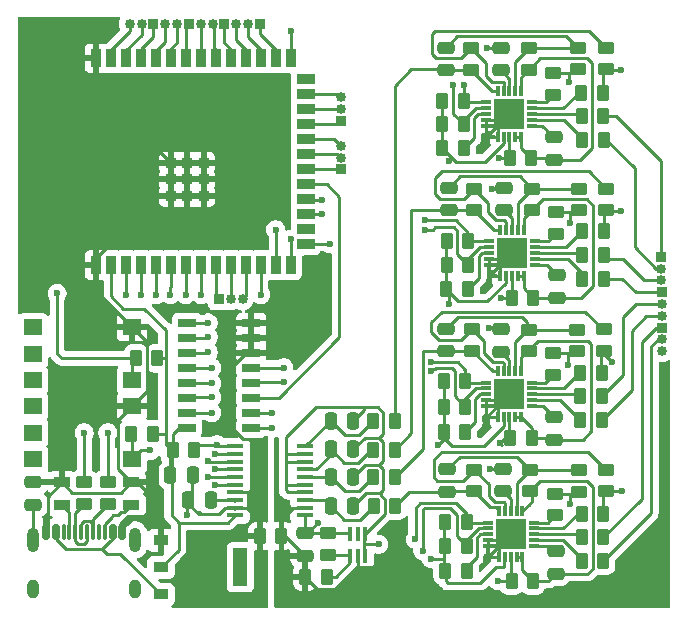
<source format=gbr>
%TF.GenerationSoftware,KiCad,Pcbnew,9.0.6*%
%TF.CreationDate,2025-12-28T18:42:45+01:00*%
%TF.ProjectId,scheme,73636865-6d65-42e6-9b69-6361645f7063,rev?*%
%TF.SameCoordinates,Original*%
%TF.FileFunction,Copper,L1,Top*%
%TF.FilePolarity,Positive*%
%FSLAX46Y46*%
G04 Gerber Fmt 4.6, Leading zero omitted, Abs format (unit mm)*
G04 Created by KiCad (PCBNEW 9.0.6) date 2025-12-28 18:42:45*
%MOMM*%
%LPD*%
G01*
G04 APERTURE LIST*
G04 Aperture macros list*
%AMRoundRect*
0 Rectangle with rounded corners*
0 $1 Rounding radius*
0 $2 $3 $4 $5 $6 $7 $8 $9 X,Y pos of 4 corners*
0 Add a 4 corners polygon primitive as box body*
4,1,4,$2,$3,$4,$5,$6,$7,$8,$9,$2,$3,0*
0 Add four circle primitives for the rounded corners*
1,1,$1+$1,$2,$3*
1,1,$1+$1,$4,$5*
1,1,$1+$1,$6,$7*
1,1,$1+$1,$8,$9*
0 Add four rect primitives between the rounded corners*
20,1,$1+$1,$2,$3,$4,$5,0*
20,1,$1+$1,$4,$5,$6,$7,0*
20,1,$1+$1,$6,$7,$8,$9,0*
20,1,$1+$1,$8,$9,$2,$3,0*%
G04 Aperture macros list end*
%TA.AperFunction,SMDPad,CuDef*%
%ADD10RoundRect,0.250000X0.262500X0.450000X-0.262500X0.450000X-0.262500X-0.450000X0.262500X-0.450000X0*%
%TD*%
%TA.AperFunction,SMDPad,CuDef*%
%ADD11RoundRect,0.250000X-0.262500X-0.450000X0.262500X-0.450000X0.262500X0.450000X-0.262500X0.450000X0*%
%TD*%
%TA.AperFunction,SMDPad,CuDef*%
%ADD12RoundRect,0.250000X0.450000X-0.262500X0.450000X0.262500X-0.450000X0.262500X-0.450000X-0.262500X0*%
%TD*%
%TA.AperFunction,SMDPad,CuDef*%
%ADD13RoundRect,0.250000X0.475000X-0.250000X0.475000X0.250000X-0.475000X0.250000X-0.475000X-0.250000X0*%
%TD*%
%TA.AperFunction,SMDPad,CuDef*%
%ADD14RoundRect,0.250000X-0.475000X0.250000X-0.475000X-0.250000X0.475000X-0.250000X0.475000X0.250000X0*%
%TD*%
%TA.AperFunction,SMDPad,CuDef*%
%ADD15R,2.650000X2.650000*%
%TD*%
%TA.AperFunction,SMDPad,CuDef*%
%ADD16R,0.300000X0.850000*%
%TD*%
%TA.AperFunction,SMDPad,CuDef*%
%ADD17R,0.850000X0.300000*%
%TD*%
%TA.AperFunction,SMDPad,CuDef*%
%ADD18RoundRect,0.250000X-0.450000X0.262500X-0.450000X-0.262500X0.450000X-0.262500X0.450000X0.262500X0*%
%TD*%
%TA.AperFunction,ComponentPad*%
%ADD19R,0.850000X0.850000*%
%TD*%
%TA.AperFunction,ComponentPad*%
%ADD20C,0.850000*%
%TD*%
%TA.AperFunction,SMDPad,CuDef*%
%ADD21RoundRect,0.250000X0.250000X0.475000X-0.250000X0.475000X-0.250000X-0.475000X0.250000X-0.475000X0*%
%TD*%
%TA.AperFunction,SMDPad,CuDef*%
%ADD22RoundRect,0.250000X-0.250000X-0.475000X0.250000X-0.475000X0.250000X0.475000X-0.250000X0.475000X0*%
%TD*%
%TA.AperFunction,SMDPad,CuDef*%
%ADD23R,0.900000X1.500000*%
%TD*%
%TA.AperFunction,SMDPad,CuDef*%
%ADD24R,1.500000X0.900000*%
%TD*%
%TA.AperFunction,SMDPad,CuDef*%
%ADD25R,0.900000X0.900000*%
%TD*%
%TA.AperFunction,SMDPad,CuDef*%
%ADD26R,1.475000X0.450000*%
%TD*%
%TA.AperFunction,SMDPad,CuDef*%
%ADD27R,1.550000X0.700000*%
%TD*%
%TA.AperFunction,SMDPad,CuDef*%
%ADD28R,1.300000X0.950000*%
%TD*%
%TA.AperFunction,SMDPad,CuDef*%
%ADD29R,1.300000X3.250000*%
%TD*%
%TA.AperFunction,SMDPad,CuDef*%
%ADD30R,1.600000X1.400000*%
%TD*%
%TA.AperFunction,SMDPad,CuDef*%
%ADD31R,1.400000X0.950000*%
%TD*%
%TA.AperFunction,SMDPad,CuDef*%
%ADD32R,0.400000X1.200000*%
%TD*%
%TA.AperFunction,SMDPad,CuDef*%
%ADD33RoundRect,0.150000X-0.150000X-0.500000X0.150000X-0.500000X0.150000X0.500000X-0.150000X0.500000X0*%
%TD*%
%TA.AperFunction,SMDPad,CuDef*%
%ADD34RoundRect,0.075000X-0.075000X-0.575000X0.075000X-0.575000X0.075000X0.575000X-0.075000X0.575000X0*%
%TD*%
%TA.AperFunction,HeatsinkPad*%
%ADD35O,1.000000X2.100000*%
%TD*%
%TA.AperFunction,HeatsinkPad*%
%ADD36O,1.000000X1.600000*%
%TD*%
%TA.AperFunction,ViaPad*%
%ADD37C,0.600000*%
%TD*%
%TA.AperFunction,Conductor*%
%ADD38C,0.250000*%
%TD*%
G04 APERTURE END LIST*
D10*
%TO.P,R20,2*%
%TO.N,VREF_BUF*%
X223600000Y-129650000D03*
%TO.P,R20,1*%
%TO.N,Net-(IC2-HPSENSE)*%
X225425000Y-129650000D03*
%TD*%
D11*
%TO.P,R12,2*%
%TO.N,Net-(IC10-Y2)*%
X219900000Y-126900000D03*
%TO.P,R12,1*%
%TO.N,3v3_A*%
X218075000Y-126900000D03*
%TD*%
%TO.P,R18,2*%
%TO.N,Net-(J7-Pin_3)*%
X231375000Y-126050000D03*
%TO.P,R18,1*%
%TO.N,Net-(IC2--IN)*%
X229550000Y-126050000D03*
%TD*%
D12*
%TO.P,R8,2*%
%TO.N,Net-(IC2-OPAMP+)*%
X229300000Y-120425000D03*
%TO.P,R8,1*%
%TO.N,VREF_BUF*%
X229300000Y-122250000D03*
%TD*%
D13*
%TO.P,C2,2*%
%TO.N,Net-(IC2-OPAMP+)*%
X218250000Y-120350000D03*
%TO.P,C2,1*%
%TO.N,Net-(IC2-OUT)*%
X218250000Y-122250000D03*
%TD*%
D11*
%TO.P,R19,2*%
%TO.N,Net-(J8-Pin_1)*%
X231375000Y-128050000D03*
%TO.P,R19,1*%
%TO.N,Net-(IC2-+IN)*%
X229550000Y-128050000D03*
%TD*%
%TO.P,R17,2*%
%TO.N,VREF_BUF*%
X231375000Y-124050000D03*
%TO.P,R17,1*%
%TO.N,Net-(IC2-RLDFB)*%
X229550000Y-124050000D03*
%TD*%
D14*
%TO.P,C3,2*%
%TO.N,Net-(IC2-REFOUT)*%
X222950000Y-122250000D03*
%TO.P,C3,1*%
%TO.N,AGND*%
X222950000Y-120350000D03*
%TD*%
D15*
%TO.P,IC2,21,GND_2*%
%TO.N,AGND*%
X223600000Y-125900000D03*
D16*
%TO.P,IC2,20,HPSENSE*%
%TO.N,Net-(IC2-HPSENSE)*%
X224600000Y-127850000D03*
%TO.P,IC2,19,IAOUT*%
X224100000Y-127850000D03*
%TO.P,IC2,18,REFIN*%
%TO.N,VREF_BUF*%
X223600000Y-127850000D03*
%TO.P,IC2,17,+VS*%
%TO.N,3v3_A*%
X223100000Y-127850000D03*
%TO.P,IC2,16,GND_1*%
%TO.N,AGND*%
X222600000Y-127850000D03*
D17*
%TO.P,IC2,15,FR*%
X221650000Y-126900000D03*
%TO.P,IC2,14,AC/~{DC}*%
X221650000Y-126400000D03*
%TO.P,IC2,13,~{SDN}*%
%TO.N,Net-(IC2-~{SDN})*%
X221650000Y-125900000D03*
%TO.P,IC2,12,LOD+*%
%TO.N,Net-(IC10-Y2)*%
X221650000Y-125400000D03*
%TO.P,IC2,11,LOD-*%
%TO.N,Net-(IC10-Y1)*%
X221650000Y-124900000D03*
D16*
%TO.P,IC2,10,OUT*%
%TO.N,Net-(IC2-OUT)*%
X222600000Y-123950000D03*
%TO.P,IC2,9,OPAMP-*%
%TO.N,Net-(IC2-OPAMP-)*%
X223100000Y-123950000D03*
%TO.P,IC2,8,REFOUT*%
%TO.N,Net-(IC2-REFOUT)*%
X223600000Y-123950000D03*
%TO.P,IC2,7,OPAMP+*%
%TO.N,Net-(IC2-OPAMP+)*%
X224100000Y-123950000D03*
%TO.P,IC2,6,SW*%
%TO.N,Net-(IC2-HPSENSE)*%
X224600000Y-123950000D03*
D17*
%TO.P,IC2,5,RLD*%
%TO.N,Net-(IC2-RLD)*%
X225550000Y-124900000D03*
%TO.P,IC2,4,RLDFB*%
%TO.N,Net-(IC2-RLDFB)*%
X225550000Y-125400000D03*
%TO.P,IC2,3,-IN*%
%TO.N,Net-(IC2--IN)*%
X225550000Y-125900000D03*
%TO.P,IC2,2,+IN*%
%TO.N,Net-(IC2-+IN)*%
X225550000Y-126400000D03*
%TO.P,IC2,1,HPDRIVE*%
%TO.N,Net-(IC2-HPDRIVE)*%
X225550000Y-126900000D03*
%TD*%
D12*
%TO.P,R7,2*%
%TO.N,Net-(IC2-OPAMP-)*%
X220400000Y-120425000D03*
%TO.P,R7,1*%
%TO.N,Net-(IC2-OUT)*%
X220400000Y-122250000D03*
%TD*%
%TO.P,R6,2*%
%TO.N,Net-(IC2-OPAMP-)*%
X231600000Y-120425000D03*
%TO.P,R6,1*%
%TO.N,VREF_BUF*%
X231600000Y-122250000D03*
%TD*%
D18*
%TO.P,R13,2*%
%TO.N,Net-(IC2-RLD)*%
X227300000Y-124250000D03*
%TO.P,R13,1*%
%TO.N,VREF_BUF*%
X227300000Y-122425000D03*
%TD*%
D12*
%TO.P,R9,2*%
%TO.N,Net-(IC2-OPAMP+)*%
X225300000Y-120425000D03*
%TO.P,R9,1*%
%TO.N,Net-(IC2-HPSENSE)*%
X225300000Y-122250000D03*
%TD*%
D11*
%TO.P,R10,2*%
%TO.N,Net-(IC10-Y1)*%
X219900000Y-124850000D03*
%TO.P,R10,1*%
%TO.N,3v3_A*%
X218075000Y-124850000D03*
%TD*%
D10*
%TO.P,R11,2*%
%TO.N,3v3_A*%
X218050000Y-128950000D03*
%TO.P,R11,1*%
%TO.N,Net-(IC2-~{SDN})*%
X219875000Y-128950000D03*
%TD*%
D13*
%TO.P,C4,2*%
%TO.N,Net-(IC2-HPDRIVE)*%
X227400000Y-127750000D03*
%TO.P,C4,1*%
%TO.N,Net-(IC2-HPSENSE)*%
X227400000Y-129650000D03*
%TD*%
D12*
%TO.P,R21,1*%
%TO.N,VREF_BUF*%
X231600000Y-110325000D03*
%TO.P,R21,2*%
%TO.N,Net-(IC5-OPAMP-)*%
X231600000Y-108500000D03*
%TD*%
D11*
%TO.P,R30,1*%
%TO.N,Net-(IC5--IN)*%
X229525000Y-114300000D03*
%TO.P,R30,2*%
%TO.N,Net-(J7-Pin_1)*%
X231350000Y-114300000D03*
%TD*%
D14*
%TO.P,C7,1*%
%TO.N,AGND*%
X222650000Y-108500000D03*
%TO.P,C7,2*%
%TO.N,Net-(IC5-REFOUT)*%
X222650000Y-110400000D03*
%TD*%
D12*
%TO.P,R23,1*%
%TO.N,VREF_BUF*%
X229200000Y-110325000D03*
%TO.P,R23,2*%
%TO.N,Net-(IC5-OPAMP+)*%
X229200000Y-108500000D03*
%TD*%
D18*
%TO.P,R28,1*%
%TO.N,VREF_BUF*%
X227100000Y-110675000D03*
%TO.P,R28,2*%
%TO.N,Net-(IC5-RLD)*%
X227100000Y-112500000D03*
%TD*%
D10*
%TO.P,R35,1*%
%TO.N,Net-(IC5-~{SDN})*%
X219550000Y-117000000D03*
%TO.P,R35,2*%
%TO.N,3v3_A*%
X217725000Y-117000000D03*
%TD*%
D12*
%TO.P,R24,1*%
%TO.N,Net-(IC5-HPSENSE)*%
X225050000Y-110350000D03*
%TO.P,R24,2*%
%TO.N,Net-(IC5-OPAMP+)*%
X225050000Y-108525000D03*
%TD*%
D13*
%TO.P,C5,1*%
%TO.N,Net-(IC5-OUT)*%
X218000000Y-110400000D03*
%TO.P,C5,2*%
%TO.N,Net-(IC5-OPAMP+)*%
X218000000Y-108500000D03*
%TD*%
D11*
%TO.P,R31,1*%
%TO.N,Net-(IC5-+IN)*%
X229550000Y-116300000D03*
%TO.P,R31,2*%
%TO.N,Net-(J7-Pin_2)*%
X231375000Y-116300000D03*
%TD*%
%TO.P,R34,1*%
%TO.N,3v3_A*%
X217725000Y-115000000D03*
%TO.P,R34,2*%
%TO.N,Net-(IC10-Y3)*%
X219550000Y-115000000D03*
%TD*%
%TO.P,R29,1*%
%TO.N,Net-(IC5-RLDFB)*%
X229500000Y-112300000D03*
%TO.P,R29,2*%
%TO.N,VREF_BUF*%
X231325000Y-112300000D03*
%TD*%
D17*
%TO.P,IC5,1,HPDRIVE*%
%TO.N,Net-(IC5-HPDRIVE)*%
X225350000Y-115100000D03*
%TO.P,IC5,2,+IN*%
%TO.N,Net-(IC5-+IN)*%
X225350000Y-114600000D03*
%TO.P,IC5,3,-IN*%
%TO.N,Net-(IC5--IN)*%
X225350000Y-114100000D03*
%TO.P,IC5,4,RLDFB*%
%TO.N,Net-(IC5-RLDFB)*%
X225350000Y-113600000D03*
%TO.P,IC5,5,RLD*%
%TO.N,Net-(IC5-RLD)*%
X225350000Y-113100000D03*
D16*
%TO.P,IC5,6,SW*%
%TO.N,Net-(IC5-HPSENSE)*%
X224400000Y-112150000D03*
%TO.P,IC5,7,OPAMP+*%
%TO.N,Net-(IC5-OPAMP+)*%
X223900000Y-112150000D03*
%TO.P,IC5,8,REFOUT*%
%TO.N,Net-(IC5-REFOUT)*%
X223400000Y-112150000D03*
%TO.P,IC5,9,OPAMP-*%
%TO.N,Net-(IC5-OPAMP-)*%
X222900000Y-112150000D03*
%TO.P,IC5,10,OUT*%
%TO.N,Net-(IC5-OUT)*%
X222400000Y-112150000D03*
D17*
%TO.P,IC5,11,LOD-*%
%TO.N,Net-(IC10-Y0)*%
X221450000Y-113100000D03*
%TO.P,IC5,12,LOD+*%
%TO.N,Net-(IC10-Y3)*%
X221450000Y-113600000D03*
%TO.P,IC5,13,~{SDN}*%
%TO.N,Net-(IC5-~{SDN})*%
X221450000Y-114100000D03*
%TO.P,IC5,14,AC/~{DC}*%
%TO.N,AGND*%
X221450000Y-114600000D03*
%TO.P,IC5,15,FR*%
X221450000Y-115100000D03*
D16*
%TO.P,IC5,16,GND_1*%
X222400000Y-116050000D03*
%TO.P,IC5,17,+VS*%
%TO.N,3v3_A*%
X222900000Y-116050000D03*
%TO.P,IC5,18,REFIN*%
%TO.N,VREF_BUF*%
X223400000Y-116050000D03*
%TO.P,IC5,19,IAOUT*%
%TO.N,Net-(IC5-HPSENSE)*%
X223900000Y-116050000D03*
%TO.P,IC5,20,HPSENSE*%
X224400000Y-116050000D03*
D15*
%TO.P,IC5,21,GND_2*%
%TO.N,AGND*%
X223400000Y-114100000D03*
%TD*%
D12*
%TO.P,R22,1*%
%TO.N,Net-(IC5-OUT)*%
X220150000Y-110350000D03*
%TO.P,R22,2*%
%TO.N,Net-(IC5-OPAMP-)*%
X220150000Y-108525000D03*
%TD*%
D11*
%TO.P,R33,1*%
%TO.N,3v3_A*%
X217725000Y-113000000D03*
%TO.P,R33,2*%
%TO.N,Net-(IC10-Y0)*%
X219550000Y-113000000D03*
%TD*%
D13*
%TO.P,C8,1*%
%TO.N,Net-(IC5-HPSENSE)*%
X227150000Y-118000000D03*
%TO.P,C8,2*%
%TO.N,Net-(IC5-HPDRIVE)*%
X227150000Y-116100000D03*
%TD*%
D10*
%TO.P,R32,1*%
%TO.N,Net-(IC5-HPSENSE)*%
X225250000Y-117800000D03*
%TO.P,R32,2*%
%TO.N,VREF_BUF*%
X223425000Y-117800000D03*
%TD*%
D19*
%TO.P,J1,1,Pin_1*%
%TO.N,Net-(IC3-IO16)*%
X198800000Y-129800000D03*
D20*
%TO.P,J1,2,Pin_2*%
%TO.N,Net-(IC3-IO17)*%
X199800000Y-129800000D03*
%TO.P,J1,3,Pin_3*%
%TO.N,Net-(IC3-IO18)*%
X200800000Y-129800000D03*
%TD*%
D19*
%TO.P,J2,1,Pin_1*%
%TO.N,Net-(IC3-IO12)*%
X209100000Y-118800000D03*
D20*
%TO.P,J2,2,Pin_2*%
%TO.N,Net-(IC3-IO13)*%
X209100000Y-117800000D03*
%TO.P,J2,3,Pin_3*%
%TO.N,Net-(IC3-IO14)*%
X209100000Y-116800000D03*
%TD*%
D19*
%TO.P,J3,1,Pin_1*%
%TO.N,Net-(IC3-IO21)*%
X209100000Y-114700000D03*
D20*
%TO.P,J3,2,Pin_2*%
%TO.N,Net-(IC3-IO47)*%
X209100000Y-113700000D03*
%TO.P,J3,3,Pin_3*%
%TO.N,Net-(IC3-IO48)*%
X209100000Y-112700000D03*
%TD*%
D19*
%TO.P,J11,1,Pin_1*%
%TO.N,Net-(IC3-TXD0)*%
X193260000Y-106500000D03*
D20*
%TO.P,J11,2,Pin_2*%
%TO.N,Net-(IC3-IO2)*%
X192260000Y-106500000D03*
%TO.P,J11,3,Pin_3*%
%TO.N,Net-(IC3-IO1)*%
X191260000Y-106500000D03*
%TD*%
D19*
%TO.P,J10,1,Pin_1*%
%TO.N,Net-(IC3-IO41)*%
X196260000Y-106500000D03*
D20*
%TO.P,J10,2,Pin_2*%
%TO.N,Net-(IC3-IO42)*%
X195260000Y-106500000D03*
%TO.P,J10,3,Pin_3*%
%TO.N,Net-(IC3-RXD0)*%
X194260000Y-106500000D03*
%TD*%
%TO.P,J6,3,Pin_3*%
%TO.N,Net-(IC3-IO40)*%
X197260000Y-106500000D03*
%TO.P,J6,2,Pin_2*%
%TO.N,Net-(IC3-IO39)*%
X198260000Y-106500000D03*
D19*
%TO.P,J6,1,Pin_1*%
%TO.N,Net-(IC3-IO38)*%
X199260000Y-106500000D03*
%TD*%
D20*
%TO.P,J4,3,Pin_3*%
%TO.N,Net-(IC3-IO37)*%
X200260000Y-106500000D03*
%TO.P,J4,2,Pin_2*%
%TO.N,Net-(IC3-IO36)*%
X201260000Y-106500000D03*
D19*
%TO.P,J4,1,Pin_1*%
%TO.N,Net-(IC3-IO35)*%
X202260000Y-106500000D03*
%TD*%
D11*
%TO.P,R55,2*%
%TO.N,Net-(J8-Pin_3)*%
X231225000Y-140000000D03*
%TO.P,R55,1*%
%TO.N,Net-(IC6-+IN)*%
X229400000Y-140000000D03*
%TD*%
%TO.P,R15,1*%
%TO.N,AGND*%
X206100000Y-153300000D03*
%TO.P,R15,2*%
%TO.N,/VREF_RAW*%
X207925000Y-153300000D03*
%TD*%
D12*
%TO.P,R60,1*%
%TO.N,Net-(IC7-HPSENSE)*%
X225150000Y-146050000D03*
%TO.P,R60,2*%
%TO.N,Net-(IC7-OPAMP+)*%
X225150000Y-144225000D03*
%TD*%
D21*
%TO.P,C1,1*%
%TO.N,Net-(IC1-CAP)*%
X198125000Y-146800000D03*
%TO.P,C1,2*%
%TO.N,DGND*%
X196225000Y-146800000D03*
%TD*%
D19*
%TO.P,J8,1,Pin_1*%
%TO.N,Net-(J8-Pin_1)*%
X236275000Y-129200000D03*
D20*
%TO.P,J8,2,Pin_2*%
%TO.N,Net-(J8-Pin_2)*%
X236275000Y-130200000D03*
%TO.P,J8,3,Pin_3*%
%TO.N,Net-(J8-Pin_3)*%
X236275000Y-131200000D03*
%TD*%
D10*
%TO.P,R53,1*%
%TO.N,Net-(IC6-~{SDN})*%
X219675000Y-141050000D03*
%TO.P,R53,2*%
%TO.N,3v3_A*%
X217850000Y-141050000D03*
%TD*%
D22*
%TO.P,C21,1*%
%TO.N,Net-(IC1-AIN3P)*%
X208275000Y-140100000D03*
%TO.P,C21,2*%
%TO.N,VREF_BUF*%
X210175000Y-140100000D03*
%TD*%
D17*
%TO.P,IC7,1,HPDRIVE*%
%TO.N,Net-(IC7-HPDRIVE)*%
X225450000Y-150700000D03*
%TO.P,IC7,2,+IN*%
%TO.N,Net-(IC7-+IN)*%
X225450000Y-150200000D03*
%TO.P,IC7,3,-IN*%
%TO.N,Net-(IC7--IN)*%
X225450000Y-149700000D03*
%TO.P,IC7,4,RLDFB*%
%TO.N,Net-(IC7-RLDFB)*%
X225450000Y-149200000D03*
%TO.P,IC7,5,RLD*%
%TO.N,Net-(IC7-RLD)*%
X225450000Y-148700000D03*
D16*
%TO.P,IC7,6,SW*%
%TO.N,Net-(IC7-HPSENSE)*%
X224500000Y-147750000D03*
%TO.P,IC7,7,OPAMP+*%
%TO.N,Net-(IC7-OPAMP+)*%
X224000000Y-147750000D03*
%TO.P,IC7,8,REFOUT*%
%TO.N,Net-(IC7-REFOUT)*%
X223500000Y-147750000D03*
%TO.P,IC7,9,OPAMP-*%
%TO.N,Net-(IC7-OPAMP-)*%
X223000000Y-147750000D03*
%TO.P,IC7,10,OUT*%
%TO.N,Net-(IC7-OUT)*%
X222500000Y-147750000D03*
D17*
%TO.P,IC7,11,LOD-*%
%TO.N,Net-(IC10-Y7)*%
X221550000Y-148700000D03*
%TO.P,IC7,12,LOD+*%
%TO.N,Net-(IC10-Y5)*%
X221550000Y-149200000D03*
%TO.P,IC7,13,~{SDN}*%
%TO.N,Net-(IC7-~{SDN})*%
X221550000Y-149700000D03*
%TO.P,IC7,14,AC/~{DC}*%
%TO.N,AGND*%
X221550000Y-150200000D03*
%TO.P,IC7,15,FR*%
X221550000Y-150700000D03*
D16*
%TO.P,IC7,16,GND_1*%
X222500000Y-151650000D03*
%TO.P,IC7,17,+VS*%
%TO.N,3v3_A*%
X223000000Y-151650000D03*
%TO.P,IC7,18,REFIN*%
%TO.N,VREF_BUF*%
X223500000Y-151650000D03*
%TO.P,IC7,19,IAOUT*%
%TO.N,Net-(IC7-HPSENSE)*%
X224000000Y-151650000D03*
%TO.P,IC7,20,HPSENSE*%
X224500000Y-151650000D03*
D15*
%TO.P,IC7,21,GND_2*%
%TO.N,AGND*%
X223500000Y-149700000D03*
%TD*%
D11*
%TO.P,R69,1*%
%TO.N,Net-(IC1-AIN0P)*%
X211900000Y-147300000D03*
%TO.P,R69,2*%
%TO.N,Net-(IC7-OUT)*%
X213725000Y-147300000D03*
%TD*%
%TO.P,R70,1*%
%TO.N,Net-(IC1-AIN1P)*%
X211875000Y-144850000D03*
%TO.P,R70,2*%
%TO.N,Net-(IC6-OUT)*%
X213700000Y-144850000D03*
%TD*%
D22*
%TO.P,C18,1*%
%TO.N,Net-(IC1-AIN1P)*%
X208275000Y-144850000D03*
%TO.P,C18,2*%
%TO.N,VREF_BUF*%
X210175000Y-144850000D03*
%TD*%
D13*
%TO.P,C14,1*%
%TO.N,Net-(IC6-HPSENSE)*%
X227200000Y-141700000D03*
%TO.P,C14,2*%
%TO.N,Net-(IC6-HPDRIVE)*%
X227200000Y-139800000D03*
%TD*%
D21*
%TO.P,C19,1*%
%TO.N,VREF_BUF*%
X210175000Y-147300000D03*
%TO.P,C19,2*%
%TO.N,Net-(IC1-AIN0P)*%
X208275000Y-147300000D03*
%TD*%
D23*
%TO.P,IC3,1,GND_1*%
%TO.N,DGND*%
X188390000Y-126900000D03*
%TO.P,IC3,2,3V3*%
%TO.N,3V3_D*%
X189660000Y-126900000D03*
%TO.P,IC3,3,EN*%
%TO.N,Net-(IC3-EN)*%
X190930000Y-126900000D03*
%TO.P,IC3,4,IO4*%
%TO.N,Net-(IC1-DIN)*%
X192200000Y-126900000D03*
%TO.P,IC3,5,IO5*%
%TO.N,Net-(IC1-DOUT)*%
X193470000Y-126900000D03*
%TO.P,IC3,6,IO6*%
%TO.N,Net-(IC1-SCLK)*%
X194740000Y-126900000D03*
%TO.P,IC3,7,IO7*%
%TO.N,Net-(IC1-~{DRDY})*%
X196010000Y-126900000D03*
%TO.P,IC3,8,IO15*%
%TO.N,Net-(IC1-~{CS})*%
X197280000Y-126900000D03*
%TO.P,IC3,9,IO16*%
%TO.N,Net-(IC3-IO16)*%
X198550000Y-126900000D03*
%TO.P,IC3,10,IO17*%
%TO.N,Net-(IC3-IO17)*%
X199820000Y-126900000D03*
%TO.P,IC3,11,IO18*%
%TO.N,Net-(IC3-IO18)*%
X201090000Y-126900000D03*
%TO.P,IC3,12,IO8*%
%TO.N,Net-(IC1-~{SYNC}{slash}~{RESET})*%
X202360000Y-126900000D03*
%TO.P,IC3,13,IO19*%
%TO.N,Net-(IC3-IO19)*%
X203630000Y-126900000D03*
%TO.P,IC3,14,IO20*%
%TO.N,Net-(IC3-IO20)*%
X204900000Y-126900000D03*
D24*
%TO.P,IC3,15,IO3*%
%TO.N,Net-(IC10-S0)*%
X206150000Y-125135000D03*
%TO.P,IC3,16,IO46*%
%TO.N,unconnected-(IC3-IO46-Pad16)*%
X206150000Y-123865000D03*
%TO.P,IC3,17,IO9*%
%TO.N,Net-(IC10-S1)*%
X206150000Y-122595000D03*
%TO.P,IC3,18,IO10*%
%TO.N,Net-(IC10-S2)*%
X206150000Y-121325000D03*
%TO.P,IC3,19,IO11*%
%TO.N,Net-(IC10-Z)*%
X206150000Y-120055000D03*
%TO.P,IC3,20,IO12*%
%TO.N,Net-(IC3-IO12)*%
X206150000Y-118785000D03*
%TO.P,IC3,21,IO13*%
%TO.N,Net-(IC3-IO13)*%
X206150000Y-117515000D03*
%TO.P,IC3,22,IO14*%
%TO.N,Net-(IC3-IO14)*%
X206150000Y-116245000D03*
%TO.P,IC3,23,IO21*%
%TO.N,Net-(IC3-IO21)*%
X206150000Y-114975000D03*
%TO.P,IC3,24,IO47*%
%TO.N,Net-(IC3-IO47)*%
X206150000Y-113705000D03*
%TO.P,IC3,25,IO48*%
%TO.N,Net-(IC3-IO48)*%
X206150000Y-112435000D03*
%TO.P,IC3,26,IO45*%
%TO.N,unconnected-(IC3-IO45-Pad26)*%
X206150000Y-111165000D03*
D23*
%TO.P,IC3,27,IO0*%
%TO.N,Net-(IC3-IO0)*%
X204900000Y-109400000D03*
%TO.P,IC3,28,IO35*%
%TO.N,Net-(IC3-IO35)*%
X203630000Y-109400000D03*
%TO.P,IC3,29,IO36*%
%TO.N,Net-(IC3-IO36)*%
X202360000Y-109400000D03*
%TO.P,IC3,30,IO37*%
%TO.N,Net-(IC3-IO37)*%
X201090000Y-109400000D03*
%TO.P,IC3,31,IO38*%
%TO.N,Net-(IC3-IO38)*%
X199820000Y-109400000D03*
%TO.P,IC3,32,IO39*%
%TO.N,Net-(IC3-IO39)*%
X198550000Y-109400000D03*
%TO.P,IC3,33,IO40*%
%TO.N,Net-(IC3-IO40)*%
X197280000Y-109400000D03*
%TO.P,IC3,34,IO41*%
%TO.N,Net-(IC3-IO41)*%
X196010000Y-109400000D03*
%TO.P,IC3,35,IO42*%
%TO.N,Net-(IC3-IO42)*%
X194740000Y-109400000D03*
%TO.P,IC3,36,RXD0*%
%TO.N,Net-(IC3-RXD0)*%
X193470000Y-109400000D03*
%TO.P,IC3,37,TXD0*%
%TO.N,Net-(IC3-TXD0)*%
X192200000Y-109400000D03*
%TO.P,IC3,38,IO2*%
%TO.N,Net-(IC3-IO2)*%
X190930000Y-109400000D03*
%TO.P,IC3,39,IO1*%
%TO.N,Net-(IC3-IO1)*%
X189660000Y-109400000D03*
%TO.P,IC3,40,GND_2*%
%TO.N,DGND*%
X188390000Y-109400000D03*
D25*
%TO.P,IC3,41,GND_3*%
X196110000Y-119650000D03*
%TO.P,IC3,42,GND_4*%
X194710000Y-119650000D03*
%TO.P,IC3,43,GND_5*%
X194710000Y-121050000D03*
%TO.P,IC3,44,GND_6*%
X196110000Y-121050000D03*
%TO.P,IC3,45,GND_7*%
X197510000Y-121050000D03*
%TO.P,IC3,46,GND_8*%
X197510000Y-119650000D03*
%TO.P,IC3,47,GND_9*%
X197510000Y-118250000D03*
%TO.P,IC3,48,GND_10*%
X196110000Y-118250000D03*
%TO.P,IC3,49,GND_11*%
X194710000Y-118250000D03*
%TD*%
D13*
%TO.P,C17,1*%
%TO.N,Net-(IC7-HPSENSE)*%
X227300000Y-153050000D03*
%TO.P,C17,2*%
%TO.N,Net-(IC7-HPDRIVE)*%
X227300000Y-151150000D03*
%TD*%
D11*
%TO.P,R73,1*%
%TO.N,3V3_D*%
X194875000Y-142600000D03*
%TO.P,R73,2*%
%TO.N,Net-(IC1-~{SYNC}{slash}~{RESET})*%
X196700000Y-142600000D03*
%TD*%
D18*
%TO.P,R51,1*%
%TO.N,VREF_BUF*%
X227100000Y-134375000D03*
%TO.P,R51,2*%
%TO.N,Net-(IC6-RLD)*%
X227100000Y-136200000D03*
%TD*%
D11*
%TO.P,R67,1*%
%TO.N,Net-(IC7-+IN)*%
X229525000Y-151950000D03*
%TO.P,R67,2*%
%TO.N,Net-(J9-Pin_2)*%
X231350000Y-151950000D03*
%TD*%
D12*
%TO.P,R59,1*%
%TO.N,VREF_BUF*%
X229300000Y-146100000D03*
%TO.P,R59,2*%
%TO.N,Net-(IC7-OPAMP+)*%
X229300000Y-144275000D03*
%TD*%
D26*
%TO.P,IC1,1,AVDD*%
%TO.N,3v3_A*%
X206075000Y-148100000D03*
%TO.P,IC1,2,AGND*%
%TO.N,AGND*%
X206075000Y-147450000D03*
%TO.P,IC1,3,AIN0P*%
%TO.N,Net-(IC1-AIN0P)*%
X206075000Y-146800000D03*
%TO.P,IC1,4,AIN0N*%
%TO.N,VREF_BUF*%
X206075000Y-146150000D03*
%TO.P,IC1,5,AIN1N*%
X206075000Y-145500000D03*
%TO.P,IC1,6,AIN1P*%
%TO.N,Net-(IC1-AIN1P)*%
X206075000Y-144850000D03*
%TO.P,IC1,7,AIN2P*%
%TO.N,Net-(IC1-AIN2P)*%
X206075000Y-144200000D03*
%TO.P,IC1,8,AIN2N*%
%TO.N,VREF_BUF*%
X206075000Y-143550000D03*
%TO.P,IC1,9,AIN3N*%
X206075000Y-142900000D03*
%TO.P,IC1,10,AIN3P*%
%TO.N,Net-(IC1-AIN3P)*%
X206075000Y-142250000D03*
%TO.P,IC1,11,~{SYNC}/~{RESET}*%
%TO.N,Net-(IC1-~{SYNC}{slash}~{RESET})*%
X200199000Y-142250000D03*
%TO.P,IC1,12,~{CS}*%
%TO.N,Net-(IC1-~{CS})*%
X200199000Y-142900000D03*
%TO.P,IC1,13,~{DRDY}*%
%TO.N,Net-(IC1-~{DRDY})*%
X200199000Y-143550000D03*
%TO.P,IC1,14,SCLK*%
%TO.N,Net-(IC1-SCLK)*%
X200199000Y-144200000D03*
%TO.P,IC1,15,DOUT*%
%TO.N,Net-(IC1-DOUT)*%
X200199000Y-144850000D03*
%TO.P,IC1,16,DIN*%
%TO.N,Net-(IC1-DIN)*%
X200199000Y-145500000D03*
%TO.P,IC1,17,CLKIN*%
%TO.N,DGND*%
X200199000Y-146150000D03*
%TO.P,IC1,18,CAP*%
%TO.N,Net-(IC1-CAP)*%
X200199000Y-146800000D03*
%TO.P,IC1,19,DGND*%
%TO.N,DGND*%
X200199000Y-147450000D03*
%TO.P,IC1,20,DVDD*%
%TO.N,3V3_D*%
X200199000Y-148100000D03*
%TD*%
D27*
%TO.P,IC10,1,Y4*%
%TO.N,Net-(IC10-Y4)*%
X201550000Y-140670000D03*
%TO.P,IC10,2,Y6*%
%TO.N,Net-(IC10-Y6)*%
X201550000Y-139400000D03*
%TO.P,IC10,3,Z*%
%TO.N,Net-(IC10-Z)*%
X201550000Y-138130000D03*
%TO.P,IC10,4,Y7*%
%TO.N,Net-(IC10-Y7)*%
X201550000Y-136860000D03*
%TO.P,IC10,5,Y5*%
%TO.N,Net-(IC10-Y5)*%
X201550000Y-135590000D03*
%TO.P,IC10,6,~{E}*%
%TO.N,DGND*%
X201550000Y-134320000D03*
%TO.P,IC10,7,VEE*%
X201550000Y-133050000D03*
%TO.P,IC10,8,GND*%
X201550000Y-131780000D03*
%TO.P,IC10,9,S2*%
%TO.N,Net-(IC10-S2)*%
X196100000Y-131780000D03*
%TO.P,IC10,10,S1*%
%TO.N,Net-(IC10-S1)*%
X196100000Y-133050000D03*
%TO.P,IC10,11,S0*%
%TO.N,Net-(IC10-S0)*%
X196100000Y-134320000D03*
%TO.P,IC10,12,Y3*%
%TO.N,Net-(IC10-Y3)*%
X196100000Y-135590000D03*
%TO.P,IC10,13,Y0*%
%TO.N,Net-(IC10-Y0)*%
X196100000Y-136860000D03*
%TO.P,IC10,14,Y1*%
%TO.N,Net-(IC10-Y1)*%
X196100000Y-138130000D03*
%TO.P,IC10,15,Y2*%
%TO.N,Net-(IC10-Y2)*%
X196100000Y-139400000D03*
%TO.P,IC10,16,VCC*%
%TO.N,3V3_D*%
X196100000Y-140670000D03*
%TD*%
D10*
%TO.P,R68,1*%
%TO.N,Net-(IC7-HPSENSE)*%
X225400000Y-153650000D03*
%TO.P,R68,2*%
%TO.N,VREF_BUF*%
X223575000Y-153650000D03*
%TD*%
D28*
%TO.P,IC4,1,GND*%
%TO.N,DGND*%
X193900000Y-150210000D03*
%TO.P,IC4,2,VOUT_1*%
%TO.N,3V3_D*%
X193900000Y-152500000D03*
%TO.P,IC4,3,VIN*%
%TO.N,Net-(IC4-VIN)*%
X193900000Y-154790000D03*
D29*
%TO.P,IC4,4,VOUT_2*%
%TO.N,unconnected-(IC4-VOUT_2-Pad4)*%
X200600000Y-152500000D03*
%TD*%
D30*
%TO.P,S2,1,1*%
%TO.N,Net-(IC3-IO0)*%
X191453000Y-136650000D03*
%TO.P,S2,2,2*%
%TO.N,unconnected-(S2-Pad2)*%
X183053000Y-136650000D03*
%TO.P,S2,3,3*%
%TO.N,DGND*%
X191453000Y-132150000D03*
%TO.P,S2,4,4*%
%TO.N,unconnected-(S2-Pad4)*%
X183053000Y-132150000D03*
%TO.P,S2,5,GND*%
%TO.N,unconnected-(S2-GND-Pad5)*%
X183053000Y-134400000D03*
%TD*%
D11*
%TO.P,R71,1*%
%TO.N,Net-(IC1-AIN2P)*%
X211875000Y-142550000D03*
%TO.P,R71,2*%
%TO.N,Net-(IC2-OUT)*%
X213700000Y-142550000D03*
%TD*%
D18*
%TO.P,R2,1*%
%TO.N,Net-(IC3-IO20)*%
X189400000Y-145300000D03*
%TO.P,R2,2*%
%TO.N,Net-(J5-D+-PadA6)*%
X189400000Y-147125000D03*
%TD*%
D14*
%TO.P,C13,1*%
%TO.N,AGND*%
X222700000Y-132350000D03*
%TO.P,C13,2*%
%TO.N,Net-(IC6-REFOUT)*%
X222700000Y-134250000D03*
%TD*%
D13*
%TO.P,C6,1*%
%TO.N,AGND*%
X206075000Y-151500000D03*
%TO.P,C6,2*%
%TO.N,3v3_A*%
X206075000Y-149600000D03*
%TD*%
D18*
%TO.P,R63,1*%
%TO.N,VREF_BUF*%
X227250000Y-146275000D03*
%TO.P,R63,2*%
%TO.N,Net-(IC7-RLD)*%
X227250000Y-148100000D03*
%TD*%
D10*
%TO.P,R5,1*%
%TO.N,3V3_D*%
X193600000Y-134800000D03*
%TO.P,R5,2*%
%TO.N,Net-(IC3-IO0)*%
X191775000Y-134800000D03*
%TD*%
D11*
%TO.P,R72,1*%
%TO.N,Net-(IC1-AIN3P)*%
X211875000Y-140100000D03*
%TO.P,R72,2*%
%TO.N,Net-(IC5-OUT)*%
X213700000Y-140100000D03*
%TD*%
D30*
%TO.P,S1,1,1*%
%TO.N,Net-(IC3-EN)*%
X191453000Y-143350000D03*
%TO.P,S1,2,2*%
%TO.N,unconnected-(S1-Pad2)*%
X183053000Y-143350000D03*
%TO.P,S1,3,3*%
%TO.N,DGND*%
X191453000Y-138850000D03*
%TO.P,S1,4,4*%
%TO.N,unconnected-(S1-Pad4)*%
X183053000Y-138850000D03*
%TO.P,S1,5,GND*%
%TO.N,unconnected-(S1-GND-Pad5)*%
X183053000Y-141100000D03*
%TD*%
D10*
%TO.P,R65,1*%
%TO.N,Net-(IC7-~{SDN})*%
X219800000Y-152800000D03*
%TO.P,R65,2*%
%TO.N,3v3_A*%
X217975000Y-152800000D03*
%TD*%
D11*
%TO.P,R62,1*%
%TO.N,3v3_A*%
X217975000Y-150700000D03*
%TO.P,R62,2*%
%TO.N,Net-(IC10-Y5)*%
X219800000Y-150700000D03*
%TD*%
D31*
%TO.P,R14,1*%
%TO.N,Net-(J5-CC2)*%
X191400000Y-147200000D03*
%TO.P,R14,2*%
%TO.N,DGND*%
X191400000Y-145300000D03*
%TD*%
D11*
%TO.P,R49,1*%
%TO.N,3v3_A*%
X217850000Y-136750000D03*
%TO.P,R49,2*%
%TO.N,Net-(IC10-Y6)*%
X219675000Y-136750000D03*
%TD*%
D18*
%TO.P,R1,1*%
%TO.N,Net-(IC3-IO19)*%
X187400000Y-145300000D03*
%TO.P,R1,2*%
%TO.N,Net-(J5-D--PadA7)*%
X187400000Y-147125000D03*
%TD*%
D11*
%TO.P,R36,1,1*%
%TO.N,DGND*%
X202275000Y-149850000D03*
%TO.P,R36,2,2*%
%TO.N,AGND*%
X204100000Y-149850000D03*
%TD*%
%TO.P,R4,1*%
%TO.N,Net-(IC3-EN)*%
X191375000Y-141200000D03*
%TO.P,R4,2*%
%TO.N,3V3_D*%
X193200000Y-141200000D03*
%TD*%
D32*
%TO.P,IC8,1,IN+*%
%TO.N,/VREF_RAW*%
X209907500Y-151532500D03*
%TO.P,IC8,2,V-*%
%TO.N,AGND*%
X210557500Y-151532500D03*
%TO.P,IC8,3,IN-*%
%TO.N,VREF_BUF*%
X211207500Y-151532500D03*
%TO.P,IC8,4,OUT*%
X211207500Y-149632500D03*
%TO.P,IC8,5,~{SHDN}*%
%TO.N,unconnected-(IC8-~{SHDN}-Pad5)*%
X210557500Y-149632500D03*
%TO.P,IC8,6,V+*%
%TO.N,3v3_A*%
X209907500Y-149632500D03*
%TD*%
D31*
%TO.P,R37,1*%
%TO.N,Net-(J5-CC1)*%
X185500000Y-147200000D03*
%TO.P,R37,2*%
%TO.N,DGND*%
X185500000Y-145300000D03*
%TD*%
D12*
%TO.P,R48,1*%
%TO.N,Net-(IC6-HPSENSE)*%
X225050000Y-134200000D03*
%TO.P,R48,2*%
%TO.N,Net-(IC6-OPAMP+)*%
X225050000Y-132375000D03*
%TD*%
%TO.P,R16,1*%
%TO.N,/VREF_RAW*%
X208075000Y-151425000D03*
%TO.P,R16,2*%
%TO.N,3v3_A*%
X208075000Y-149600000D03*
%TD*%
%TO.P,R57,1*%
%TO.N,VREF_BUF*%
X231600000Y-146050000D03*
%TO.P,R57,2*%
%TO.N,Net-(IC7-OPAMP-)*%
X231600000Y-144225000D03*
%TD*%
%TO.P,R25,1*%
%TO.N,VREF_BUF*%
X231425000Y-134150000D03*
%TO.P,R25,2*%
%TO.N,Net-(IC6-OPAMP-)*%
X231425000Y-132325000D03*
%TD*%
D19*
%TO.P,J9,1,Pin_1*%
%TO.N,Net-(J9-Pin_1)*%
X236275000Y-132200000D03*
D20*
%TO.P,J9,2,Pin_2*%
%TO.N,Net-(J9-Pin_2)*%
X236275000Y-133200000D03*
%TO.P,J9,3,Pin_3*%
%TO.N,VREF_BUF*%
X236275000Y-134200000D03*
%TD*%
D14*
%TO.P,C16,1*%
%TO.N,AGND*%
X222850000Y-144150000D03*
%TO.P,C16,2*%
%TO.N,Net-(IC7-REFOUT)*%
X222850000Y-146050000D03*
%TD*%
D13*
%TO.P,C10,1*%
%TO.N,Net-(J5-SHIELD)*%
X183100000Y-147200000D03*
%TO.P,C10,2*%
%TO.N,DGND*%
X183100000Y-145300000D03*
%TD*%
D11*
%TO.P,R50,1*%
%TO.N,3v3_A*%
X217850000Y-138900000D03*
%TO.P,R50,2*%
%TO.N,Net-(IC10-Y4)*%
X219675000Y-138900000D03*
%TD*%
D12*
%TO.P,R58,1*%
%TO.N,Net-(IC7-OUT)*%
X220400000Y-146050000D03*
%TO.P,R58,2*%
%TO.N,Net-(IC7-OPAMP-)*%
X220400000Y-144225000D03*
%TD*%
D21*
%TO.P,C22,1*%
%TO.N,DGND*%
X196600000Y-144700000D03*
%TO.P,C22,2*%
%TO.N,3V3_D*%
X194700000Y-144700000D03*
%TD*%
D12*
%TO.P,R27,1*%
%TO.N,VREF_BUF*%
X229125000Y-134200000D03*
%TO.P,R27,2*%
%TO.N,Net-(IC6-OPAMP+)*%
X229125000Y-132375000D03*
%TD*%
D11*
%TO.P,R54,1*%
%TO.N,Net-(IC6--IN)*%
X229375000Y-138000000D03*
%TO.P,R54,2*%
%TO.N,Net-(J8-Pin_2)*%
X231200000Y-138000000D03*
%TD*%
%TO.P,R61,1*%
%TO.N,3v3_A*%
X217964500Y-148650000D03*
%TO.P,R61,2*%
%TO.N,Net-(IC10-Y7)*%
X219789500Y-148650000D03*
%TD*%
D21*
%TO.P,C20,1*%
%TO.N,VREF_BUF*%
X210175000Y-142500000D03*
%TO.P,C20,2*%
%TO.N,Net-(IC1-AIN2P)*%
X208275000Y-142500000D03*
%TD*%
D19*
%TO.P,J7,1,Pin_1*%
%TO.N,Net-(J7-Pin_1)*%
X236225000Y-126200000D03*
D20*
%TO.P,J7,2,Pin_2*%
%TO.N,Net-(J7-Pin_2)*%
X236225000Y-127200000D03*
%TO.P,J7,3,Pin_3*%
%TO.N,Net-(J7-Pin_3)*%
X236225000Y-128200000D03*
%TD*%
D13*
%TO.P,C12,1*%
%TO.N,Net-(IC6-OUT)*%
X218050000Y-134200000D03*
%TO.P,C12,2*%
%TO.N,Net-(IC6-OPAMP+)*%
X218050000Y-132300000D03*
%TD*%
D11*
%TO.P,R66,1*%
%TO.N,Net-(IC7--IN)*%
X229525000Y-149950000D03*
%TO.P,R66,2*%
%TO.N,Net-(J9-Pin_1)*%
X231350000Y-149950000D03*
%TD*%
%TO.P,R52,1*%
%TO.N,Net-(IC6-RLDFB)*%
X229375000Y-136000000D03*
%TO.P,R52,2*%
%TO.N,VREF_BUF*%
X231200000Y-136000000D03*
%TD*%
%TO.P,R64,1*%
%TO.N,Net-(IC7-RLDFB)*%
X229525000Y-147950000D03*
%TO.P,R64,2*%
%TO.N,VREF_BUF*%
X231350000Y-147950000D03*
%TD*%
D10*
%TO.P,R56,1*%
%TO.N,Net-(IC6-HPSENSE)*%
X225300000Y-141550000D03*
%TO.P,R56,2*%
%TO.N,VREF_BUF*%
X223475000Y-141550000D03*
%TD*%
D12*
%TO.P,R26,1*%
%TO.N,Net-(IC6-OUT)*%
X220250000Y-134150000D03*
%TO.P,R26,2*%
%TO.N,Net-(IC6-OPAMP-)*%
X220250000Y-132325000D03*
%TD*%
D13*
%TO.P,C15,1*%
%TO.N,Net-(IC7-OUT)*%
X218150000Y-146100000D03*
%TO.P,C15,2*%
%TO.N,Net-(IC7-OPAMP+)*%
X218150000Y-144200000D03*
%TD*%
D17*
%TO.P,IC6,1,HPDRIVE*%
%TO.N,Net-(IC6-HPDRIVE)*%
X225350000Y-138850000D03*
%TO.P,IC6,2,+IN*%
%TO.N,Net-(IC6-+IN)*%
X225350000Y-138350000D03*
%TO.P,IC6,3,-IN*%
%TO.N,Net-(IC6--IN)*%
X225350000Y-137850000D03*
%TO.P,IC6,4,RLDFB*%
%TO.N,Net-(IC6-RLDFB)*%
X225350000Y-137350000D03*
%TO.P,IC6,5,RLD*%
%TO.N,Net-(IC6-RLD)*%
X225350000Y-136850000D03*
D16*
%TO.P,IC6,6,SW*%
%TO.N,Net-(IC6-HPSENSE)*%
X224400000Y-135900000D03*
%TO.P,IC6,7,OPAMP+*%
%TO.N,Net-(IC6-OPAMP+)*%
X223900000Y-135900000D03*
%TO.P,IC6,8,REFOUT*%
%TO.N,Net-(IC6-REFOUT)*%
X223400000Y-135900000D03*
%TO.P,IC6,9,OPAMP-*%
%TO.N,Net-(IC6-OPAMP-)*%
X222900000Y-135900000D03*
%TO.P,IC6,10,OUT*%
%TO.N,Net-(IC6-OUT)*%
X222400000Y-135900000D03*
D17*
%TO.P,IC6,11,LOD-*%
%TO.N,Net-(IC10-Y6)*%
X221450000Y-136850000D03*
%TO.P,IC6,12,LOD+*%
%TO.N,Net-(IC10-Y4)*%
X221450000Y-137350000D03*
%TO.P,IC6,13,~{SDN}*%
%TO.N,Net-(IC6-~{SDN})*%
X221450000Y-137850000D03*
%TO.P,IC6,14,AC/~{DC}*%
%TO.N,AGND*%
X221450000Y-138350000D03*
%TO.P,IC6,15,FR*%
X221450000Y-138850000D03*
D16*
%TO.P,IC6,16,GND_1*%
X222400000Y-139800000D03*
%TO.P,IC6,17,+VS*%
%TO.N,3v3_A*%
X222900000Y-139800000D03*
%TO.P,IC6,18,REFIN*%
%TO.N,VREF_BUF*%
X223400000Y-139800000D03*
%TO.P,IC6,19,IAOUT*%
%TO.N,Net-(IC6-HPSENSE)*%
X223900000Y-139800000D03*
%TO.P,IC6,20,HPSENSE*%
X224400000Y-139800000D03*
D15*
%TO.P,IC6,21,GND_2*%
%TO.N,AGND*%
X223400000Y-137850000D03*
%TD*%
D33*
%TO.P,J5,A1,GND*%
%TO.N,DGND*%
X184200000Y-149515000D03*
%TO.P,J5,A4,VBUS*%
%TO.N,Net-(IC4-VIN)*%
X185000000Y-149515000D03*
D34*
%TO.P,J5,A5,CC1*%
%TO.N,Net-(J5-CC1)*%
X186150000Y-149515000D03*
%TO.P,J5,A6,D+*%
%TO.N,Net-(J5-D+-PadA6)*%
X187150000Y-149515000D03*
%TO.P,J5,A7,D-*%
%TO.N,Net-(J5-D--PadA7)*%
X187650000Y-149515000D03*
%TO.P,J5,A8,SBU1*%
%TO.N,unconnected-(J5-SBU1-PadA8)*%
X188650000Y-149515000D03*
D33*
%TO.P,J5,A9,VBUS*%
%TO.N,Net-(IC4-VIN)*%
X189800000Y-149515000D03*
%TO.P,J5,A12,GND*%
%TO.N,DGND*%
X190600000Y-149515000D03*
%TO.P,J5,B1,GND*%
X190600000Y-149515000D03*
%TO.P,J5,B4,VBUS*%
%TO.N,Net-(IC4-VIN)*%
X189800000Y-149515000D03*
D34*
%TO.P,J5,B5,CC2*%
%TO.N,Net-(J5-CC2)*%
X189150000Y-149515000D03*
%TO.P,J5,B6,D+*%
%TO.N,Net-(J5-D+-PadA6)*%
X188150000Y-149515000D03*
%TO.P,J5,B7,D-*%
%TO.N,Net-(J5-D--PadA7)*%
X186650000Y-149515000D03*
%TO.P,J5,B8,SBU2*%
%TO.N,unconnected-(J5-SBU2-PadB8)*%
X185650000Y-149515000D03*
D33*
%TO.P,J5,B9,VBUS*%
%TO.N,Net-(IC4-VIN)*%
X185000000Y-149515000D03*
%TO.P,J5,B12,GND*%
%TO.N,DGND*%
X184200000Y-149515000D03*
D35*
%TO.P,J5,S1,SHIELD*%
%TO.N,Net-(J5-SHIELD)*%
X183080000Y-150155000D03*
D36*
X183080000Y-154335000D03*
D35*
X191720000Y-150155000D03*
D36*
X191720000Y-154335000D03*
%TD*%
D37*
%TO.N,3v3_A*%
X218300000Y-130225000D03*
%TO.N,AGND*%
X221900000Y-120450000D03*
X221900000Y-127600000D03*
%TO.N,VREF_BUF*%
X228550000Y-123300000D03*
X222700000Y-129700000D03*
X228450000Y-111375000D03*
%TO.N,AGND*%
X221700000Y-115775000D03*
X221500000Y-108525000D03*
%TO.N,Net-(IC10-Y0)*%
X219550000Y-111675000D03*
%TO.N,Net-(IC10-Y3)*%
X218650000Y-111675000D03*
%TO.N,3v3_A*%
X218300000Y-118100000D03*
%TO.N,VREF_BUF*%
X222554442Y-117829442D03*
X232850000Y-110425000D03*
X228500000Y-147100000D03*
X222450000Y-153650000D03*
X212325000Y-150550000D03*
X228375000Y-135325000D03*
X232100000Y-135100000D03*
X232850000Y-122350000D03*
X232950000Y-146050000D03*
X222600000Y-141950000D03*
%TO.N,Net-(IC1-~{CS})*%
X197300000Y-129400000D03*
X198500000Y-142900000D03*
%TO.N,Net-(IC1-~{SYNC}{slash}~{RESET})*%
X202360000Y-129400000D03*
X198621646Y-142109300D03*
%TO.N,Net-(IC1-SCLK)*%
X198500000Y-144200000D03*
X194700000Y-129400000D03*
%TO.N,DGND*%
X193900000Y-146600000D03*
X196100000Y-148075000D03*
%TO.N,AGND*%
X221350000Y-139900000D03*
X221750000Y-144150000D03*
X215170000Y-152535000D03*
X221450000Y-151750000D03*
X221700000Y-132250000D03*
X211800000Y-154100000D03*
%TO.N,3v3_A*%
X207200000Y-148700000D03*
X216800000Y-151775000D03*
X217370491Y-142140982D03*
%TO.N,Net-(IC1-~{DRDY})*%
X196000000Y-129400000D03*
X197900000Y-143525000D03*
%TO.N,Net-(IC1-DIN)*%
X198503007Y-145485768D03*
X192200000Y-129400000D03*
%TO.N,Net-(IC1-DOUT)*%
X193500000Y-129400000D03*
X197900000Y-144825000D03*
%TO.N,Net-(IC10-Y1)*%
X216230000Y-123100000D03*
X198200000Y-138100000D03*
%TO.N,Net-(IC10-Y2)*%
X216257570Y-123899528D03*
X198200000Y-139400000D03*
%TO.N,Net-(IC3-IO19)*%
X203600000Y-123900000D03*
X187400000Y-141100000D03*
%TO.N,Net-(IC10-S0)*%
X208200000Y-125100000D03*
X197900000Y-134300000D03*
%TO.N,Net-(IC3-EN)*%
X190900000Y-129400000D03*
X193000000Y-142600000D03*
%TO.N,Net-(IC10-S1)*%
X207500000Y-122595000D03*
X197900000Y-133000000D03*
%TO.N,Net-(IC10-S2)*%
X197900000Y-131800000D03*
X207500000Y-121400000D03*
%TO.N,Net-(IC3-IO0)*%
X185100000Y-129300000D03*
X204900000Y-107100000D03*
%TO.N,Net-(IC3-IO20)*%
X189400000Y-141100000D03*
X204899998Y-124700000D03*
%TO.N,Net-(IC10-Y0)*%
X198200000Y-136900000D03*
%TO.N,Net-(IC10-Y3)*%
X198200000Y-135600000D03*
%TO.N,Net-(IC10-Y4)*%
X203320000Y-140700000D03*
X216725000Y-135900000D03*
%TO.N,Net-(IC10-Y6)*%
X203300000Y-139400000D03*
X216800000Y-135100000D03*
%TO.N,Net-(IC10-Y7)*%
X215440000Y-150130000D03*
X204300000Y-136800000D03*
%TO.N,Net-(IC10-Y5)*%
X204300000Y-135600000D03*
X216075000Y-151120000D03*
%TD*%
D38*
%TO.N,3v3_A*%
X218462500Y-117937500D02*
X218462500Y-117737500D01*
X218300000Y-118100000D02*
X218462500Y-117937500D01*
X218462500Y-117737500D02*
X217725000Y-117000000D01*
%TO.N,Net-(J7-Pin_3)*%
X231725000Y-126400000D02*
X231375000Y-126050000D01*
%TO.N,Net-(J8-Pin_1)*%
X231850000Y-128050000D02*
X231375000Y-128050000D01*
%TO.N,AGND*%
X222600000Y-127850000D02*
X222150000Y-127850000D01*
X222150000Y-127850000D02*
X221900000Y-127600000D01*
X221650000Y-126400000D02*
X221650000Y-126900000D01*
X223600000Y-125900000D02*
X221900000Y-127600000D01*
X222600000Y-127850000D02*
X222600000Y-126900000D01*
X222600000Y-126900000D02*
X223600000Y-125900000D01*
X222850000Y-120450000D02*
X222950000Y-120350000D01*
X221650000Y-126400000D02*
X223100000Y-126400000D01*
X221900000Y-120450000D02*
X222850000Y-120450000D01*
%TO.N,3v3_A*%
X223100000Y-128400000D02*
X221524000Y-129976000D01*
X223100000Y-127850000D02*
X223100000Y-128400000D01*
X221524000Y-129976000D02*
X219076000Y-129976000D01*
X218050000Y-124875000D02*
X218075000Y-124850000D01*
X218300000Y-129200000D02*
X218050000Y-128950000D01*
X218050000Y-128950000D02*
X218050000Y-124875000D01*
X218300000Y-130225000D02*
X218300000Y-129200000D01*
X219076000Y-129976000D02*
X218050000Y-128950000D01*
%TO.N,Net-(IC2-HPSENSE)*%
X224600000Y-123950000D02*
X224600000Y-122950000D01*
X227400000Y-129650000D02*
X229484014Y-129650000D01*
%TO.N,Net-(IC2-OPAMP-)*%
X217701000Y-118949000D02*
X230124000Y-118949000D01*
%TO.N,Net-(IC2-RLDFB)*%
X228200000Y-125400000D02*
X229550000Y-124050000D01*
%TO.N,Net-(IC2-HPSENSE)*%
X229484014Y-129650000D02*
X230450000Y-128684014D01*
X224600000Y-127850000D02*
X224600000Y-128825000D01*
X230450000Y-121865986D02*
X229934014Y-121350000D01*
%TO.N,Net-(IC2-OPAMP-)*%
X223100000Y-123950000D02*
X223100000Y-123223000D01*
X220400000Y-120425000D02*
X219525000Y-121300000D01*
X230124000Y-118949000D02*
X231600000Y-120425000D01*
X223100000Y-123223000D02*
X222953000Y-123076000D01*
%TO.N,Net-(IC2-OUT)*%
X222600000Y-123950000D02*
X222100000Y-123950000D01*
%TO.N,Net-(IC2-HPSENSE)*%
X224600000Y-128825000D02*
X225425000Y-129650000D01*
X230450000Y-128684014D02*
X230450000Y-121865986D01*
%TO.N,Net-(IC2-OPAMP-)*%
X217100000Y-120900000D02*
X217100000Y-119550000D01*
X217500000Y-121300000D02*
X217100000Y-120900000D01*
X222953000Y-123076000D02*
X222229486Y-123076000D01*
X217100000Y-119550000D02*
X217701000Y-118949000D01*
X222229486Y-123076000D02*
X221600000Y-122446514D01*
X221600000Y-122446514D02*
X221600000Y-121625000D01*
%TO.N,Net-(IC2-OUT)*%
X220400000Y-122250000D02*
X218250000Y-122250000D01*
X222100000Y-123950000D02*
X220400000Y-122250000D01*
%TO.N,Net-(IC2-OPAMP-)*%
X221600000Y-121625000D02*
X220400000Y-120425000D01*
X219525000Y-121300000D02*
X217500000Y-121300000D01*
%TO.N,Net-(IC2-RLDFB)*%
X225550000Y-125400000D02*
X228200000Y-125400000D01*
%TO.N,Net-(IC2-HPSENSE)*%
X224600000Y-122950000D02*
X225300000Y-122250000D01*
X224600000Y-127850000D02*
X224100000Y-127850000D01*
X225425000Y-129650000D02*
X227400000Y-129650000D01*
%TO.N,Net-(IC10-Y2)*%
X216900475Y-123899528D02*
X217100003Y-123700000D01*
%TO.N,Net-(IC2-REFOUT)*%
X223600000Y-123950000D02*
X223600000Y-122900000D01*
%TO.N,Net-(IC2--IN)*%
X225550000Y-125900000D02*
X229400000Y-125900000D01*
%TO.N,Net-(IC2-~{SDN})*%
X221650000Y-125900000D02*
X221060810Y-125900000D01*
%TO.N,Net-(IC2-HPDRIVE)*%
X226550000Y-126900000D02*
X227400000Y-127750000D01*
%TO.N,Net-(IC10-Y2)*%
X217100003Y-123700000D02*
X218700000Y-123700000D01*
%TO.N,Net-(IC2-OPAMP+)*%
X229300000Y-120425000D02*
X225300000Y-120425000D01*
X218250000Y-120350000D02*
X219200000Y-119400000D01*
%TO.N,Net-(IC2-RLD)*%
X226650000Y-124900000D02*
X227300000Y-124250000D01*
%TO.N,Net-(IC2-~{SDN})*%
X221060810Y-125900000D02*
X220850000Y-126110810D01*
%TO.N,Net-(IC2-HPSENSE)*%
X226200000Y-121350000D02*
X225300000Y-122250000D01*
%TO.N,Net-(IC10-Y1)*%
X221650000Y-124900000D02*
X219950000Y-124900000D01*
%TO.N,Net-(IC2-~{SDN})*%
X220850000Y-127975000D02*
X219875000Y-128950000D01*
%TO.N,Net-(IC2-HPSENSE)*%
X229934014Y-121350000D02*
X226200000Y-121350000D01*
%TO.N,Net-(IC10-Y1)*%
X219900000Y-124150000D02*
X219900000Y-124850000D01*
%TO.N,Net-(IC2--IN)*%
X229400000Y-125900000D02*
X229550000Y-126050000D01*
%TO.N,Net-(IC2-OPAMP+)*%
X219200000Y-119400000D02*
X224275000Y-119400000D01*
X224100000Y-123950000D02*
X224100000Y-121625000D01*
X224100000Y-121625000D02*
X225300000Y-120425000D01*
X224275000Y-119400000D02*
X225300000Y-120425000D01*
%TO.N,Net-(IC10-Y2)*%
X219000000Y-126000000D02*
X219900000Y-126900000D01*
X219000000Y-124000000D02*
X219000000Y-126000000D01*
X220911500Y-125400000D02*
X219900000Y-126411500D01*
%TO.N,Net-(IC2-RLD)*%
X225550000Y-124900000D02*
X226650000Y-124900000D01*
%TO.N,Net-(IC10-Y1)*%
X219950000Y-124900000D02*
X219900000Y-124850000D01*
%TO.N,Net-(IC10-Y2)*%
X218700000Y-123700000D02*
X219000000Y-124000000D01*
%TO.N,Net-(IC2-+IN)*%
X228365986Y-126400000D02*
X229550000Y-127584014D01*
X229550000Y-127584014D02*
X229550000Y-128050000D01*
%TO.N,Net-(IC10-Y1)*%
X218850000Y-123100000D02*
X219900000Y-124150000D01*
%TO.N,Net-(IC2-~{SDN})*%
X220850000Y-126110810D02*
X220850000Y-127975000D01*
%TO.N,Net-(IC2-HPDRIVE)*%
X225550000Y-126900000D02*
X226550000Y-126900000D01*
%TO.N,Net-(IC2-+IN)*%
X225550000Y-126400000D02*
X228365986Y-126400000D01*
%TO.N,Net-(IC10-Y2)*%
X219900000Y-126411500D02*
X219900000Y-126900000D01*
%TO.N,Net-(IC2-REFOUT)*%
X223600000Y-122900000D02*
X222950000Y-122250000D01*
%TO.N,Net-(IC10-Y2)*%
X221650000Y-125400000D02*
X220911500Y-125400000D01*
%TO.N,VREF_BUF*%
X232850000Y-122350000D02*
X231700000Y-122350000D01*
X228550000Y-122475000D02*
X228500000Y-122425000D01*
X231375000Y-124050000D02*
X231375000Y-122525000D01*
X231700000Y-122350000D02*
X231600000Y-122250000D01*
X228550000Y-123300000D02*
X228550000Y-122475000D01*
X231375000Y-122525000D02*
X231650000Y-122250000D01*
X229125000Y-122425000D02*
X229300000Y-122250000D01*
X222750000Y-129650000D02*
X222700000Y-129700000D01*
X223600000Y-127850000D02*
X223600000Y-129650000D01*
X223600000Y-129650000D02*
X222750000Y-129650000D01*
X227300000Y-122425000D02*
X228500000Y-122425000D01*
X228500000Y-122425000D02*
X229125000Y-122425000D01*
%TO.N,AGND*%
X223100000Y-126400000D02*
X223600000Y-125900000D01*
X221650000Y-126900000D02*
X222600000Y-126900000D01*
X221650000Y-126900000D02*
X221650000Y-127350000D01*
X221650000Y-127350000D02*
X221900000Y-127600000D01*
%TO.N,Net-(J7-Pin_1)*%
X232450000Y-114300000D02*
X231350000Y-114300000D01*
X236225000Y-126200000D02*
X236225000Y-118075000D01*
X236225000Y-118075000D02*
X232450000Y-114300000D01*
%TO.N,Net-(IC5-OPAMP+)*%
X219000000Y-107500000D02*
X218000000Y-108500000D01*
%TO.N,Net-(IC5-HPSENSE)*%
X226000000Y-109400000D02*
X225050000Y-110350000D01*
X224400000Y-112150000D02*
X224400000Y-111000000D01*
X230400000Y-116984014D02*
X230400000Y-109800000D01*
%TO.N,Net-(IC10-Y3)*%
X219550000Y-115000000D02*
X218650000Y-114100000D01*
%TO.N,Net-(IC5-HPSENSE)*%
X227150000Y-118000000D02*
X229384014Y-118000000D01*
%TO.N,Net-(IC5-OPAMP-)*%
X230150000Y-107050000D02*
X217100000Y-107050000D01*
X222876000Y-111399000D02*
X221899000Y-111399000D01*
X231600000Y-108500000D02*
X230150000Y-107050000D01*
X222900000Y-112150000D02*
X222900000Y-111423000D01*
X219275000Y-109400000D02*
X220150000Y-108525000D01*
X221899000Y-111399000D02*
X221400000Y-110900000D01*
%TO.N,Net-(IC5-RLDFB)*%
X227950000Y-113600000D02*
X229250000Y-112300000D01*
%TO.N,Net-(IC5-HPSENSE)*%
X224400000Y-116950000D02*
X225250000Y-117800000D01*
X225250000Y-117800000D02*
X226950000Y-117800000D01*
X226950000Y-117800000D02*
X227150000Y-118000000D01*
%TO.N,Net-(IC10-Y3)*%
X219550000Y-114635190D02*
X219550000Y-115000000D01*
X220585190Y-113600000D02*
X219550000Y-114635190D01*
X221450000Y-113600000D02*
X220585190Y-113600000D01*
%TO.N,Net-(IC5-HPSENSE)*%
X230000000Y-109400000D02*
X226000000Y-109400000D01*
X224400000Y-111000000D02*
X225050000Y-110350000D01*
%TO.N,Net-(IC5-RLDFB)*%
X229250000Y-112300000D02*
X229500000Y-112300000D01*
%TO.N,Net-(IC5-HPSENSE)*%
X230400000Y-109800000D02*
X230000000Y-109400000D01*
X229384014Y-118000000D02*
X230400000Y-116984014D01*
X224400000Y-116050000D02*
X224400000Y-116950000D01*
%TO.N,Net-(IC5-RLDFB)*%
X225350000Y-113600000D02*
X227950000Y-113600000D01*
%TO.N,Net-(IC5-HPSENSE)*%
X224400000Y-116050000D02*
X223900000Y-116050000D01*
%TO.N,Net-(IC5-RLD)*%
X225350000Y-113100000D02*
X226500000Y-113100000D01*
X226500000Y-113100000D02*
X227100000Y-112500000D01*
%TO.N,Net-(IC5-OPAMP-)*%
X222900000Y-111423000D02*
X222876000Y-111399000D01*
X221400000Y-110900000D02*
X221400000Y-109775000D01*
%TO.N,Net-(IC10-Y3)*%
X218650000Y-114100000D02*
X218650000Y-111675000D01*
%TO.N,Net-(IC5-OPAMP-)*%
X216850000Y-109050000D02*
X217200000Y-109400000D01*
X217100000Y-107050000D02*
X216850000Y-107300000D01*
X217200000Y-109400000D02*
X219275000Y-109400000D01*
X216850000Y-107300000D02*
X216850000Y-109050000D01*
%TO.N,Net-(IC10-Y0)*%
X219550000Y-113000000D02*
X219550000Y-111675000D01*
X221450000Y-113100000D02*
X219650000Y-113100000D01*
X219650000Y-113100000D02*
X219550000Y-113000000D01*
%TO.N,Net-(IC5-OUT)*%
X222400000Y-112150000D02*
X221950000Y-112150000D01*
%TO.N,Net-(IC5-HPDRIVE)*%
X226150000Y-115100000D02*
X227150000Y-116100000D01*
%TO.N,Net-(IC5-REFOUT)*%
X223400000Y-111150000D02*
X222650000Y-110400000D01*
%TO.N,Net-(IC5-+IN)*%
X229550000Y-116150000D02*
X229550000Y-116300000D01*
X225350000Y-114600000D02*
X228000000Y-114600000D01*
%TO.N,Net-(IC5-OUT)*%
X220150000Y-110350000D02*
X218050000Y-110350000D01*
X221950000Y-112150000D02*
X220150000Y-110350000D01*
X218050000Y-110350000D02*
X218000000Y-110400000D01*
%TO.N,Net-(IC5-REFOUT)*%
X223400000Y-112150000D02*
X223400000Y-111150000D01*
%TO.N,Net-(IC5-OUT)*%
X217525000Y-110325000D02*
X217225000Y-110325000D01*
%TO.N,Net-(IC5-HPDRIVE)*%
X225350000Y-115100000D02*
X226150000Y-115100000D01*
%TO.N,Net-(IC5-+IN)*%
X228000000Y-114600000D02*
X229550000Y-116150000D01*
%TO.N,Net-(IC5-OPAMP+)*%
X223900000Y-112150000D02*
X223900000Y-109675000D01*
X225075000Y-108500000D02*
X225050000Y-108525000D01*
X229200000Y-108500000D02*
X225075000Y-108500000D01*
X223900000Y-109675000D02*
X225050000Y-108525000D01*
X228200000Y-107500000D02*
X219000000Y-107500000D01*
%TO.N,Net-(IC5-~{SDN})*%
X220723000Y-114100000D02*
X220388500Y-114434500D01*
%TO.N,Net-(IC5-OPAMP-)*%
X221400000Y-109775000D02*
X220150000Y-108525000D01*
%TO.N,Net-(IC5-~{SDN})*%
X220388500Y-116161500D02*
X219550000Y-117000000D01*
X220388500Y-114434500D02*
X220388500Y-116161500D01*
%TO.N,Net-(IC5-OUT)*%
X217300000Y-110400000D02*
X217225000Y-110325000D01*
X218000000Y-110400000D02*
X217300000Y-110400000D01*
%TO.N,Net-(J7-Pin_2)*%
X231525000Y-116225000D02*
X234000000Y-118700000D01*
%TO.N,AGND*%
X221450000Y-115100000D02*
X221450000Y-114600000D01*
X222400000Y-115100000D02*
X223400000Y-114100000D01*
X223400000Y-114100000D02*
X223375000Y-114100000D01*
X222400000Y-116050000D02*
X222400000Y-115100000D01*
X221450000Y-114600000D02*
X222900000Y-114600000D01*
X221450000Y-115100000D02*
X222400000Y-115100000D01*
X222625000Y-108525000D02*
X222650000Y-108500000D01*
X221500000Y-108525000D02*
X222625000Y-108525000D01*
X222900000Y-114600000D02*
X223400000Y-114100000D01*
%TO.N,3v3_A*%
X221350000Y-118150000D02*
X218875000Y-118150000D01*
X222900000Y-116600000D02*
X221350000Y-118150000D01*
X217725000Y-117000000D02*
X217725000Y-113000000D01*
X218875000Y-118150000D02*
X217725000Y-117000000D01*
X222900000Y-116050000D02*
X222900000Y-116600000D01*
%TO.N,VREF_BUF*%
X222583884Y-117800000D02*
X222554442Y-117829442D01*
X231325000Y-112300000D02*
X231325000Y-110600000D01*
X232850000Y-110425000D02*
X231700000Y-110425000D01*
X228450000Y-110675000D02*
X228850000Y-110675000D01*
X223425000Y-117800000D02*
X222583884Y-117800000D01*
X223400000Y-117775000D02*
X223425000Y-117800000D01*
X228450000Y-111375000D02*
X228450000Y-110675000D01*
X228850000Y-110675000D02*
X229200000Y-110325000D01*
X223400000Y-116050000D02*
X223400000Y-117775000D01*
X231700000Y-110425000D02*
X231600000Y-110325000D01*
X231325000Y-110600000D02*
X231600000Y-110325000D01*
X227100000Y-110675000D02*
X228450000Y-110675000D01*
%TO.N,AGND*%
X223375000Y-114100000D02*
X221700000Y-115775000D01*
X221975000Y-116050000D02*
X221700000Y-115775000D01*
X221450000Y-115525000D02*
X221700000Y-115775000D01*
X221450000Y-115100000D02*
X221450000Y-115525000D01*
X222400000Y-116050000D02*
X221975000Y-116050000D01*
%TO.N,Net-(IC5-~{SDN})*%
X221450000Y-114100000D02*
X220723000Y-114100000D01*
%TO.N,Net-(IC5--IN)*%
X225350000Y-114100000D02*
X229325000Y-114100000D01*
X229325000Y-114100000D02*
X229525000Y-114300000D01*
%TO.N,Net-(IC5-OPAMP+)*%
X229200000Y-108500000D02*
X228200000Y-107500000D01*
%TO.N,Net-(IC5-OUT)*%
X217450000Y-110325000D02*
X215075000Y-110325000D01*
%TO.N,Net-(J7-Pin_2)*%
X234000000Y-118700000D02*
X234000000Y-125400000D01*
X235800000Y-127200000D02*
X236225000Y-127200000D01*
X234000000Y-125400000D02*
X235800000Y-127200000D01*
%TO.N,Net-(IC3-EN)*%
X192203000Y-142600000D02*
X191453000Y-143350000D01*
X193000000Y-142600000D02*
X192203000Y-142600000D01*
%TO.N,DGND*%
X191175620Y-148600000D02*
X191137810Y-148637810D01*
X191250000Y-148600000D02*
X191175620Y-148600000D01*
X191137810Y-148637810D02*
X190600000Y-148637810D01*
X191250000Y-148650000D02*
X191250000Y-148600000D01*
X191050000Y-148850000D02*
X191250000Y-148650000D01*
X190600000Y-149200000D02*
X190950000Y-148850000D01*
X190950000Y-148850000D02*
X191050000Y-148850000D01*
X190600000Y-149515000D02*
X190600000Y-149200000D01*
X190600000Y-148650000D02*
X190600000Y-148637810D01*
X190450000Y-148800000D02*
X190600000Y-148650000D01*
X190600000Y-148950000D02*
X190450000Y-148800000D01*
X191150000Y-148400000D02*
X191050000Y-148500000D01*
X190600000Y-148950000D02*
X191150000Y-148400000D01*
X190600000Y-149515000D02*
X190600000Y-148950000D01*
X190600000Y-148637810D02*
X191087810Y-148150000D01*
X193650000Y-148150000D02*
X193900000Y-148400000D01*
X191087810Y-148150000D02*
X193650000Y-148150000D01*
%TO.N,Net-(J5-CC2)*%
X190800000Y-147800000D02*
X191400000Y-147200000D01*
X189787678Y-148112322D02*
X189850000Y-148050000D01*
X189787678Y-148200000D02*
X189787678Y-148112322D01*
X190250000Y-148050000D02*
X190500000Y-147800000D01*
X190500000Y-147800000D02*
X190800000Y-147800000D01*
X189150000Y-148837678D02*
X189787678Y-148200000D01*
X189850000Y-148050000D02*
X190250000Y-148050000D01*
X189150000Y-149515000D02*
X189150000Y-148837678D01*
%TO.N,DGND*%
X184300000Y-149415000D02*
X184200000Y-149515000D01*
X184300000Y-146500000D02*
X184300000Y-149415000D01*
X185500000Y-145300000D02*
X184300000Y-146500000D01*
%TO.N,AGND*%
X221450000Y-139800000D02*
X221350000Y-139900000D01*
X222200000Y-139800000D02*
X221450000Y-139800000D01*
X221450000Y-138850000D02*
X221450000Y-139800000D01*
X221450000Y-138350000D02*
X221450000Y-138850000D01*
X222400000Y-139800000D02*
X222200000Y-139800000D01*
%TO.N,Net-(IC6-HPSENSE)*%
X225800000Y-133300000D02*
X224400000Y-134700000D01*
X230070440Y-133300000D02*
X225800000Y-133300000D01*
X230342912Y-133572472D02*
X230070440Y-133300000D01*
X224400000Y-134700000D02*
X224400000Y-135900000D01*
X230342912Y-140990935D02*
X230342912Y-133572472D01*
X229633847Y-141700000D02*
X230342912Y-140990935D01*
X227200000Y-141700000D02*
X229633847Y-141700000D01*
%TO.N,VREF_BUF*%
X204475000Y-141500000D02*
X204475000Y-142950000D01*
X223475000Y-141550000D02*
X223000000Y-141550000D01*
X212383014Y-141524000D02*
X212713500Y-141193514D01*
X212383014Y-143824000D02*
X212713500Y-143493514D01*
X206075000Y-143550000D02*
X204475000Y-143550000D01*
X211125000Y-149550000D02*
X211125000Y-150550000D01*
X211125000Y-150550000D02*
X211125000Y-151450000D01*
X212383014Y-141524000D02*
X211151000Y-141524000D01*
X204475000Y-143550000D02*
X204475000Y-145450000D01*
X211151000Y-141524000D02*
X210175000Y-142500000D01*
X204675000Y-146150000D02*
X206075000Y-146150000D01*
X231350000Y-147950000D02*
X231350000Y-146300000D01*
X228400000Y-135300000D02*
X228400000Y-134375000D01*
X231475000Y-134475000D02*
X231475000Y-134200000D01*
X212383014Y-143824000D02*
X212713500Y-144154486D01*
X204475000Y-145950000D02*
X204675000Y-146150000D01*
X211077000Y-139198000D02*
X210175000Y-140100000D01*
X211201000Y-143824000D02*
X210175000Y-144850000D01*
X231475000Y-134200000D02*
X231425000Y-134150000D01*
X206075000Y-142900000D02*
X204525000Y-142900000D01*
X204475000Y-145450000D02*
X204475000Y-145950000D01*
X211207500Y-149632500D02*
X212886500Y-147953500D01*
X222450000Y-153650000D02*
X223575000Y-153650000D01*
X231150000Y-136025000D02*
X231150000Y-134325000D01*
X212713500Y-141193514D02*
X212713500Y-139404486D01*
X223400000Y-141475000D02*
X223400000Y-139800000D01*
X207025000Y-138950000D02*
X204475000Y-141500000D01*
X212713500Y-143493514D02*
X212713500Y-141854486D01*
X232100000Y-135100000D02*
X231475000Y-134475000D01*
X223000000Y-141550000D02*
X222600000Y-141950000D01*
X231350000Y-146300000D02*
X231600000Y-146050000D01*
X212383014Y-143824000D02*
X211201000Y-143824000D01*
X228500000Y-146275000D02*
X229125000Y-146275000D01*
X212259014Y-138950000D02*
X211077000Y-138950000D01*
X228950000Y-134375000D02*
X229125000Y-134200000D01*
X232950000Y-146050000D02*
X231600000Y-146050000D01*
X228375000Y-135325000D02*
X228400000Y-135300000D01*
X223500000Y-151650000D02*
X223500000Y-153575000D01*
X228400000Y-134375000D02*
X228950000Y-134375000D01*
X212503507Y-146369493D02*
X212503507Y-146178507D01*
X212482014Y-146200000D02*
X211275000Y-146200000D01*
X223500000Y-153575000D02*
X223575000Y-153650000D01*
X204475000Y-142950000D02*
X204475000Y-143550000D01*
X211275000Y-146200000D02*
X210175000Y-147300000D01*
X227100000Y-134375000D02*
X228950000Y-134375000D01*
X211077000Y-138950000D02*
X211077000Y-139198000D01*
X228500000Y-147100000D02*
X228500000Y-146275000D01*
X212713500Y-139404486D02*
X212259014Y-138950000D01*
X212886500Y-146752486D02*
X212503507Y-146369493D01*
X223487500Y-151662500D02*
X223500000Y-151650000D01*
X222600000Y-141950000D02*
X222750000Y-142100000D01*
X204525000Y-145500000D02*
X204475000Y-145450000D01*
X223475000Y-141550000D02*
X223400000Y-141475000D01*
X212713500Y-141854486D02*
X212383014Y-141524000D01*
X227250000Y-146275000D02*
X228500000Y-146275000D01*
X212886500Y-147953500D02*
X212886500Y-146752486D01*
X229125000Y-146275000D02*
X229300000Y-146100000D01*
X212713500Y-145968514D02*
X212482014Y-146200000D01*
X211125000Y-150550000D02*
X212325000Y-150550000D01*
X212713500Y-144154486D02*
X212713500Y-145968514D01*
X206075000Y-145500000D02*
X204525000Y-145500000D01*
X204525000Y-142900000D02*
X204475000Y-142950000D01*
X211077000Y-138950000D02*
X207025000Y-138950000D01*
%TO.N,3V3_D*%
X194800000Y-148100000D02*
X194800000Y-142675000D01*
X194300000Y-141200000D02*
X194300000Y-134800000D01*
X193200000Y-141200000D02*
X194300000Y-141200000D01*
X195400000Y-148700000D02*
X194800000Y-148100000D01*
X194875000Y-142600000D02*
X194800000Y-142600000D01*
X193900000Y-152500000D02*
X195400000Y-151000000D01*
X194800000Y-142675000D02*
X194875000Y-142600000D01*
X194300000Y-134800000D02*
X193600000Y-134800000D01*
X194300000Y-132400000D02*
X192500000Y-130600000D01*
X195430000Y-140670000D02*
X196100000Y-140670000D01*
X194875000Y-142600000D02*
X194875000Y-141225000D01*
X194800000Y-142600000D02*
X194300000Y-142100000D01*
X199599000Y-148700000D02*
X195400000Y-148700000D01*
X192500000Y-130600000D02*
X190700000Y-130600000D01*
X200199000Y-148100000D02*
X199599000Y-148700000D01*
X194700000Y-144700000D02*
X194700000Y-142800000D01*
X195400000Y-151000000D02*
X195400000Y-148700000D01*
X194300000Y-134800000D02*
X194300000Y-132400000D01*
X194300000Y-142100000D02*
X194300000Y-141200000D01*
X189625000Y-126935000D02*
X189660000Y-126900000D01*
X189660000Y-129560000D02*
X189660000Y-126900000D01*
X194875000Y-141225000D02*
X195430000Y-140670000D01*
X190700000Y-130600000D02*
X189660000Y-129560000D01*
%TO.N,Net-(IC1-AIN2P)*%
X208275000Y-142500000D02*
X209425000Y-143650000D01*
X210571514Y-143650000D02*
X211671514Y-142550000D01*
X207062500Y-144200000D02*
X208275000Y-142987500D01*
X209425000Y-143650000D02*
X210571514Y-143650000D01*
X208275000Y-142987500D02*
X208275000Y-142500000D01*
X211671514Y-142550000D02*
X211875000Y-142550000D01*
X206075000Y-144200000D02*
X207062500Y-144200000D01*
%TO.N,Net-(IC1-~{CS})*%
X197280000Y-129380000D02*
X197280000Y-126900000D01*
X198500000Y-142900000D02*
X200199000Y-142900000D01*
X197300000Y-129400000D02*
X197280000Y-129380000D01*
%TO.N,Net-(IC1-~{SYNC}{slash}~{RESET})*%
X198621646Y-142109300D02*
X197190700Y-142109300D01*
X197190700Y-142109300D02*
X196700000Y-142600000D01*
X202360000Y-129400000D02*
X202360000Y-126900000D01*
X198762346Y-142250000D02*
X200199000Y-142250000D01*
X198621646Y-142109300D02*
X198762346Y-142250000D01*
%TO.N,Net-(IC1-SCLK)*%
X194740000Y-128760000D02*
X194740000Y-126900000D01*
X194700000Y-129400000D02*
X194700000Y-128800000D01*
X200199000Y-144200000D02*
X198500000Y-144200000D01*
X194700000Y-128800000D02*
X194740000Y-128760000D01*
%TO.N,DGND*%
X201262500Y-147374000D02*
X201262500Y-146226000D01*
X192700000Y-133397000D02*
X191453000Y-132150000D01*
X190500000Y-146200000D02*
X191400000Y-145300000D01*
X185500000Y-145300000D02*
X183100000Y-145300000D01*
X196100000Y-146925000D02*
X196225000Y-146800000D01*
X193900000Y-147300000D02*
X193900000Y-146600000D01*
X200199000Y-147450000D02*
X199350000Y-147450000D01*
X193900000Y-147300000D02*
X193900000Y-148400000D01*
X196100000Y-148075000D02*
X196100000Y-146925000D01*
X186400000Y-146200000D02*
X190500000Y-146200000D01*
X188390000Y-126900000D02*
X188390000Y-126318000D01*
X196225000Y-147125000D02*
X196225000Y-146800000D01*
X190300000Y-140003000D02*
X191453000Y-138850000D01*
X201600000Y-145888500D02*
X201600000Y-141600000D01*
X196225000Y-146800000D02*
X196500000Y-146525000D01*
X191453000Y-132150000D02*
X188390000Y-129087000D01*
X201262500Y-146226000D02*
X201186500Y-146150000D01*
X199900000Y-135545000D02*
X201125000Y-134320000D01*
X191453000Y-138850000D02*
X192700000Y-137603000D01*
X198800000Y-148000000D02*
X197100000Y-148000000D01*
X191900000Y-145300000D02*
X191400000Y-145300000D01*
X196500000Y-146525000D02*
X196500000Y-144800000D01*
X200199000Y-147450000D02*
X200099000Y-147550000D01*
X200800000Y-141600000D02*
X199900000Y-140700000D01*
X193900000Y-148400000D02*
X193900000Y-150210000D01*
X201125000Y-134320000D02*
X201550000Y-134320000D01*
X201186500Y-147450000D02*
X202275000Y-148538500D01*
X188390000Y-111930000D02*
X188390000Y-109400000D01*
X188390000Y-129087000D02*
X188390000Y-126900000D01*
X201600000Y-141600000D02*
X200800000Y-141600000D01*
X201550000Y-134320000D02*
X201550000Y-133050000D01*
X193658000Y-121050000D02*
X194710000Y-121050000D01*
X197100000Y-148000000D02*
X196225000Y-147125000D01*
X199900000Y-140700000D02*
X199900000Y-135545000D01*
X188390000Y-126900000D02*
X188390000Y-126210000D01*
X194710000Y-118250000D02*
X188390000Y-111930000D01*
X200199000Y-147450000D02*
X201186500Y-147450000D01*
X202275000Y-148538500D02*
X202275000Y-149850000D01*
X201186500Y-146150000D02*
X200199000Y-146150000D01*
X188390000Y-126318000D02*
X193658000Y-121050000D01*
X199350000Y-147450000D02*
X198800000Y-148000000D01*
X191400000Y-145300000D02*
X190300000Y-144200000D01*
X193900000Y-147300000D02*
X191900000Y-145300000D01*
X201186500Y-147450000D02*
X201262500Y-147374000D01*
X190300000Y-144200000D02*
X190300000Y-140003000D01*
X196500000Y-144800000D02*
X196600000Y-144700000D01*
X186400000Y-146200000D02*
X185500000Y-145300000D01*
X201550000Y-133050000D02*
X201550000Y-131780000D01*
X192700000Y-137603000D02*
X192700000Y-133397000D01*
X201262500Y-146226000D02*
X201600000Y-145888500D01*
%TO.N,Net-(IC1-AIN3P)*%
X210675000Y-141300000D02*
X211875000Y-140100000D01*
X208275000Y-140100000D02*
X209475000Y-141300000D01*
X206075000Y-142250000D02*
X206125000Y-142250000D01*
X209475000Y-141300000D02*
X210675000Y-141300000D01*
X206125000Y-142250000D02*
X208275000Y-140100000D01*
%TO.N,AGND*%
X215170000Y-152535000D02*
X215093500Y-152458500D01*
X221650000Y-151650000D02*
X221550000Y-151550000D01*
X223400000Y-137850000D02*
X222900000Y-138350000D01*
X221450000Y-151750000D02*
X223500000Y-149700000D01*
X210557500Y-152382500D02*
X210633500Y-152458500D01*
X221550000Y-150700000D02*
X221550000Y-150200000D01*
X204425000Y-149850000D02*
X204100000Y-149850000D01*
X221350000Y-139900000D02*
X223400000Y-137850000D01*
X222900000Y-138350000D02*
X221450000Y-138350000D01*
X221550000Y-151550000D02*
X221550000Y-150700000D01*
X206075000Y-151500000D02*
X204425000Y-149850000D01*
X221550000Y-150200000D02*
X223000000Y-150200000D01*
X221700000Y-132250000D02*
X222600000Y-132250000D01*
X205110500Y-147450000D02*
X206075000Y-147450000D01*
X222500000Y-151650000D02*
X222500000Y-150700000D01*
X210633500Y-152458500D02*
X211800000Y-152458500D01*
X223000000Y-150200000D02*
X223500000Y-149700000D01*
X206100000Y-153300000D02*
X206100000Y-151525000D01*
X221550000Y-150700000D02*
X222500000Y-150700000D01*
X206100000Y-151525000D02*
X206075000Y-151500000D01*
X221750000Y-144150000D02*
X222850000Y-144150000D01*
X223400000Y-137850000D02*
X222400000Y-138850000D01*
X221550000Y-151750000D02*
X221650000Y-151650000D01*
X211800000Y-152458500D02*
X211800000Y-154100000D01*
X204100000Y-149850000D02*
X204100000Y-148460500D01*
X208614000Y-154326000D02*
X210557500Y-152382500D01*
X215093500Y-152458500D02*
X211800000Y-152458500D01*
X206100000Y-153300000D02*
X207126000Y-154326000D01*
X222600000Y-132250000D02*
X222700000Y-132350000D01*
X222400000Y-138850000D02*
X221450000Y-138850000D01*
X221450000Y-151750000D02*
X221550000Y-151750000D01*
X210557500Y-152382500D02*
X210557500Y-151532500D01*
X207126000Y-154326000D02*
X208614000Y-154326000D01*
X204100000Y-148460500D02*
X205110500Y-147450000D01*
X222500000Y-150700000D02*
X223500000Y-149700000D01*
X222500000Y-151650000D02*
X221650000Y-151650000D01*
%TO.N,3v3_A*%
X222250000Y-152500000D02*
X220924000Y-153826000D01*
X206300000Y-149600000D02*
X207200000Y-148700000D01*
X217898000Y-151790000D02*
X217898000Y-148191500D01*
X206075000Y-149600000D02*
X206300000Y-149600000D01*
X216800000Y-151775000D02*
X217883000Y-151775000D01*
X217850000Y-141550000D02*
X217850000Y-141050000D01*
X209825000Y-149550000D02*
X208125000Y-149550000D01*
X218000000Y-152825000D02*
X217975000Y-152800000D01*
X222900000Y-140527000D02*
X221227000Y-142200000D01*
X220924000Y-153826000D02*
X218176000Y-153826000D01*
X222900000Y-139800000D02*
X222900000Y-140527000D01*
X206075000Y-149600000D02*
X206075000Y-148100000D01*
X222976000Y-151774000D02*
X222976000Y-152500000D01*
X223000000Y-151750000D02*
X222976000Y-151774000D01*
X217370491Y-142140982D02*
X217850000Y-141661473D01*
X218500000Y-142200000D02*
X217850000Y-141550000D01*
X217850000Y-141661473D02*
X217850000Y-141050000D01*
X221227000Y-142200000D02*
X218500000Y-142200000D01*
X218000000Y-153650000D02*
X218000000Y-152825000D01*
X217975000Y-152800000D02*
X217898000Y-152723000D01*
X218176000Y-153826000D02*
X218000000Y-153650000D01*
X208125000Y-149550000D02*
X208075000Y-149600000D01*
X222976000Y-152500000D02*
X222250000Y-152500000D01*
X217883000Y-151775000D02*
X217898000Y-151790000D01*
X217975000Y-150700000D02*
X217814500Y-150539500D01*
X217898000Y-152723000D02*
X217898000Y-151790000D01*
X206075000Y-149600000D02*
X208075000Y-149600000D01*
X217850000Y-141050000D02*
X217850000Y-136750000D01*
X223000000Y-151650000D02*
X223000000Y-151750000D01*
%TO.N,Net-(IC1-~{DRDY})*%
X196010000Y-129390000D02*
X196010000Y-126900000D01*
X200199000Y-143550000D02*
X197925000Y-143550000D01*
X197925000Y-143550000D02*
X197900000Y-143525000D01*
X196000000Y-129400000D02*
X196010000Y-129390000D01*
%TO.N,Net-(IC1-AIN1P)*%
X206075000Y-144850000D02*
X208225000Y-144850000D01*
X210675000Y-146050000D02*
X211875000Y-144850000D01*
X209475000Y-146050000D02*
X210675000Y-146050000D01*
X208275000Y-144850000D02*
X209475000Y-146050000D01*
%TO.N,Net-(IC1-AIN0P)*%
X210750000Y-148450000D02*
X211900000Y-147300000D01*
X208275000Y-147300000D02*
X209425000Y-148450000D01*
X206075000Y-146800000D02*
X207775000Y-146800000D01*
X207775000Y-146800000D02*
X208275000Y-147300000D01*
X209425000Y-148450000D02*
X210750000Y-148450000D01*
%TO.N,Net-(IC1-DIN)*%
X198517239Y-145500000D02*
X198503007Y-145485768D01*
X192200000Y-129400000D02*
X192200000Y-126900000D01*
X200199000Y-145500000D02*
X198517239Y-145500000D01*
%TO.N,Net-(IC1-CAP)*%
X200199000Y-146800000D02*
X198425000Y-146800000D01*
X200099000Y-146900000D02*
X200199000Y-146800000D01*
X198425000Y-146800000D02*
X198125000Y-146500000D01*
%TO.N,Net-(IC1-DOUT)*%
X193500000Y-129400000D02*
X193470000Y-129370000D01*
X200199000Y-144850000D02*
X197925000Y-144850000D01*
X197925000Y-144850000D02*
X197900000Y-144825000D01*
X193470000Y-129370000D02*
X193470000Y-126900000D01*
%TO.N,Net-(IC2-OUT)*%
X215100000Y-122250000D02*
X215100000Y-141150000D01*
X215100000Y-141150000D02*
X213700000Y-142550000D01*
X218250000Y-122250000D02*
X215100000Y-122250000D01*
%TO.N,Net-(IC10-Y1)*%
X216230000Y-123100000D02*
X218850000Y-123100000D01*
X198200000Y-138100000D02*
X196130000Y-138100000D01*
X196130000Y-138100000D02*
X196100000Y-138130000D01*
%TO.N,Net-(IC10-Y2)*%
X216257570Y-123899528D02*
X216900475Y-123899528D01*
X198200000Y-139400000D02*
X196100000Y-139400000D01*
%TO.N,Net-(IC10-Z)*%
X207955000Y-120055000D02*
X206150000Y-120055000D01*
X203855298Y-138130000D02*
X209000000Y-132985298D01*
X209000000Y-132985298D02*
X209000000Y-121100000D01*
X201550000Y-138130000D02*
X203855298Y-138130000D01*
X209000000Y-121100000D02*
X207955000Y-120055000D01*
%TO.N,Net-(IC3-IO19)*%
X203600000Y-124200000D02*
X203630000Y-124230000D01*
X203630000Y-124230000D02*
X203630000Y-126900000D01*
X187400000Y-145300000D02*
X187400000Y-141100000D01*
X203600000Y-123900000D02*
X203600000Y-124200000D01*
%TO.N,Net-(IC10-S0)*%
X206085000Y-125200000D02*
X206150000Y-125135000D01*
X197880000Y-134320000D02*
X197900000Y-134300000D01*
X206185000Y-125100000D02*
X206150000Y-125135000D01*
X196100000Y-134320000D02*
X197880000Y-134320000D01*
X208200000Y-125100000D02*
X206185000Y-125100000D01*
%TO.N,Net-(IC3-EN)*%
X190930000Y-128895000D02*
X190930000Y-129370000D01*
X191453000Y-141278000D02*
X191375000Y-141200000D01*
X190930000Y-126900000D02*
X190930000Y-128895000D01*
X190930000Y-129370000D02*
X190900000Y-129400000D01*
X191453000Y-143350000D02*
X191453000Y-141278000D01*
%TO.N,Net-(IC10-S1)*%
X206145000Y-122600000D02*
X206150000Y-122595000D01*
X197850000Y-133050000D02*
X197900000Y-133000000D01*
X206155000Y-122600000D02*
X206150000Y-122595000D01*
X196100000Y-133050000D02*
X197850000Y-133050000D01*
X207495000Y-122600000D02*
X206155000Y-122600000D01*
X207500000Y-122595000D02*
X207495000Y-122600000D01*
%TO.N,Net-(IC10-S2)*%
X206075000Y-121400000D02*
X206150000Y-121325000D01*
X196100000Y-131780000D02*
X197880000Y-131780000D01*
X207500000Y-121400000D02*
X206225000Y-121400000D01*
X197880000Y-131780000D02*
X197900000Y-131800000D01*
X206225000Y-121400000D02*
X206150000Y-121325000D01*
%TO.N,Net-(IC3-IO0)*%
X204900000Y-109400000D02*
X204900000Y-107100000D01*
X185100000Y-134400000D02*
X185100000Y-129300000D01*
X185500000Y-134800000D02*
X185100000Y-134400000D01*
X191453000Y-136650000D02*
X191453000Y-134978000D01*
X191775000Y-134800000D02*
X185500000Y-134800000D01*
X191503000Y-136700000D02*
X191453000Y-136650000D01*
X191800000Y-136503000D02*
X191753000Y-136550000D01*
X191453000Y-134978000D02*
X191275000Y-134800000D01*
%TO.N,Net-(IC3-IO20)*%
X204900000Y-124700002D02*
X204900000Y-126900000D01*
X204899998Y-124700000D02*
X204900000Y-124700002D01*
X189400000Y-145300000D02*
X189400000Y-141100000D01*
%TO.N,Net-(IC4-VIN)*%
X185000000Y-149515000D02*
X185000000Y-150084178D01*
X190466000Y-151356000D02*
X189349450Y-151356000D01*
X185000000Y-150084178D02*
X185861186Y-150945364D01*
X188938814Y-150945364D02*
X189589000Y-150295178D01*
X193900000Y-154790000D02*
X190466000Y-151356000D01*
X185861186Y-150945364D02*
X188938814Y-150945364D01*
X189589000Y-150295178D02*
X189800000Y-150084178D01*
X189349450Y-151356000D02*
X188938814Y-150945364D01*
X189800000Y-150084178D02*
X189800000Y-149515000D01*
%TO.N,Net-(IC10-Y0)*%
X198200000Y-136900000D02*
X196140000Y-136900000D01*
X196140000Y-136900000D02*
X196100000Y-136860000D01*
%TO.N,Net-(IC5-OUT)*%
X215075000Y-110325000D02*
X213700000Y-111700000D01*
X213700000Y-111700000D02*
X213700000Y-140100000D01*
%TO.N,Net-(IC10-Y3)*%
X198200000Y-135600000D02*
X196110000Y-135600000D01*
X196110000Y-135600000D02*
X196100000Y-135590000D01*
%TO.N,Net-(IC6-+IN)*%
X227675000Y-138350000D02*
X229350000Y-140025000D01*
X225350000Y-138350000D02*
X227675000Y-138350000D01*
%TO.N,Net-(IC10-Y4)*%
X218800000Y-135900000D02*
X218800000Y-138025000D01*
X216725003Y-135899997D02*
X216899000Y-135726000D01*
X217059298Y-135726000D02*
X217184298Y-135601000D01*
X216725000Y-135900000D02*
X216725003Y-135900003D01*
X218800000Y-138025000D02*
X219675000Y-138900000D01*
X221450000Y-137350000D02*
X220609014Y-137350000D01*
X220609014Y-137350000D02*
X219675000Y-138284014D01*
X217184298Y-135601000D02*
X218501000Y-135601000D01*
X216899000Y-135726000D02*
X217059298Y-135726000D01*
X219675000Y-138284014D02*
X219675000Y-138900000D01*
X201580000Y-140700000D02*
X201550000Y-140670000D01*
X203320000Y-140700000D02*
X201580000Y-140700000D01*
X216725003Y-135900003D02*
X216725003Y-135899997D01*
X218501000Y-135601000D02*
X218800000Y-135900000D01*
X219675000Y-138200000D02*
X219675000Y-138900000D01*
%TO.N,Net-(IC6--IN)*%
X229150000Y-137850000D02*
X225350000Y-137850000D01*
X229325000Y-138025000D02*
X229150000Y-137850000D01*
%TO.N,Net-(IC6-OPAMP-)*%
X221276000Y-134372514D02*
X221276000Y-133351000D01*
X217650000Y-130850000D02*
X216800000Y-131700000D01*
X222900000Y-135900000D02*
X222900000Y-135173000D01*
X221979486Y-135076000D02*
X221276000Y-134372514D01*
X217453486Y-133250000D02*
X219325000Y-133250000D01*
X229800000Y-130850000D02*
X217650000Y-130850000D01*
X221276000Y-133351000D02*
X220250000Y-132325000D01*
X216800000Y-132596514D02*
X217453486Y-133250000D01*
X222900000Y-135173000D02*
X222803000Y-135076000D01*
X231300000Y-132350000D02*
X229800000Y-130850000D01*
X222803000Y-135076000D02*
X221979486Y-135076000D01*
X219325000Y-133250000D02*
X220250000Y-132325000D01*
X216800000Y-131700000D02*
X216800000Y-132596514D01*
%TO.N,Net-(IC6-REFOUT)*%
X223400000Y-135900000D02*
X223400000Y-134950000D01*
X223400000Y-134950000D02*
X222700000Y-134250000D01*
%TO.N,Net-(IC6-OPAMP+)*%
X224900000Y-132375000D02*
X224900000Y-131750000D01*
X229125000Y-132375000D02*
X225050000Y-132375000D01*
X224450000Y-131300000D02*
X219050000Y-131300000D01*
X223900000Y-133375000D02*
X224900000Y-132375000D01*
X224900000Y-131750000D02*
X224450000Y-131300000D01*
X223900000Y-135900000D02*
X223900000Y-133375000D01*
X219050000Y-131300000D02*
X218050000Y-132300000D01*
%TO.N,Net-(IC6-HPSENSE)*%
X227050000Y-141550000D02*
X227200000Y-141700000D01*
X225300000Y-141550000D02*
X225300000Y-140700000D01*
X227150000Y-141750000D02*
X227200000Y-141700000D01*
X225300000Y-141550000D02*
X227050000Y-141550000D01*
X223900000Y-139800000D02*
X224400000Y-139800000D01*
X225300000Y-140700000D02*
X224400000Y-139800000D01*
%TO.N,Net-(IC10-Y6)*%
X216850000Y-135150000D02*
X216800000Y-135100000D01*
X221450000Y-136850000D02*
X219775000Y-136850000D01*
X219675000Y-136750000D02*
X219675000Y-135775000D01*
X203300000Y-139400000D02*
X201550000Y-139400000D01*
X219675000Y-135775000D02*
X219050000Y-135150000D01*
X219775000Y-136850000D02*
X219675000Y-136750000D01*
X219050000Y-135150000D02*
X216850000Y-135150000D01*
%TO.N,Net-(IC6-HPDRIVE)*%
X226250000Y-138850000D02*
X227200000Y-139800000D01*
X225350000Y-138850000D02*
X226250000Y-138850000D01*
%TO.N,Net-(IC6-OUT)*%
X218100000Y-134150000D02*
X218050000Y-134200000D01*
X216100000Y-142450000D02*
X213700000Y-144850000D01*
X218050000Y-134200000D02*
X216100000Y-134200000D01*
X220250000Y-134150000D02*
X218100000Y-134150000D01*
X222000000Y-135900000D02*
X220250000Y-134150000D01*
X216100000Y-134200000D02*
X216100000Y-142450000D01*
X222400000Y-135900000D02*
X222000000Y-135900000D01*
%TO.N,Net-(IC6-~{SDN})*%
X221450000Y-137850000D02*
X220867986Y-137850000D01*
X220867986Y-137850000D02*
X220513500Y-138204486D01*
X220513500Y-138204486D02*
X220513500Y-140211500D01*
X220513500Y-140211500D02*
X219675000Y-141050000D01*
%TO.N,Net-(IC6-RLD)*%
X225350000Y-136850000D02*
X226450000Y-136850000D01*
X226450000Y-136850000D02*
X227100000Y-136200000D01*
%TO.N,Net-(IC6-RLDFB)*%
X229325000Y-136025000D02*
X228000000Y-137350000D01*
X228000000Y-137350000D02*
X225350000Y-137350000D01*
%TO.N,Net-(IC7-HPDRIVE)*%
X225450000Y-150700000D02*
X226850000Y-150700000D01*
X226850000Y-150700000D02*
X227300000Y-151150000D01*
%TO.N,Net-(IC7-RLDFB)*%
X227950000Y-149200000D02*
X229200000Y-147950000D01*
X229200000Y-147950000D02*
X229525000Y-147950000D01*
X225450000Y-149200000D02*
X227950000Y-149200000D01*
%TO.N,Net-(IC10-Y7)*%
X219789500Y-147950000D02*
X219789500Y-148650000D01*
X204300000Y-136800000D02*
X201610000Y-136800000D01*
X221550000Y-148700000D02*
X219839500Y-148700000D01*
X218889500Y-147050000D02*
X219789500Y-147950000D01*
X201610000Y-136800000D02*
X201550000Y-136860000D01*
X219789500Y-148650000D02*
X219789500Y-148303176D01*
X215450000Y-147450000D02*
X215850000Y-147050000D01*
X219839500Y-148700000D02*
X219789500Y-148650000D01*
X215850000Y-147050000D02*
X218889500Y-147050000D01*
X215450000Y-150120000D02*
X215450000Y-147450000D01*
X215440000Y-150130000D02*
X215450000Y-150120000D01*
%TO.N,Net-(IC7-REFOUT)*%
X223500000Y-146700000D02*
X222850000Y-146050000D01*
X223500000Y-147750000D02*
X223500000Y-146700000D01*
%TO.N,Net-(IC7-OPAMP+)*%
X229300000Y-144275000D02*
X225200000Y-144275000D01*
X224000000Y-147750000D02*
X224000000Y-145375000D01*
X225200000Y-144275000D02*
X225150000Y-144225000D01*
X225150000Y-144225000D02*
X224076000Y-143151000D01*
X224076000Y-143151000D02*
X219199000Y-143151000D01*
X224000000Y-145375000D02*
X225150000Y-144225000D01*
X219199000Y-143151000D02*
X218150000Y-144200000D01*
%TO.N,Net-(IC7-HPSENSE)*%
X224500000Y-152750000D02*
X225400000Y-153650000D01*
X225988500Y-145211500D02*
X229945514Y-145211500D01*
X225350000Y-146900000D02*
X225025000Y-147225000D01*
X224000000Y-151650000D02*
X224500000Y-151650000D01*
X225150000Y-146050000D02*
X225988500Y-145211500D01*
X224500000Y-151650000D02*
X224500000Y-152750000D01*
X225025000Y-147225000D02*
X224500000Y-147750000D01*
X225400000Y-153650000D02*
X226700000Y-153650000D01*
X230450000Y-152600000D02*
X230000000Y-153050000D01*
X229945514Y-145211500D02*
X230450000Y-145715986D01*
X226700000Y-153650000D02*
X227300000Y-153050000D01*
X230000000Y-153050000D02*
X227300000Y-153050000D01*
X230450000Y-145715986D02*
X230450000Y-152600000D01*
X225350000Y-146050000D02*
X225350000Y-146900000D01*
%TO.N,Net-(IC10-Y5)*%
X218950000Y-149850000D02*
X219800000Y-150700000D01*
X221550000Y-149200000D02*
X220805176Y-149200000D01*
X216075000Y-147625000D02*
X216200000Y-147500000D01*
X218950000Y-148101486D02*
X218950000Y-149850000D01*
X204300000Y-135600000D02*
X204290000Y-135590000D01*
X220805176Y-149200000D02*
X219800000Y-150205176D01*
X218348514Y-147500000D02*
X218950000Y-148101486D01*
X216200000Y-147500000D02*
X218348514Y-147500000D01*
X216075000Y-151120000D02*
X216075000Y-147625000D01*
X204290000Y-135590000D02*
X201550000Y-135590000D01*
X219800000Y-150205176D02*
X219800000Y-150700000D01*
%TO.N,Net-(IC7-RLD)*%
X226650000Y-148700000D02*
X227250000Y-148100000D01*
X225450000Y-148700000D02*
X226650000Y-148700000D01*
%TO.N,Net-(IC7-OPAMP-)*%
X221650000Y-145475000D02*
X220400000Y-144225000D01*
X221650000Y-146424000D02*
X221650000Y-145750000D01*
X223000000Y-147023000D02*
X222927000Y-146950000D01*
X230075000Y-142700000D02*
X217650000Y-142700000D01*
X222176000Y-146950000D02*
X221650000Y-146424000D01*
X231600000Y-144225000D02*
X230075000Y-142700000D01*
X217300000Y-145150000D02*
X219475000Y-145150000D01*
X219475000Y-145150000D02*
X220400000Y-144225000D01*
X217000000Y-143350000D02*
X217000000Y-144850000D01*
X222927000Y-146950000D02*
X222176000Y-146950000D01*
X217000000Y-144850000D02*
X217300000Y-145150000D01*
X221650000Y-145750000D02*
X221650000Y-145475000D01*
X223000000Y-147750000D02*
X223000000Y-147023000D01*
X217650000Y-142700000D02*
X217000000Y-143350000D01*
%TO.N,Net-(IC7--IN)*%
X229275000Y-149700000D02*
X225450000Y-149700000D01*
X229525000Y-149950000D02*
X229275000Y-149700000D01*
%TO.N,Net-(IC7-~{SDN})*%
X220638500Y-151611500D02*
X219800000Y-152450000D01*
X219800000Y-152800000D02*
X219723000Y-152877000D01*
X221550000Y-149700000D02*
X220942986Y-149700000D01*
X219800000Y-152450000D02*
X219800000Y-152800000D01*
X220942986Y-149700000D02*
X220638500Y-150004486D01*
X220638500Y-150004486D02*
X220638500Y-151611500D01*
%TO.N,Net-(IC7-+IN)*%
X229525000Y-151828486D02*
X227896514Y-150200000D01*
X229525000Y-151950000D02*
X229525000Y-151828486D01*
X227896514Y-150200000D02*
X225450000Y-150200000D01*
%TO.N,Net-(IC7-OUT)*%
X222500000Y-147750000D02*
X222500000Y-147600000D01*
X221750000Y-147400000D02*
X220400000Y-146050000D01*
X218200000Y-146050000D02*
X218150000Y-146100000D01*
X220400000Y-146050000D02*
X218200000Y-146050000D01*
X222300000Y-147400000D02*
X221750000Y-147400000D01*
X214925000Y-146100000D02*
X218150000Y-146100000D01*
X222500000Y-147600000D02*
X222300000Y-147400000D01*
X213725000Y-147300000D02*
X214925000Y-146100000D01*
%TO.N,/VREF_RAW*%
X208675000Y-153300000D02*
X207925000Y-153300000D01*
X209907500Y-152067500D02*
X208675000Y-153300000D01*
X209907500Y-151532500D02*
X209907500Y-152067500D01*
X209800000Y-151425000D02*
X209825000Y-151450000D01*
X207925000Y-151575000D02*
X208075000Y-151425000D01*
X208075000Y-151425000D02*
X209800000Y-151425000D01*
%TO.N,Net-(J5-SHIELD)*%
X183100000Y-147200000D02*
X183100000Y-150135000D01*
X183100000Y-150135000D02*
X183080000Y-150155000D01*
%TO.N,Net-(IC3-IO13)*%
X206150000Y-117515000D02*
X208815000Y-117515000D01*
X208815000Y-117515000D02*
X209100000Y-117800000D01*
%TO.N,Net-(IC3-IO18)*%
X201090000Y-129510000D02*
X200800000Y-129800000D01*
X201090000Y-126900000D02*
X201090000Y-129510000D01*
%TO.N,Net-(IC3-IO38)*%
X199820000Y-108620000D02*
X199260000Y-108060000D01*
X199820000Y-109400000D02*
X199820000Y-108620000D01*
X199260000Y-108060000D02*
X199260000Y-106500000D01*
%TO.N,Net-(IC3-IO40)*%
X197280000Y-109400000D02*
X197280000Y-106520000D01*
X197280000Y-106520000D02*
X197260000Y-106500000D01*
%TO.N,Net-(IC3-IO39)*%
X198400000Y-106640000D02*
X198260000Y-106500000D01*
X198400000Y-108500000D02*
X198400000Y-106640000D01*
X198550000Y-109400000D02*
X198550000Y-108650000D01*
X198550000Y-108650000D02*
X198400000Y-108500000D01*
%TO.N,Net-(IC3-IO37)*%
X201090000Y-109400000D02*
X201090000Y-108690000D01*
X200260000Y-107860000D02*
X200260000Y-106500000D01*
X201090000Y-108690000D02*
X200260000Y-107860000D01*
%TO.N,Net-(IC3-IO41)*%
X196010000Y-106750000D02*
X196260000Y-106500000D01*
X196010000Y-109400000D02*
X196010000Y-106750000D01*
%TO.N,Net-(IC3-IO35)*%
X203630000Y-109400000D02*
X203630000Y-108680000D01*
X202260000Y-107310000D02*
X202260000Y-106500000D01*
X203630000Y-108680000D02*
X202260000Y-107310000D01*
%TO.N,Net-(IC3-IO14)*%
X208545000Y-116245000D02*
X209100000Y-116800000D01*
X206150000Y-116245000D02*
X208545000Y-116245000D01*
%TO.N,Net-(IC3-IO17)*%
X199820000Y-126900000D02*
X199820000Y-129780000D01*
X199820000Y-129780000D02*
X199800000Y-129800000D01*
%TO.N,Net-(IC3-IO48)*%
X206150000Y-112435000D02*
X208835000Y-112435000D01*
X208835000Y-112435000D02*
X209100000Y-112700000D01*
%TO.N,Net-(IC3-IO47)*%
X209095000Y-113705000D02*
X209100000Y-113700000D01*
X206150000Y-113705000D02*
X209095000Y-113705000D01*
%TO.N,Net-(IC3-IO16)*%
X198550000Y-129550000D02*
X198800000Y-129800000D01*
X198550000Y-126900000D02*
X198550000Y-129550000D01*
%TO.N,Net-(IC3-TXD0)*%
X193260000Y-107590000D02*
X192200000Y-108650000D01*
X192200000Y-108650000D02*
X192200000Y-109400000D01*
X193260000Y-106500000D02*
X193260000Y-107590000D01*
%TO.N,Net-(IC3-IO12)*%
X209085000Y-118785000D02*
X209100000Y-118800000D01*
X206150000Y-118785000D02*
X209085000Y-118785000D01*
%TO.N,Net-(IC3-IO21)*%
X208825000Y-114975000D02*
X209100000Y-114700000D01*
X206150000Y-114975000D02*
X208825000Y-114975000D01*
%TO.N,Net-(IC3-IO36)*%
X202360000Y-109400000D02*
X202360000Y-108660000D01*
X202360000Y-108660000D02*
X201260000Y-107560000D01*
X201260000Y-107560000D02*
X201260000Y-106500000D01*
%TO.N,Net-(IC3-IO42)*%
X194750000Y-109390000D02*
X194750000Y-108550000D01*
X194740000Y-109400000D02*
X194750000Y-109390000D01*
X194750000Y-108550000D02*
X195234000Y-108066000D01*
X195234000Y-108066000D02*
X195234000Y-106526000D01*
X195234000Y-106526000D02*
X195260000Y-106500000D01*
%TO.N,Net-(IC3-IO1)*%
X189660000Y-108690000D02*
X189660000Y-109400000D01*
X191260000Y-107090000D02*
X189660000Y-108690000D01*
X191260000Y-106500000D02*
X191260000Y-107090000D01*
%TO.N,Net-(IC3-IO2)*%
X190930000Y-108720000D02*
X190930000Y-109400000D01*
X192260000Y-106500000D02*
X192260000Y-107390000D01*
X192260000Y-107390000D02*
X190930000Y-108720000D01*
%TO.N,Net-(IC3-RXD0)*%
X194260000Y-107990000D02*
X194260000Y-106500000D01*
X193470000Y-108780000D02*
X194260000Y-107990000D01*
X193470000Y-109400000D02*
X193470000Y-108780000D01*
%TO.N,Net-(J5-D--PadA7)*%
X187409000Y-150491000D02*
X187650000Y-150250000D01*
X186650000Y-150234178D02*
X186906822Y-150491000D01*
X186650000Y-149515000D02*
X186650000Y-150234178D01*
X186650000Y-147875000D02*
X186650000Y-149515000D01*
X187650000Y-150250000D02*
X187650000Y-149515000D01*
X187400000Y-147125000D02*
X186650000Y-147875000D01*
X186906822Y-150491000D02*
X187409000Y-150491000D01*
%TO.N,Net-(J5-D+-PadA6)*%
X187893178Y-148539000D02*
X188150000Y-148795822D01*
X187150000Y-149515000D02*
X187150000Y-148795822D01*
X188150000Y-148795822D02*
X188150000Y-149515000D01*
X187406822Y-148539000D02*
X187893178Y-148539000D01*
X188150000Y-148375000D02*
X188150000Y-149515000D01*
X189400000Y-147125000D02*
X188150000Y-148375000D01*
X187150000Y-148795822D02*
X187406822Y-148539000D01*
%TO.N,Net-(J5-CC1)*%
X185500000Y-147200000D02*
X186150000Y-147850000D01*
X186150000Y-147850000D02*
X186150000Y-149515000D01*
%TO.N,Net-(J7-Pin_3)*%
X233000000Y-126400000D02*
X231725000Y-126400000D01*
X234800000Y-128200000D02*
X233000000Y-126400000D01*
X236225000Y-128200000D02*
X234800000Y-128200000D01*
X236125000Y-128100000D02*
X236225000Y-128200000D01*
%TO.N,Net-(J8-Pin_1)*%
X234100000Y-129200000D02*
X232950000Y-128050000D01*
X236275000Y-129200000D02*
X234100000Y-129200000D01*
X235963925Y-129449000D02*
X236026000Y-129449000D01*
X236026000Y-129449000D02*
X236275000Y-129200000D01*
X232950000Y-128050000D02*
X231375000Y-128050000D01*
%TO.N,Net-(J8-Pin_2)*%
X233000000Y-136200000D02*
X233000000Y-131300000D01*
X233000000Y-131300000D02*
X234100000Y-130200000D01*
X236225000Y-130300000D02*
X236162925Y-130300000D01*
X234100000Y-130200000D02*
X236275000Y-130200000D01*
X231200000Y-138000000D02*
X233000000Y-136200000D01*
%TO.N,Net-(J8-Pin_3)*%
X236275000Y-131200000D02*
X235000000Y-131200000D01*
X235000000Y-131200000D02*
X233750000Y-132450000D01*
X233750000Y-137475000D02*
X231225000Y-140000000D01*
X233750000Y-132450000D02*
X233750000Y-137475000D01*
%TO.N,Net-(J9-Pin_2)*%
X236000000Y-133200000D02*
X235400000Y-133800000D01*
X235400000Y-133800000D02*
X235400000Y-147900000D01*
X235400000Y-147900000D02*
X231350000Y-151950000D01*
X236275000Y-133200000D02*
X236000000Y-133200000D01*
%TO.N,Net-(J9-Pin_1)*%
X234600000Y-133400000D02*
X235800000Y-132200000D01*
X234600000Y-146700000D02*
X234600000Y-133400000D01*
X235800000Y-132200000D02*
X236275000Y-132200000D01*
X231350000Y-149950000D02*
X234600000Y-146700000D01*
%TO.N,AGND*%
X222400000Y-138850000D02*
X222400000Y-139800000D01*
%TD*%
%TA.AperFunction,Conductor*%
%TO.N,AGND*%
G36*
X236960667Y-134942123D02*
G01*
X237007357Y-134994102D01*
X237019500Y-135047618D01*
X237019500Y-155785500D01*
X236999815Y-155852539D01*
X236947011Y-155898294D01*
X236895500Y-155909500D01*
X203594000Y-155909500D01*
X203526961Y-155889815D01*
X203481206Y-155837011D01*
X203470000Y-155785500D01*
X203470000Y-153799986D01*
X205087501Y-153799986D01*
X205097994Y-153902697D01*
X205153141Y-154069119D01*
X205153143Y-154069124D01*
X205245184Y-154218345D01*
X205369154Y-154342315D01*
X205518375Y-154434356D01*
X205518380Y-154434358D01*
X205684802Y-154489505D01*
X205684809Y-154489506D01*
X205787519Y-154499999D01*
X205849999Y-154499998D01*
X205850000Y-154499998D01*
X205850000Y-153550000D01*
X205087501Y-153550000D01*
X205087501Y-153799986D01*
X203470000Y-153799986D01*
X203470000Y-151799986D01*
X204850001Y-151799986D01*
X204860494Y-151902697D01*
X204915641Y-152069119D01*
X204915643Y-152069124D01*
X205007684Y-152218345D01*
X205131655Y-152342316D01*
X205137323Y-152346798D01*
X205135375Y-152349260D01*
X205172701Y-152390826D01*
X205183867Y-152459797D01*
X205166376Y-152509420D01*
X205153147Y-152530868D01*
X205153141Y-152530880D01*
X205097994Y-152697302D01*
X205097993Y-152697309D01*
X205087500Y-152800013D01*
X205087500Y-153050000D01*
X205850000Y-153050000D01*
X205850000Y-152620589D01*
X205827834Y-152579996D01*
X205825000Y-152553638D01*
X205825000Y-151750000D01*
X204850001Y-151750000D01*
X204850001Y-151799986D01*
X203470000Y-151799986D01*
X203470000Y-151140046D01*
X203489685Y-151073007D01*
X203542489Y-151027252D01*
X203611647Y-151017308D01*
X203633005Y-151022341D01*
X203684797Y-151039503D01*
X203684809Y-151039506D01*
X203787519Y-151049999D01*
X203849999Y-151049998D01*
X203850000Y-151049998D01*
X203850000Y-148650000D01*
X203849999Y-148649999D01*
X203787528Y-148650000D01*
X203787511Y-148650001D01*
X203684801Y-148660494D01*
X203633003Y-148677658D01*
X203563175Y-148680059D01*
X203503133Y-148644327D01*
X203471941Y-148581807D01*
X203470000Y-148559952D01*
X203470000Y-141587029D01*
X203475648Y-141567794D01*
X203476383Y-141547757D01*
X203485291Y-141534953D01*
X203489685Y-141519990D01*
X203504835Y-141506861D01*
X203516287Y-141490403D01*
X203535588Y-141480214D01*
X203542489Y-141474235D01*
X203546657Y-141472422D01*
X203552840Y-141469867D01*
X203553497Y-141469737D01*
X203678158Y-141418100D01*
X203713254Y-141414361D01*
X203747517Y-141410678D01*
X203747572Y-141410705D01*
X203747634Y-141410699D01*
X203779330Y-141426603D01*
X203809996Y-141441954D01*
X203810026Y-141442005D01*
X203810083Y-141442034D01*
X203828178Y-141472599D01*
X203845648Y-141502043D01*
X203845658Y-141502124D01*
X203845678Y-141502158D01*
X203845674Y-141502253D01*
X203849500Y-141532708D01*
X203849500Y-142888393D01*
X203849500Y-142888394D01*
X203849500Y-143488394D01*
X203849500Y-145388393D01*
X203849500Y-145388394D01*
X203849500Y-145888393D01*
X203849500Y-146011607D01*
X203856398Y-146046286D01*
X203873537Y-146132452D01*
X203885613Y-146161606D01*
X203888859Y-146169443D01*
X203888861Y-146169450D01*
X203920685Y-146246281D01*
X203920687Y-146246284D01*
X203920688Y-146246286D01*
X203945553Y-146283497D01*
X203954914Y-146297507D01*
X203954915Y-146297509D01*
X203989140Y-146348731D01*
X203989141Y-146348732D01*
X203989142Y-146348733D01*
X204076267Y-146435858D01*
X204076269Y-146435859D01*
X204276267Y-146635858D01*
X204276268Y-146635859D01*
X204378710Y-146704309D01*
X204378711Y-146704309D01*
X204378715Y-146704312D01*
X204445396Y-146731931D01*
X204445398Y-146731933D01*
X204475129Y-146744247D01*
X204492548Y-146751463D01*
X204613394Y-146775500D01*
X204713000Y-146775500D01*
X204720333Y-146777653D01*
X204727874Y-146776395D01*
X204753395Y-146787361D01*
X204780039Y-146795185D01*
X204785043Y-146800960D01*
X204792068Y-146803979D01*
X204807610Y-146827003D01*
X204825794Y-146847989D01*
X204827862Y-146857006D01*
X204831159Y-146861890D01*
X204835722Y-146891272D01*
X204836968Y-146896703D01*
X204837000Y-146898139D01*
X204837001Y-147072872D01*
X204841990Y-147119285D01*
X204842109Y-147124547D01*
X204841431Y-147127064D01*
X204841431Y-147140596D01*
X204837500Y-147177165D01*
X204837500Y-147225000D01*
X204853111Y-147240611D01*
X204866984Y-147244685D01*
X204871168Y-147248580D01*
X204874255Y-147249732D01*
X204899211Y-147274689D01*
X204974820Y-147375689D01*
X204999238Y-147441153D01*
X204984387Y-147509426D01*
X204974820Y-147524311D01*
X204899211Y-147625311D01*
X204851392Y-147661107D01*
X204837500Y-147675000D01*
X204837500Y-147722832D01*
X204841431Y-147759399D01*
X204841431Y-147785905D01*
X204837000Y-147827122D01*
X204837000Y-148372870D01*
X204837001Y-148372876D01*
X204843408Y-148432483D01*
X204893702Y-148567328D01*
X204897954Y-148575114D01*
X204895613Y-148576392D01*
X204915192Y-148628877D01*
X204900343Y-148697151D01*
X204850940Y-148746558D01*
X204782668Y-148761413D01*
X204726412Y-148743268D01*
X204681628Y-148715645D01*
X204681619Y-148715641D01*
X204515197Y-148660494D01*
X204515190Y-148660493D01*
X204412486Y-148650000D01*
X204350000Y-148650000D01*
X204350000Y-151049999D01*
X204412472Y-151049999D01*
X204412486Y-151049998D01*
X204515197Y-151039505D01*
X204681618Y-150984358D01*
X204683584Y-150983442D01*
X204685063Y-150983217D01*
X204688477Y-150982086D01*
X204688670Y-150982668D01*
X204752660Y-150972943D01*
X204816447Y-151001457D01*
X204854692Y-151059930D01*
X204859357Y-151108420D01*
X204850000Y-151200009D01*
X204850000Y-151250000D01*
X205951000Y-151250000D01*
X206018039Y-151269685D01*
X206063794Y-151322489D01*
X206075000Y-151374000D01*
X206075000Y-151500000D01*
X206201000Y-151500000D01*
X206268039Y-151519685D01*
X206313794Y-151572489D01*
X206325000Y-151624000D01*
X206325000Y-151979410D01*
X206347166Y-152020004D01*
X206350000Y-152046362D01*
X206350000Y-154499999D01*
X206412472Y-154499999D01*
X206412486Y-154499998D01*
X206515197Y-154489505D01*
X206681619Y-154434358D01*
X206681624Y-154434356D01*
X206830842Y-154342317D01*
X206924464Y-154248695D01*
X206985787Y-154215210D01*
X207055479Y-154220194D01*
X207099827Y-154248695D01*
X207193844Y-154342712D01*
X207343166Y-154434814D01*
X207509703Y-154489999D01*
X207612491Y-154500500D01*
X208237508Y-154500499D01*
X208237516Y-154500498D01*
X208237519Y-154500498D01*
X208293802Y-154494748D01*
X208340297Y-154489999D01*
X208506834Y-154434814D01*
X208656156Y-154342712D01*
X208780212Y-154218656D01*
X208872314Y-154069334D01*
X208922284Y-153918533D01*
X208935543Y-153899383D01*
X208944840Y-153878024D01*
X208959366Y-153864974D01*
X208962057Y-153861089D01*
X208971096Y-153854438D01*
X208971282Y-153854313D01*
X208971286Y-153854312D01*
X209022509Y-153820084D01*
X209073733Y-153785858D01*
X209160858Y-153698733D01*
X209160859Y-153698731D01*
X209167925Y-153691665D01*
X209167928Y-153691661D01*
X210193163Y-152666425D01*
X210216614Y-152648040D01*
X210311498Y-152590592D01*
X210349831Y-152576296D01*
X210465046Y-152490046D01*
X210465048Y-152490042D01*
X210469819Y-152485273D01*
X210531142Y-152451788D01*
X210600834Y-152456772D01*
X210645181Y-152485273D01*
X210649953Y-152490045D01*
X210649954Y-152490046D01*
X210707811Y-152533358D01*
X210749682Y-152589289D01*
X210757472Y-152632472D01*
X210757500Y-152632500D01*
X210805328Y-152632500D01*
X210805339Y-152632499D01*
X210866895Y-152625880D01*
X210893409Y-152625880D01*
X210900014Y-152626590D01*
X210900017Y-152626591D01*
X210959627Y-152633000D01*
X211455372Y-152632999D01*
X211514983Y-152626591D01*
X211649831Y-152576296D01*
X211765046Y-152490046D01*
X211851296Y-152374831D01*
X211901591Y-152239983D01*
X211908000Y-152180373D01*
X211907999Y-151429305D01*
X211927683Y-151362267D01*
X211980487Y-151316512D01*
X212049646Y-151306568D01*
X212079449Y-151314744D01*
X212091503Y-151319737D01*
X212213938Y-151344091D01*
X212246153Y-151350499D01*
X212246156Y-151350500D01*
X212246158Y-151350500D01*
X212403844Y-151350500D01*
X212403845Y-151350499D01*
X212558497Y-151319737D01*
X212704179Y-151259394D01*
X212835289Y-151171789D01*
X212946789Y-151060289D01*
X213034394Y-150929179D01*
X213094737Y-150783497D01*
X213125500Y-150628842D01*
X213125500Y-150471158D01*
X213125500Y-150471155D01*
X213125499Y-150471153D01*
X213107391Y-150380118D01*
X213094737Y-150316503D01*
X213079771Y-150280372D01*
X213034397Y-150170827D01*
X213034390Y-150170814D01*
X212946789Y-150039711D01*
X212946786Y-150039707D01*
X212835292Y-149928213D01*
X212835288Y-149928210D01*
X212704185Y-149840609D01*
X212704172Y-149840602D01*
X212558501Y-149780264D01*
X212558489Y-149780261D01*
X212403845Y-149749500D01*
X212403842Y-149749500D01*
X212274451Y-149749500D01*
X212207412Y-149729815D01*
X212161657Y-149677011D01*
X212151713Y-149607853D01*
X212180738Y-149544297D01*
X212186770Y-149537819D01*
X212574588Y-149150001D01*
X213200147Y-148524442D01*
X213261468Y-148490959D01*
X213302806Y-148490894D01*
X213302968Y-148489311D01*
X213309703Y-148489999D01*
X213412491Y-148500500D01*
X214037508Y-148500499D01*
X214037516Y-148500498D01*
X214037519Y-148500498D01*
X214093802Y-148494748D01*
X214140297Y-148489999D01*
X214306834Y-148434814D01*
X214456156Y-148342712D01*
X214580212Y-148218656D01*
X214594961Y-148194744D01*
X214646909Y-148148019D01*
X214715871Y-148136796D01*
X214779954Y-148164640D01*
X214818810Y-148222708D01*
X214824500Y-148259840D01*
X214824500Y-149572683D01*
X214804815Y-149639722D01*
X214803602Y-149641574D01*
X214730609Y-149750814D01*
X214730602Y-149750827D01*
X214670264Y-149896498D01*
X214670261Y-149896510D01*
X214639500Y-150051153D01*
X214639500Y-150208846D01*
X214670261Y-150363489D01*
X214670264Y-150363501D01*
X214730602Y-150509172D01*
X214730609Y-150509185D01*
X214818210Y-150640288D01*
X214818213Y-150640292D01*
X214929707Y-150751786D01*
X214929711Y-150751789D01*
X215060814Y-150839390D01*
X215060826Y-150839397D01*
X215147661Y-150875364D01*
X215201294Y-150897579D01*
X215255698Y-150941419D01*
X215277763Y-151007713D01*
X215275461Y-151036324D01*
X215274500Y-151041156D01*
X215274500Y-151198846D01*
X215305261Y-151353489D01*
X215305264Y-151353501D01*
X215365602Y-151499172D01*
X215365609Y-151499185D01*
X215453210Y-151630288D01*
X215453213Y-151630292D01*
X215564707Y-151741786D01*
X215564711Y-151741789D01*
X215695814Y-151829390D01*
X215695827Y-151829397D01*
X215804717Y-151874500D01*
X215841503Y-151889737D01*
X215906657Y-151902697D01*
X215932180Y-151907774D01*
X215994091Y-151940158D01*
X216028665Y-152000874D01*
X216029605Y-152005191D01*
X216030262Y-152008493D01*
X216030264Y-152008501D01*
X216090602Y-152154172D01*
X216090609Y-152154185D01*
X216178210Y-152285288D01*
X216178213Y-152285292D01*
X216289707Y-152396786D01*
X216289711Y-152396789D01*
X216420814Y-152484390D01*
X216420827Y-152484397D01*
X216566498Y-152544735D01*
X216566503Y-152544737D01*
X216721153Y-152575499D01*
X216721156Y-152575500D01*
X216838000Y-152575500D01*
X216905039Y-152595185D01*
X216950794Y-152647989D01*
X216962000Y-152699500D01*
X216962000Y-153300001D01*
X216962001Y-153300019D01*
X216972500Y-153402796D01*
X216972501Y-153402799D01*
X217016593Y-153535858D01*
X217027686Y-153569334D01*
X217119788Y-153718656D01*
X217243844Y-153842712D01*
X217393166Y-153934814D01*
X217410347Y-153940507D01*
X217429466Y-153953743D01*
X217450797Y-153963012D01*
X217463907Y-153977589D01*
X217467790Y-153980277D01*
X217474399Y-153989254D01*
X217474852Y-153989931D01*
X217474877Y-153990012D01*
X217474897Y-153989999D01*
X217514140Y-154048731D01*
X217514141Y-154048732D01*
X217514142Y-154048733D01*
X217601267Y-154135858D01*
X217601269Y-154135859D01*
X217737195Y-154271786D01*
X217777268Y-154311859D01*
X217879710Y-154380309D01*
X217879711Y-154380309D01*
X217879715Y-154380312D01*
X217946397Y-154407932D01*
X217993548Y-154427463D01*
X218013597Y-154431451D01*
X218078624Y-154444385D01*
X218114392Y-154451501D01*
X218114394Y-154451501D01*
X218243721Y-154451501D01*
X218243741Y-154451500D01*
X220985607Y-154451500D01*
X221046029Y-154439481D01*
X221106452Y-154427463D01*
X221139792Y-154413652D01*
X221220286Y-154380312D01*
X221276557Y-154342712D01*
X221322733Y-154311858D01*
X221409858Y-154224733D01*
X221409859Y-154224731D01*
X221416925Y-154217665D01*
X221416928Y-154217661D01*
X221579615Y-154054973D01*
X221640936Y-154021490D01*
X221710628Y-154026474D01*
X221766561Y-154068346D01*
X221770396Y-154073764D01*
X221828211Y-154160289D01*
X221828213Y-154160292D01*
X221939707Y-154271786D01*
X221939711Y-154271789D01*
X222070814Y-154359390D01*
X222070827Y-154359397D01*
X222215530Y-154419334D01*
X222216503Y-154419737D01*
X222320478Y-154440419D01*
X222371153Y-154450499D01*
X222371156Y-154450500D01*
X222371158Y-154450500D01*
X222528842Y-154450500D01*
X222549503Y-154446390D01*
X222619094Y-154452616D01*
X222674272Y-154495478D01*
X222679234Y-154502909D01*
X222719787Y-154568655D01*
X222719788Y-154568656D01*
X222843844Y-154692712D01*
X222993166Y-154784814D01*
X223159703Y-154839999D01*
X223262491Y-154850500D01*
X223887508Y-154850499D01*
X223887516Y-154850498D01*
X223887519Y-154850498D01*
X223943802Y-154844748D01*
X223990297Y-154839999D01*
X224156834Y-154784814D01*
X224306156Y-154692712D01*
X224399819Y-154599049D01*
X224461142Y-154565564D01*
X224530834Y-154570548D01*
X224575181Y-154599049D01*
X224668844Y-154692712D01*
X224818166Y-154784814D01*
X224984703Y-154839999D01*
X225087491Y-154850500D01*
X225712508Y-154850499D01*
X225712516Y-154850498D01*
X225712519Y-154850498D01*
X225768802Y-154844748D01*
X225815297Y-154839999D01*
X225981834Y-154784814D01*
X226131156Y-154692712D01*
X226255212Y-154568656D01*
X226347314Y-154419334D01*
X226366811Y-154360493D01*
X226406584Y-154303051D01*
X226471100Y-154276228D01*
X226484517Y-154275500D01*
X226761607Y-154275500D01*
X226822029Y-154263481D01*
X226882452Y-154251463D01*
X226915792Y-154237652D01*
X226996286Y-154204312D01*
X227062169Y-154160289D01*
X227098733Y-154135858D01*
X227151282Y-154083307D01*
X227155064Y-154080088D01*
X227182618Y-154067790D01*
X227209095Y-154053333D01*
X227216892Y-154052494D01*
X227218868Y-154051613D01*
X227221440Y-154052005D01*
X227235454Y-154050499D01*
X227825002Y-154050499D01*
X227825008Y-154050499D01*
X227927797Y-154039999D01*
X228094334Y-153984814D01*
X228243656Y-153892712D01*
X228367712Y-153768656D01*
X228388839Y-153734402D01*
X228440787Y-153687679D01*
X228494378Y-153675500D01*
X230061607Y-153675500D01*
X230122029Y-153663481D01*
X230182452Y-153651463D01*
X230218320Y-153636606D01*
X230296286Y-153604312D01*
X230348633Y-153569334D01*
X230398733Y-153535858D01*
X230485858Y-153448733D01*
X230485859Y-153448731D01*
X230492925Y-153441665D01*
X230492928Y-153441661D01*
X230775382Y-153159206D01*
X230836703Y-153125723D01*
X230902061Y-153129182D01*
X230934703Y-153139999D01*
X231037491Y-153150500D01*
X231662508Y-153150499D01*
X231662516Y-153150498D01*
X231662519Y-153150498D01*
X231718802Y-153144748D01*
X231765297Y-153139999D01*
X231931834Y-153084814D01*
X232081156Y-152992712D01*
X232205212Y-152868656D01*
X232297314Y-152719334D01*
X232352499Y-152552797D01*
X232363000Y-152450009D01*
X232362999Y-151872950D01*
X232382683Y-151805912D01*
X232399313Y-151785275D01*
X235798729Y-148385860D01*
X235798733Y-148385858D01*
X235885858Y-148298733D01*
X235954311Y-148196286D01*
X235954312Y-148196285D01*
X235989697Y-148110857D01*
X236001463Y-148082452D01*
X236014859Y-148015106D01*
X236025500Y-147961607D01*
X236025500Y-147838393D01*
X236025500Y-135245097D01*
X236045185Y-135178058D01*
X236097989Y-135132303D01*
X236167147Y-135122359D01*
X236173690Y-135123479D01*
X236178415Y-135124419D01*
X236183845Y-135125500D01*
X236183846Y-135125500D01*
X236366156Y-135125500D01*
X236486445Y-135101572D01*
X236544958Y-135089933D01*
X236713389Y-135020167D01*
X236826609Y-134944515D01*
X236893287Y-134923638D01*
X236960667Y-134942123D01*
G37*
%TD.AperFunction*%
%TA.AperFunction,Conductor*%
G36*
X222527217Y-150555455D02*
G01*
X222546574Y-150555946D01*
X222560049Y-150565096D01*
X222575677Y-150569685D01*
X222596319Y-150586319D01*
X222611441Y-150601441D01*
X222644926Y-150662764D01*
X222639942Y-150732456D01*
X222598071Y-150788389D01*
X222506983Y-150856577D01*
X222484810Y-150864846D01*
X222464583Y-150877134D01*
X222452676Y-150876832D01*
X222441518Y-150880994D01*
X222418393Y-150875963D01*
X222394736Y-150875364D01*
X222383167Y-150868300D01*
X222373245Y-150866142D01*
X222363230Y-150856127D01*
X222353195Y-150850000D01*
X221700000Y-150850000D01*
X221700000Y-151350000D01*
X221726000Y-151350000D01*
X221793039Y-151369685D01*
X221838794Y-151422489D01*
X221850000Y-151474000D01*
X221850000Y-151500000D01*
X222225500Y-151500000D01*
X222234185Y-151502550D01*
X222243145Y-151501262D01*
X222267186Y-151512240D01*
X222292539Y-151519685D01*
X222298465Y-151526524D01*
X222306701Y-151530285D01*
X222320991Y-151552520D01*
X222338294Y-151572489D01*
X222340581Y-151583002D01*
X222344476Y-151589063D01*
X222349500Y-151623998D01*
X222349501Y-151675998D01*
X222329818Y-151743037D01*
X222277015Y-151788793D01*
X222225501Y-151800000D01*
X221850000Y-151800000D01*
X221850000Y-151964047D01*
X221830315Y-152031086D01*
X221813681Y-152051728D01*
X221024680Y-152840729D01*
X220963357Y-152874214D01*
X220893665Y-152869230D01*
X220837732Y-152827358D01*
X220813315Y-152761894D01*
X220812999Y-152753048D01*
X220812999Y-152372952D01*
X220832684Y-152305913D01*
X220849318Y-152285271D01*
X220929052Y-152205537D01*
X221037229Y-152097360D01*
X221037233Y-152097358D01*
X221124358Y-152010233D01*
X221176329Y-151932454D01*
X221176330Y-151932453D01*
X221192809Y-151907790D01*
X221192812Y-151907786D01*
X221239963Y-151793951D01*
X221244486Y-151771215D01*
X221254805Y-151719334D01*
X221264000Y-151673107D01*
X221264000Y-151549893D01*
X221264000Y-151474000D01*
X221283685Y-151406961D01*
X221336489Y-151361206D01*
X221388000Y-151350000D01*
X221400000Y-151350000D01*
X221400000Y-150824000D01*
X221402550Y-150815314D01*
X221401262Y-150806353D01*
X221412240Y-150782312D01*
X221419685Y-150756961D01*
X221426525Y-150751033D01*
X221430287Y-150742797D01*
X221452521Y-150728507D01*
X221472489Y-150711206D01*
X221483003Y-150708918D01*
X221489065Y-150705023D01*
X221524000Y-150700000D01*
X221550000Y-150700000D01*
X221550000Y-150674000D01*
X221569685Y-150606961D01*
X221622489Y-150561206D01*
X221674000Y-150550000D01*
X222508638Y-150550000D01*
X222527217Y-150555455D01*
G37*
%TD.AperFunction*%
%TA.AperFunction,Conductor*%
G36*
X222427217Y-138705455D02*
G01*
X222446574Y-138705946D01*
X222460049Y-138715096D01*
X222475677Y-138719685D01*
X222496319Y-138736319D01*
X222511441Y-138751441D01*
X222544926Y-138812764D01*
X222539942Y-138882456D01*
X222498071Y-138938389D01*
X222406983Y-139006577D01*
X222384810Y-139014846D01*
X222364583Y-139027134D01*
X222352676Y-139026832D01*
X222341518Y-139030994D01*
X222318393Y-139025963D01*
X222294736Y-139025364D01*
X222283167Y-139018300D01*
X222273245Y-139016142D01*
X222263230Y-139006127D01*
X222253195Y-139000000D01*
X221600000Y-139000000D01*
X221600000Y-139500000D01*
X221626000Y-139500000D01*
X221693039Y-139519685D01*
X221738794Y-139572489D01*
X221750000Y-139624000D01*
X221750000Y-139650000D01*
X222125500Y-139650000D01*
X222134185Y-139652550D01*
X222143145Y-139651262D01*
X222167186Y-139662240D01*
X222192539Y-139669685D01*
X222198465Y-139676524D01*
X222206701Y-139680285D01*
X222220991Y-139702520D01*
X222238294Y-139722489D01*
X222240581Y-139733002D01*
X222244476Y-139739063D01*
X222249500Y-139773998D01*
X222249501Y-139825998D01*
X222229818Y-139893037D01*
X222177015Y-139938793D01*
X222125501Y-139950000D01*
X221750000Y-139950000D01*
X221750000Y-140272844D01*
X221756401Y-140332372D01*
X221756403Y-140332379D01*
X221806645Y-140467086D01*
X221806646Y-140467088D01*
X221857278Y-140534723D01*
X221881695Y-140600187D01*
X221866844Y-140668460D01*
X221845692Y-140696715D01*
X221004229Y-141538181D01*
X220977301Y-141552884D01*
X220951483Y-141569477D01*
X220945282Y-141570368D01*
X220942906Y-141571666D01*
X220916548Y-141574500D01*
X220812000Y-141574500D01*
X220744961Y-141554815D01*
X220699206Y-141502011D01*
X220688000Y-141450500D01*
X220687999Y-140972951D01*
X220707683Y-140905912D01*
X220724313Y-140885275D01*
X220912229Y-140697360D01*
X220912233Y-140697358D01*
X220999358Y-140610233D01*
X221039610Y-140549992D01*
X221067812Y-140507786D01*
X221102627Y-140423733D01*
X221114963Y-140393952D01*
X221124094Y-140348044D01*
X221136465Y-140285856D01*
X221139000Y-140273108D01*
X221139000Y-139624000D01*
X221158685Y-139556961D01*
X221211489Y-139511206D01*
X221263000Y-139500000D01*
X221300000Y-139500000D01*
X221300000Y-138974000D01*
X221302550Y-138965314D01*
X221301262Y-138956353D01*
X221312240Y-138932312D01*
X221319685Y-138906961D01*
X221326525Y-138901033D01*
X221330287Y-138892797D01*
X221352521Y-138878507D01*
X221372489Y-138861206D01*
X221383003Y-138858918D01*
X221389065Y-138855023D01*
X221424000Y-138850000D01*
X221450000Y-138850000D01*
X221450000Y-138824000D01*
X221469685Y-138756961D01*
X221522489Y-138711206D01*
X221574000Y-138700000D01*
X222408638Y-138700000D01*
X222427217Y-138705455D01*
G37*
%TD.AperFunction*%
%TA.AperFunction,Conductor*%
G36*
X222627217Y-126755455D02*
G01*
X222646574Y-126755946D01*
X222660049Y-126765096D01*
X222675677Y-126769685D01*
X222696319Y-126786319D01*
X222711441Y-126801441D01*
X222744926Y-126862764D01*
X222739942Y-126932456D01*
X222698071Y-126988389D01*
X222606983Y-127056577D01*
X222584810Y-127064846D01*
X222564583Y-127077134D01*
X222552676Y-127076832D01*
X222541518Y-127080994D01*
X222518393Y-127075963D01*
X222494736Y-127075364D01*
X222483167Y-127068300D01*
X222473245Y-127066142D01*
X222463230Y-127056127D01*
X222453195Y-127050000D01*
X221800000Y-127050000D01*
X221800000Y-127541704D01*
X221851778Y-127552709D01*
X221913261Y-127585900D01*
X221947039Y-127647062D01*
X221950000Y-127674000D01*
X221950000Y-127700000D01*
X222325500Y-127700000D01*
X222334185Y-127702550D01*
X222343147Y-127701262D01*
X222367187Y-127712240D01*
X222392539Y-127719685D01*
X222398466Y-127726525D01*
X222406703Y-127730287D01*
X222420992Y-127752521D01*
X222438294Y-127772489D01*
X222440581Y-127783003D01*
X222444477Y-127789065D01*
X222449500Y-127824000D01*
X222449500Y-127876000D01*
X222429815Y-127943039D01*
X222377011Y-127988794D01*
X222325500Y-128000000D01*
X221950000Y-128000000D01*
X221950000Y-128322844D01*
X221956401Y-128382372D01*
X221956403Y-128382380D01*
X222003701Y-128509193D01*
X222008685Y-128578885D01*
X221975200Y-128640207D01*
X221301229Y-129314181D01*
X221274301Y-129328884D01*
X221248483Y-129345477D01*
X221242282Y-129346368D01*
X221239906Y-129347666D01*
X221213548Y-129350500D01*
X221012000Y-129350500D01*
X220944961Y-129330815D01*
X220899206Y-129278011D01*
X220888000Y-129226500D01*
X220887999Y-128872951D01*
X220907683Y-128805912D01*
X220924313Y-128785275D01*
X221248729Y-128460860D01*
X221248733Y-128460858D01*
X221335858Y-128373733D01*
X221404311Y-128271286D01*
X221451463Y-128157452D01*
X221475500Y-128036606D01*
X221475500Y-127625862D01*
X221481657Y-127604893D01*
X221483112Y-127583085D01*
X221491307Y-127572026D01*
X221495185Y-127558823D01*
X221500000Y-127552847D01*
X221500000Y-127024000D01*
X221519685Y-126956961D01*
X221572489Y-126911206D01*
X221624000Y-126900000D01*
X221650000Y-126900000D01*
X221650000Y-126874000D01*
X221669685Y-126806961D01*
X221722489Y-126761206D01*
X221774000Y-126750000D01*
X222608638Y-126750000D01*
X222627217Y-126755455D01*
G37*
%TD.AperFunction*%
%TA.AperFunction,Conductor*%
G36*
X222427217Y-114955455D02*
G01*
X222446574Y-114955946D01*
X222460049Y-114965096D01*
X222475677Y-114969685D01*
X222496319Y-114986319D01*
X222511441Y-115001441D01*
X222544926Y-115062764D01*
X222539942Y-115132456D01*
X222498071Y-115188389D01*
X222406983Y-115256577D01*
X222384810Y-115264846D01*
X222364583Y-115277134D01*
X222352676Y-115276832D01*
X222341518Y-115280994D01*
X222318393Y-115275963D01*
X222294736Y-115275364D01*
X222283167Y-115268300D01*
X222273245Y-115266142D01*
X222263230Y-115256127D01*
X222253195Y-115250000D01*
X221600000Y-115250000D01*
X221600000Y-115750000D01*
X221626000Y-115750000D01*
X221693039Y-115769685D01*
X221738794Y-115822489D01*
X221750000Y-115874000D01*
X221750000Y-115900000D01*
X222125500Y-115900000D01*
X222134185Y-115902550D01*
X222143147Y-115901262D01*
X222167187Y-115912240D01*
X222192539Y-115919685D01*
X222198466Y-115926525D01*
X222206703Y-115930287D01*
X222220992Y-115952521D01*
X222238294Y-115972489D01*
X222240581Y-115983003D01*
X222244477Y-115989065D01*
X222249500Y-116024000D01*
X222249500Y-116076000D01*
X222229815Y-116143039D01*
X222177011Y-116188794D01*
X222125500Y-116200000D01*
X221750000Y-116200000D01*
X221750000Y-116522844D01*
X221756401Y-116582372D01*
X221756403Y-116582380D01*
X221803701Y-116709193D01*
X221808685Y-116778885D01*
X221775200Y-116840207D01*
X221127229Y-117488181D01*
X221065906Y-117521666D01*
X221039548Y-117524500D01*
X220687000Y-117524500D01*
X220619961Y-117504815D01*
X220574206Y-117452011D01*
X220563000Y-117400500D01*
X220562999Y-116922951D01*
X220582683Y-116855912D01*
X220599313Y-116835275D01*
X220787229Y-116647360D01*
X220787233Y-116647358D01*
X220874358Y-116560233D01*
X220914610Y-116499992D01*
X220942812Y-116457786D01*
X220983931Y-116358514D01*
X220989963Y-116343952D01*
X221014000Y-116223106D01*
X221014000Y-115874000D01*
X221033685Y-115806961D01*
X221086489Y-115761206D01*
X221138000Y-115750000D01*
X221300000Y-115750000D01*
X221300000Y-115224000D01*
X221302550Y-115215314D01*
X221301262Y-115206353D01*
X221312240Y-115182312D01*
X221319685Y-115156961D01*
X221326525Y-115151033D01*
X221330287Y-115142797D01*
X221352521Y-115128507D01*
X221372489Y-115111206D01*
X221383003Y-115108918D01*
X221389065Y-115105023D01*
X221424000Y-115100000D01*
X221450000Y-115100000D01*
X221450000Y-115074000D01*
X221469685Y-115006961D01*
X221522489Y-114961206D01*
X221574000Y-114950000D01*
X222408638Y-114950000D01*
X222427217Y-114955455D01*
G37*
%TD.AperFunction*%
%TD*%
%TA.AperFunction,Conductor*%
%TO.N,DGND*%
G36*
X202850492Y-141349038D02*
G01*
X202919686Y-141395272D01*
X202964491Y-141448884D01*
X202973198Y-141518209D01*
X202972806Y-141520496D01*
X202971223Y-141529222D01*
X202971222Y-141529235D01*
X202970919Y-141537482D01*
X202969741Y-141550568D01*
X202964500Y-141587023D01*
X202964500Y-148559964D01*
X202965141Y-148574434D01*
X202948443Y-148642279D01*
X202897716Y-148690326D01*
X202829065Y-148703321D01*
X202802259Y-148697628D01*
X202690197Y-148660494D01*
X202690190Y-148660493D01*
X202587486Y-148650000D01*
X202525000Y-148650000D01*
X202525000Y-151049999D01*
X202587472Y-151049999D01*
X202587486Y-151049998D01*
X202690195Y-151039506D01*
X202803132Y-151002082D01*
X202872961Y-150999680D01*
X202933003Y-151035412D01*
X202964196Y-151097932D01*
X202964877Y-151137423D01*
X202964500Y-151140045D01*
X202964500Y-155785500D01*
X202944815Y-155852539D01*
X202892011Y-155898294D01*
X202840500Y-155909500D01*
X194896782Y-155909500D01*
X194829743Y-155889815D01*
X194783988Y-155837011D01*
X194774044Y-155767853D01*
X194803069Y-155704297D01*
X194822471Y-155686234D01*
X194875366Y-155646635D01*
X194907546Y-155622546D01*
X194993796Y-155507331D01*
X195044091Y-155372483D01*
X195050500Y-155312873D01*
X195050499Y-154267128D01*
X195044091Y-154207517D01*
X195042872Y-154204250D01*
X194993797Y-154072671D01*
X194993793Y-154072664D01*
X194907547Y-153957455D01*
X194907544Y-153957452D01*
X194792335Y-153871206D01*
X194792328Y-153871202D01*
X194657482Y-153820908D01*
X194657483Y-153820908D01*
X194597883Y-153814501D01*
X194597881Y-153814500D01*
X194597873Y-153814500D01*
X194597865Y-153814500D01*
X193860453Y-153814500D01*
X193831012Y-153805855D01*
X193801026Y-153799332D01*
X193796010Y-153795577D01*
X193793414Y-153794815D01*
X193772772Y-153778181D01*
X193681771Y-153687180D01*
X193648286Y-153625857D01*
X193653270Y-153556165D01*
X193695142Y-153500232D01*
X193760606Y-153475815D01*
X193769452Y-153475499D01*
X194597871Y-153475499D01*
X194597872Y-153475499D01*
X194657483Y-153469091D01*
X194792331Y-153418796D01*
X194907546Y-153332546D01*
X194993796Y-153217331D01*
X195044091Y-153082483D01*
X195050500Y-153022873D01*
X195050499Y-152285452D01*
X195070183Y-152218414D01*
X195086818Y-152197772D01*
X195469534Y-151815057D01*
X195885857Y-151398734D01*
X195930726Y-151331584D01*
X195954311Y-151296286D01*
X196001463Y-151182452D01*
X196025500Y-151061606D01*
X196025500Y-150827135D01*
X199449500Y-150827135D01*
X199449500Y-154172870D01*
X199449501Y-154172876D01*
X199455908Y-154232483D01*
X199506202Y-154367328D01*
X199506206Y-154367335D01*
X199592452Y-154482544D01*
X199592455Y-154482547D01*
X199707664Y-154568793D01*
X199707671Y-154568797D01*
X199842517Y-154619091D01*
X199842516Y-154619091D01*
X199849444Y-154619835D01*
X199902127Y-154625500D01*
X201297872Y-154625499D01*
X201357483Y-154619091D01*
X201492331Y-154568796D01*
X201607546Y-154482546D01*
X201693796Y-154367331D01*
X201744091Y-154232483D01*
X201750500Y-154172873D01*
X201750499Y-151165651D01*
X201770184Y-151098613D01*
X201822988Y-151052858D01*
X201887103Y-151042294D01*
X201962520Y-151049999D01*
X202024999Y-151049998D01*
X202025000Y-151049998D01*
X202025000Y-150100000D01*
X201262501Y-150100000D01*
X201262501Y-150250500D01*
X201242816Y-150317539D01*
X201190012Y-150363294D01*
X201138501Y-150374500D01*
X199902129Y-150374500D01*
X199902123Y-150374501D01*
X199842516Y-150380908D01*
X199707671Y-150431202D01*
X199707664Y-150431206D01*
X199592455Y-150517452D01*
X199592452Y-150517455D01*
X199506206Y-150632664D01*
X199506202Y-150632671D01*
X199455908Y-150767517D01*
X199449501Y-150827116D01*
X199449500Y-150827135D01*
X196025500Y-150827135D01*
X196025500Y-149449500D01*
X196045185Y-149382461D01*
X196082632Y-149350013D01*
X201262500Y-149350013D01*
X201262500Y-149600000D01*
X202025000Y-149600000D01*
X202025000Y-148650000D01*
X202024999Y-148649999D01*
X201962528Y-148650000D01*
X201962511Y-148650001D01*
X201859802Y-148660494D01*
X201693380Y-148715641D01*
X201693375Y-148715643D01*
X201544154Y-148807684D01*
X201420184Y-148931654D01*
X201328143Y-149080875D01*
X201328141Y-149080880D01*
X201272994Y-149247302D01*
X201272993Y-149247309D01*
X201262500Y-149350013D01*
X196082632Y-149350013D01*
X196097989Y-149336706D01*
X196149500Y-149325500D01*
X199660608Y-149325500D01*
X199660608Y-149325499D01*
X199722620Y-149313165D01*
X199781452Y-149301463D01*
X199816156Y-149287088D01*
X199895286Y-149254312D01*
X199948561Y-149218714D01*
X199997733Y-149185858D01*
X200084858Y-149098733D01*
X200084859Y-149098731D01*
X200091925Y-149091665D01*
X200091928Y-149091661D01*
X200321771Y-148861818D01*
X200383094Y-148828333D01*
X200409452Y-148825499D01*
X200984371Y-148825499D01*
X200984372Y-148825499D01*
X201043983Y-148819091D01*
X201178831Y-148768796D01*
X201294046Y-148682546D01*
X201380296Y-148567331D01*
X201430591Y-148432483D01*
X201437000Y-148372873D01*
X201436999Y-147827128D01*
X201430591Y-147767517D01*
X201380296Y-147632669D01*
X201351598Y-147594334D01*
X201325939Y-147560058D01*
X201299178Y-147524309D01*
X201274761Y-147458848D01*
X201289612Y-147390575D01*
X201299173Y-147375696D01*
X201374789Y-147274688D01*
X201422605Y-147238894D01*
X201436500Y-147225000D01*
X201436500Y-147177182D01*
X201436499Y-147177164D01*
X201432568Y-147140602D01*
X201432568Y-147114094D01*
X201437000Y-147072873D01*
X201436999Y-146527128D01*
X201430591Y-146467517D01*
X201380296Y-146332669D01*
X201362596Y-146309025D01*
X201329698Y-146265079D01*
X201299178Y-146224309D01*
X201274761Y-146158848D01*
X201289612Y-146090575D01*
X201299173Y-146075696D01*
X201351598Y-146005666D01*
X201374789Y-145974688D01*
X201422605Y-145938894D01*
X201436500Y-145925000D01*
X201436500Y-145877182D01*
X201436499Y-145877164D01*
X201432568Y-145840602D01*
X201432568Y-145814094D01*
X201437000Y-145772873D01*
X201436999Y-145227128D01*
X201436998Y-145227111D01*
X201432820Y-145188253D01*
X201432820Y-145161747D01*
X201437000Y-145122873D01*
X201436999Y-144577128D01*
X201436998Y-144577111D01*
X201432820Y-144538253D01*
X201432820Y-144511747D01*
X201437000Y-144472873D01*
X201436999Y-143927128D01*
X201436998Y-143927111D01*
X201432820Y-143888253D01*
X201432820Y-143861747D01*
X201437000Y-143822873D01*
X201436999Y-143277128D01*
X201436998Y-143277111D01*
X201432820Y-143238253D01*
X201432820Y-143211747D01*
X201437000Y-143172873D01*
X201436999Y-142627128D01*
X201436998Y-142627111D01*
X201432820Y-142588253D01*
X201432820Y-142561747D01*
X201437000Y-142522873D01*
X201436999Y-141977128D01*
X201430591Y-141917517D01*
X201429481Y-141914542D01*
X201380297Y-141782671D01*
X201380296Y-141782669D01*
X201332491Y-141718810D01*
X201308074Y-141653346D01*
X201322925Y-141585073D01*
X201372330Y-141535667D01*
X201431755Y-141520499D01*
X202372872Y-141520499D01*
X202432483Y-141514091D01*
X202567331Y-141463796D01*
X202682546Y-141377546D01*
X202682551Y-141377538D01*
X202688820Y-141371272D01*
X202689793Y-141372245D01*
X202738266Y-141335959D01*
X202807957Y-141330973D01*
X202850492Y-141349038D01*
G37*
%TD.AperFunction*%
%TA.AperFunction,Conductor*%
G36*
X193825577Y-143060249D02*
G01*
X193862298Y-143119691D01*
X193866075Y-143139897D01*
X193872501Y-143202797D01*
X193872501Y-143202799D01*
X193927685Y-143369331D01*
X193927689Y-143369340D01*
X193997000Y-143481712D01*
X194015440Y-143549105D01*
X193994517Y-143615768D01*
X193979143Y-143634489D01*
X193857287Y-143756345D01*
X193765187Y-143905663D01*
X193765185Y-143905668D01*
X193737349Y-143989670D01*
X193710001Y-144072203D01*
X193710001Y-144072204D01*
X193710000Y-144072204D01*
X193699500Y-144174983D01*
X193699500Y-145225001D01*
X193699501Y-145225019D01*
X193710000Y-145327796D01*
X193710001Y-145327799D01*
X193735954Y-145406119D01*
X193765186Y-145494334D01*
X193857288Y-145643656D01*
X193981344Y-145767712D01*
X194115597Y-145850519D01*
X194162321Y-145902465D01*
X194174500Y-145956057D01*
X194174500Y-148161609D01*
X194179552Y-148187004D01*
X194180655Y-148192549D01*
X194198537Y-148282452D01*
X194209137Y-148308043D01*
X194241364Y-148385847D01*
X194245689Y-148396288D01*
X194249147Y-148401463D01*
X194273094Y-148437300D01*
X194273095Y-148437303D01*
X194314138Y-148498728D01*
X194314144Y-148498736D01*
X194405586Y-148590178D01*
X194405608Y-148590198D01*
X194738181Y-148922771D01*
X194752884Y-148949698D01*
X194769477Y-148975517D01*
X194770368Y-148981717D01*
X194771666Y-148984094D01*
X194774500Y-149010451D01*
X194774500Y-149115948D01*
X194754815Y-149182987D01*
X194702011Y-149228742D01*
X194637244Y-149239237D01*
X194597844Y-149235000D01*
X194150000Y-149235000D01*
X194150000Y-151185000D01*
X194152523Y-151187523D01*
X194156861Y-151195468D01*
X194164109Y-151200894D01*
X194173343Y-151225653D01*
X194186008Y-151248846D01*
X194185362Y-151257875D01*
X194188526Y-151266358D01*
X194182909Y-151292178D01*
X194181024Y-151318538D01*
X194175205Y-151327591D01*
X194173674Y-151334631D01*
X194152523Y-151362885D01*
X194027227Y-151488181D01*
X193965904Y-151521666D01*
X193939546Y-151524500D01*
X193202129Y-151524500D01*
X193202123Y-151524501D01*
X193142516Y-151530908D01*
X193007671Y-151581202D01*
X193007664Y-151581206D01*
X192892455Y-151667452D01*
X192892452Y-151667455D01*
X192806206Y-151782664D01*
X192806202Y-151782671D01*
X192755908Y-151917517D01*
X192749501Y-151977116D01*
X192749500Y-151977135D01*
X192749500Y-152455548D01*
X192729815Y-152522587D01*
X192677011Y-152568342D01*
X192607853Y-152578286D01*
X192544297Y-152549261D01*
X192537819Y-152543229D01*
X191883782Y-151889192D01*
X191850297Y-151827869D01*
X191855281Y-151758177D01*
X191897153Y-151702244D01*
X191947272Y-151679894D01*
X191976070Y-151674165D01*
X192011835Y-151667051D01*
X192193914Y-151591632D01*
X192357782Y-151482139D01*
X192497139Y-151342782D01*
X192606632Y-151178914D01*
X192627575Y-151128354D01*
X192635714Y-151108702D01*
X192661702Y-151045961D01*
X192705542Y-150991558D01*
X192771836Y-150969493D01*
X192839536Y-150986772D01*
X192875530Y-151019104D01*
X192892811Y-151042189D01*
X192892812Y-151042190D01*
X193007906Y-151128350D01*
X193007913Y-151128354D01*
X193142620Y-151178596D01*
X193142627Y-151178598D01*
X193202155Y-151184999D01*
X193202172Y-151185000D01*
X193650000Y-151185000D01*
X193650000Y-149235000D01*
X193202155Y-149235000D01*
X193142627Y-149241401D01*
X193142620Y-149241403D01*
X193007913Y-149291645D01*
X193007906Y-149291649D01*
X192892808Y-149377812D01*
X192891777Y-149378844D01*
X192890497Y-149379542D01*
X192885712Y-149383125D01*
X192885196Y-149382436D01*
X192830452Y-149412325D01*
X192760760Y-149407336D01*
X192704830Y-149365461D01*
X192684079Y-149318918D01*
X192683820Y-149318997D01*
X192683193Y-149316931D01*
X192682483Y-149315338D01*
X192682051Y-149313165D01*
X192682049Y-149313160D01*
X192606635Y-149131092D01*
X192606628Y-149131079D01*
X192497139Y-148967218D01*
X192497136Y-148967214D01*
X192357785Y-148827863D01*
X192357781Y-148827860D01*
X192193920Y-148718371D01*
X192193907Y-148718364D01*
X192011839Y-148642950D01*
X192011829Y-148642947D01*
X191818543Y-148604500D01*
X191818541Y-148604500D01*
X191621459Y-148604500D01*
X191621457Y-148604500D01*
X191428170Y-148642947D01*
X191428160Y-148642950D01*
X191246093Y-148718364D01*
X191246077Y-148718373D01*
X191194602Y-148752767D01*
X191173266Y-148759447D01*
X191153797Y-148770442D01*
X191140568Y-148769685D01*
X191127925Y-148773644D01*
X191106365Y-148767728D01*
X191084041Y-148766452D01*
X191070510Y-148757892D01*
X191060545Y-148755158D01*
X191053116Y-148746888D01*
X191038032Y-148737345D01*
X190988050Y-148687363D01*
X190988045Y-148687360D01*
X190901526Y-148643276D01*
X190850730Y-148595301D01*
X190833935Y-148527480D01*
X190856472Y-148461346D01*
X190911187Y-148417894D01*
X190933625Y-148411174D01*
X190982452Y-148401463D01*
X191020152Y-148385847D01*
X191096286Y-148354312D01*
X191150809Y-148317880D01*
X191198733Y-148285858D01*
X191272774Y-148211816D01*
X191334095Y-148178333D01*
X191360454Y-148175499D01*
X192147871Y-148175499D01*
X192147872Y-148175499D01*
X192207483Y-148169091D01*
X192342331Y-148118796D01*
X192457546Y-148032546D01*
X192543796Y-147917331D01*
X192594091Y-147782483D01*
X192600500Y-147722873D01*
X192600499Y-146677128D01*
X192594091Y-146617517D01*
X192586685Y-146597661D01*
X192543797Y-146482671D01*
X192543793Y-146482664D01*
X192457547Y-146367455D01*
X192432832Y-146348953D01*
X192390962Y-146293019D01*
X192385978Y-146223327D01*
X192419464Y-146162004D01*
X192432835Y-146150418D01*
X192457192Y-146132185D01*
X192543350Y-146017093D01*
X192543354Y-146017086D01*
X192593596Y-145882379D01*
X192593598Y-145882372D01*
X192599999Y-145822844D01*
X192600000Y-145822827D01*
X192600000Y-145550000D01*
X191524000Y-145550000D01*
X191456961Y-145530315D01*
X191411206Y-145477511D01*
X191400000Y-145426000D01*
X191400000Y-145174000D01*
X191419685Y-145106961D01*
X191472489Y-145061206D01*
X191524000Y-145050000D01*
X192600000Y-145050000D01*
X192600000Y-144777172D01*
X192599999Y-144777155D01*
X192593598Y-144717627D01*
X192593597Y-144717623D01*
X192540253Y-144574602D01*
X192543130Y-144573528D01*
X192531516Y-144520190D01*
X192555920Y-144454720D01*
X192580888Y-144429747D01*
X192610546Y-144407546D01*
X192696796Y-144292331D01*
X192747091Y-144157483D01*
X192753500Y-144097873D01*
X192753499Y-143518244D01*
X192773183Y-143451206D01*
X192825987Y-143405451D01*
X192895146Y-143395507D01*
X192901691Y-143396628D01*
X192921156Y-143400500D01*
X192921158Y-143400500D01*
X193078844Y-143400500D01*
X193078845Y-143400499D01*
X193233497Y-143369737D01*
X193379179Y-143309394D01*
X193510289Y-143221789D01*
X193621789Y-143110289D01*
X193639615Y-143083610D01*
X193693224Y-143038806D01*
X193762548Y-143030096D01*
X193825577Y-143060249D01*
G37*
%TD.AperFunction*%
%TA.AperFunction,Conductor*%
G36*
X184352295Y-147913517D02*
G01*
X184361622Y-147924570D01*
X184442452Y-148032544D01*
X184442455Y-148032547D01*
X184557664Y-148118793D01*
X184557671Y-148118797D01*
X184664702Y-148158717D01*
X184689409Y-148177212D01*
X184715312Y-148193963D01*
X184717122Y-148197958D01*
X184720636Y-148200588D01*
X184731420Y-148229503D01*
X184744156Y-148257600D01*
X184743519Y-148261940D01*
X184745053Y-148266052D01*
X184738493Y-148296205D01*
X184734017Y-148326730D01*
X184731134Y-148330037D01*
X184730202Y-148334325D01*
X184708382Y-148356144D01*
X184688112Y-148379404D01*
X184682644Y-148381882D01*
X184680796Y-148383731D01*
X184655966Y-148393975D01*
X184633701Y-148400444D01*
X184564509Y-148400444D01*
X184452494Y-148367900D01*
X184452497Y-148367900D01*
X184450000Y-148367703D01*
X184450000Y-148443691D01*
X184430315Y-148510730D01*
X184413681Y-148531372D01*
X184331923Y-148613129D01*
X184331917Y-148613137D01*
X184248255Y-148754603D01*
X184248254Y-148754606D01*
X184202402Y-148912426D01*
X184202401Y-148912432D01*
X184199500Y-148949298D01*
X184199500Y-149071715D01*
X184198054Y-149076636D01*
X184199101Y-149081659D01*
X184188309Y-149109823D01*
X184179815Y-149138754D01*
X184175938Y-149142112D01*
X184174103Y-149146904D01*
X184149797Y-149164764D01*
X184127011Y-149184509D01*
X184121934Y-149185238D01*
X184117800Y-149188277D01*
X184087703Y-149190160D01*
X184057853Y-149194453D01*
X184053185Y-149192321D01*
X184048067Y-149192642D01*
X184021733Y-149177958D01*
X183994297Y-149165428D01*
X183990309Y-149160435D01*
X183987044Y-149158614D01*
X183966144Y-149130173D01*
X183964644Y-149127367D01*
X183950000Y-149068909D01*
X183950000Y-148367703D01*
X183943903Y-148362069D01*
X183896698Y-148352171D01*
X183846923Y-148303138D01*
X183831559Y-148234979D01*
X183855484Y-148169333D01*
X183890210Y-148137357D01*
X183894331Y-148134814D01*
X183894334Y-148134814D01*
X184043656Y-148042712D01*
X184167712Y-147918656D01*
X184167712Y-147918655D01*
X184172819Y-147913549D01*
X184174550Y-147915280D01*
X184222068Y-147881608D01*
X184291866Y-147878444D01*
X184352295Y-147913517D01*
G37*
%TD.AperFunction*%
%TA.AperFunction,Conductor*%
G36*
X197179191Y-147684167D02*
G01*
X197190073Y-147682396D01*
X197212568Y-147692168D01*
X197236416Y-147697886D01*
X197249773Y-147708332D01*
X197254156Y-147710236D01*
X197258250Y-147714961D01*
X197264218Y-147719628D01*
X197273330Y-147729133D01*
X197282288Y-147743656D01*
X197402400Y-147863768D01*
X197403282Y-147864688D01*
X197418803Y-147894597D01*
X197434936Y-147924142D01*
X197434839Y-147925497D01*
X197435465Y-147926704D01*
X197432354Y-147960236D01*
X197429952Y-147993834D01*
X197429137Y-147994922D01*
X197429012Y-147996275D01*
X197408265Y-148022803D01*
X197388080Y-148049767D01*
X197386806Y-148050241D01*
X197385969Y-148051313D01*
X197354165Y-148062416D01*
X197322616Y-148074184D01*
X197321287Y-148073895D01*
X197320005Y-148074343D01*
X197313770Y-148074500D01*
X197035523Y-148074500D01*
X196968484Y-148054815D01*
X196922729Y-148002011D01*
X196912785Y-147932853D01*
X196941810Y-147869297D01*
X196947842Y-147862819D01*
X197067316Y-147743344D01*
X197067318Y-147743342D01*
X197069165Y-147740348D01*
X197070969Y-147738724D01*
X197071798Y-147737677D01*
X197071976Y-147737818D01*
X197087397Y-147723946D01*
X197102507Y-147704627D01*
X197112914Y-147700993D01*
X197121110Y-147693621D01*
X197145316Y-147689680D01*
X197168471Y-147681597D01*
X197179191Y-147684167D01*
G37*
%TD.AperFunction*%
%TA.AperFunction,Conductor*%
G36*
X184352323Y-146012715D02*
G01*
X184361631Y-146023748D01*
X184439116Y-146127254D01*
X184471496Y-146153814D01*
X184489685Y-146180503D01*
X184509037Y-146206353D01*
X184509240Y-146209195D01*
X184510845Y-146211550D01*
X184511717Y-146243839D01*
X184514021Y-146276045D01*
X184512655Y-146278544D01*
X184512733Y-146281394D01*
X184496012Y-146309025D01*
X184480537Y-146337368D01*
X184477015Y-146340419D01*
X184476561Y-146341171D01*
X184475611Y-146341635D01*
X184467169Y-146348952D01*
X184442453Y-146367454D01*
X184361622Y-146475430D01*
X184305688Y-146517300D01*
X184235996Y-146522284D01*
X184174673Y-146488798D01*
X184170694Y-146484326D01*
X184043657Y-146357289D01*
X184043656Y-146357288D01*
X184040342Y-146355243D01*
X184038546Y-146353248D01*
X184037989Y-146352807D01*
X184038064Y-146352711D01*
X183993618Y-146303297D01*
X183982397Y-146234334D01*
X184010240Y-146170252D01*
X184040348Y-146144165D01*
X184043342Y-146142318D01*
X184043344Y-146142316D01*
X184172424Y-146013237D01*
X184174020Y-146014833D01*
X184222103Y-145980777D01*
X184291902Y-145977628D01*
X184352323Y-146012715D01*
G37*
%TD.AperFunction*%
%TA.AperFunction,Conductor*%
G36*
X184485807Y-134696032D02*
G01*
X184495146Y-134694690D01*
X184518850Y-134705515D01*
X184543898Y-134712704D01*
X184554547Y-134721818D01*
X184558701Y-134723715D01*
X184564673Y-134730484D01*
X184570712Y-134735652D01*
X184576082Y-134741774D01*
X184614142Y-134798733D01*
X184701267Y-134885858D01*
X184701269Y-134885859D01*
X185014141Y-135198732D01*
X185014142Y-135198733D01*
X185101267Y-135285858D01*
X185136283Y-135309255D01*
X185203714Y-135354311D01*
X185317548Y-135401463D01*
X185438388Y-135425499D01*
X185438392Y-135425500D01*
X185438393Y-135425500D01*
X185438394Y-135425500D01*
X190172714Y-135425500D01*
X190239753Y-135445185D01*
X190285508Y-135497989D01*
X190295452Y-135567147D01*
X190271980Y-135623810D01*
X190253512Y-135648481D01*
X190209204Y-135707668D01*
X190209202Y-135707671D01*
X190158908Y-135842517D01*
X190155846Y-135871002D01*
X190152501Y-135902123D01*
X190152500Y-135902135D01*
X190152500Y-137397870D01*
X190152501Y-137397876D01*
X190158908Y-137457483D01*
X190209202Y-137592328D01*
X190209204Y-137592331D01*
X190269231Y-137672517D01*
X190271917Y-137676104D01*
X190296335Y-137741569D01*
X190281484Y-137809842D01*
X190271918Y-137824727D01*
X190209647Y-137907910D01*
X190209645Y-137907913D01*
X190159403Y-138042620D01*
X190159401Y-138042627D01*
X190153000Y-138102155D01*
X190153000Y-138600000D01*
X192753000Y-138600000D01*
X192753000Y-138102172D01*
X192752999Y-138102155D01*
X192746598Y-138042627D01*
X192746596Y-138042620D01*
X192696354Y-137907913D01*
X192696352Y-137907910D01*
X192634082Y-137824727D01*
X192609665Y-137759262D01*
X192624517Y-137690989D01*
X192634083Y-137676104D01*
X192634394Y-137675689D01*
X192696796Y-137592331D01*
X192747091Y-137457483D01*
X192753500Y-137397873D01*
X192753499Y-135993739D01*
X192773184Y-135926701D01*
X192825987Y-135880946D01*
X192895146Y-135871002D01*
X192942594Y-135888201D01*
X192965154Y-135902116D01*
X193018157Y-135934809D01*
X193018160Y-135934810D01*
X193018166Y-135934814D01*
X193184703Y-135989999D01*
X193287491Y-136000500D01*
X193550501Y-136000499D01*
X193617539Y-136020183D01*
X193663294Y-136072987D01*
X193674500Y-136124499D01*
X193674500Y-139878735D01*
X193654815Y-139945774D01*
X193602011Y-139991529D01*
X193537900Y-140002093D01*
X193512523Y-139999501D01*
X193512514Y-139999500D01*
X193512509Y-139999500D01*
X193512503Y-139999500D01*
X192887498Y-139999500D01*
X192887478Y-139999502D01*
X192793758Y-140009075D01*
X192725066Y-139996305D01*
X192674182Y-139948423D01*
X192657262Y-139880633D01*
X192679679Y-139814457D01*
X192681894Y-139811403D01*
X192696351Y-139792091D01*
X192696354Y-139792086D01*
X192746596Y-139657379D01*
X192746598Y-139657372D01*
X192752999Y-139597844D01*
X192753000Y-139597827D01*
X192753000Y-139100000D01*
X190153000Y-139100000D01*
X190153000Y-139597844D01*
X190159401Y-139657372D01*
X190159403Y-139657379D01*
X190209645Y-139792086D01*
X190209649Y-139792093D01*
X190295809Y-139907187D01*
X190295812Y-139907190D01*
X190410906Y-139993350D01*
X190410915Y-139993355D01*
X190519183Y-140033736D01*
X190575117Y-140075607D01*
X190599535Y-140141071D01*
X190584684Y-140209344D01*
X190563533Y-140237598D01*
X190519789Y-140281342D01*
X190427687Y-140430663D01*
X190427685Y-140430668D01*
X190414343Y-140470931D01*
X190372501Y-140597203D01*
X190372501Y-140597204D01*
X190372500Y-140597204D01*
X190362000Y-140699983D01*
X190362000Y-140707275D01*
X190342315Y-140774314D01*
X190289511Y-140820069D01*
X190220353Y-140830013D01*
X190156797Y-140800988D01*
X190123439Y-140754728D01*
X190113045Y-140729636D01*
X190109394Y-140720821D01*
X190109392Y-140720818D01*
X190109390Y-140720814D01*
X190021789Y-140589711D01*
X190021786Y-140589707D01*
X189910292Y-140478213D01*
X189910288Y-140478210D01*
X189779185Y-140390609D01*
X189779172Y-140390602D01*
X189633501Y-140330264D01*
X189633489Y-140330261D01*
X189478845Y-140299500D01*
X189478842Y-140299500D01*
X189321158Y-140299500D01*
X189321155Y-140299500D01*
X189166510Y-140330261D01*
X189166498Y-140330264D01*
X189020827Y-140390602D01*
X189020814Y-140390609D01*
X188889711Y-140478210D01*
X188889707Y-140478213D01*
X188778213Y-140589707D01*
X188778210Y-140589711D01*
X188690609Y-140720814D01*
X188690602Y-140720827D01*
X188630264Y-140866498D01*
X188630261Y-140866510D01*
X188599500Y-141021153D01*
X188599500Y-141178846D01*
X188630261Y-141333489D01*
X188630264Y-141333501D01*
X188690602Y-141479172D01*
X188690609Y-141479184D01*
X188753602Y-141573459D01*
X188774480Y-141640136D01*
X188774500Y-141642350D01*
X188774500Y-144215483D01*
X188754815Y-144282522D01*
X188702011Y-144328277D01*
X188689510Y-144333186D01*
X188638796Y-144349992D01*
X188630666Y-144352686D01*
X188630663Y-144352687D01*
X188481342Y-144444789D01*
X188476909Y-144448295D01*
X188412113Y-144474434D01*
X188343471Y-144461392D01*
X188323091Y-144448295D01*
X188318657Y-144444789D01*
X188318656Y-144444788D01*
X188221433Y-144384821D01*
X188169336Y-144352687D01*
X188169335Y-144352686D01*
X188169334Y-144352686D01*
X188110493Y-144333188D01*
X188053051Y-144293416D01*
X188026228Y-144228900D01*
X188025500Y-144215483D01*
X188025500Y-141642350D01*
X188045185Y-141575311D01*
X188046398Y-141573459D01*
X188057203Y-141557288D01*
X188109394Y-141479179D01*
X188169737Y-141333497D01*
X188200500Y-141178842D01*
X188200500Y-141021158D01*
X188200500Y-141021155D01*
X188200499Y-141021153D01*
X188183284Y-140934609D01*
X188169737Y-140866503D01*
X188154840Y-140830538D01*
X188109397Y-140720827D01*
X188109390Y-140720814D01*
X188021789Y-140589711D01*
X188021786Y-140589707D01*
X187910292Y-140478213D01*
X187910288Y-140478210D01*
X187779185Y-140390609D01*
X187779172Y-140390602D01*
X187633501Y-140330264D01*
X187633489Y-140330261D01*
X187478845Y-140299500D01*
X187478842Y-140299500D01*
X187321158Y-140299500D01*
X187321155Y-140299500D01*
X187166510Y-140330261D01*
X187166498Y-140330264D01*
X187020827Y-140390602D01*
X187020814Y-140390609D01*
X186889711Y-140478210D01*
X186889707Y-140478213D01*
X186778213Y-140589707D01*
X186778210Y-140589711D01*
X186690609Y-140720814D01*
X186690602Y-140720827D01*
X186630264Y-140866498D01*
X186630261Y-140866510D01*
X186599500Y-141021153D01*
X186599500Y-141178846D01*
X186630261Y-141333489D01*
X186630264Y-141333501D01*
X186690602Y-141479172D01*
X186690609Y-141479184D01*
X186753602Y-141573459D01*
X186774480Y-141640136D01*
X186774500Y-141642350D01*
X186774500Y-144215483D01*
X186769612Y-144232127D01*
X186769750Y-144249473D01*
X186759973Y-144264954D01*
X186754815Y-144282522D01*
X186741577Y-144294084D01*
X186732443Y-144308549D01*
X186710797Y-144320970D01*
X186702904Y-144327865D01*
X186696355Y-144330918D01*
X186630666Y-144352686D01*
X186571767Y-144389014D01*
X186565211Y-144392072D01*
X186537523Y-144396277D01*
X186510508Y-144403669D01*
X186503448Y-144401453D01*
X186496134Y-144402564D01*
X186470569Y-144391133D01*
X186450459Y-144384821D01*
X186449872Y-144385897D01*
X186444444Y-144382933D01*
X186443845Y-144382745D01*
X186442987Y-144382137D01*
X186442086Y-144381645D01*
X186307379Y-144331403D01*
X186307372Y-144331401D01*
X186247844Y-144325000D01*
X185750000Y-144325000D01*
X185750000Y-145176000D01*
X185730315Y-145243039D01*
X185677511Y-145288794D01*
X185626000Y-145300000D01*
X185500000Y-145300000D01*
X185500000Y-145426000D01*
X185480315Y-145493039D01*
X185427511Y-145538794D01*
X185376000Y-145550000D01*
X183224000Y-145550000D01*
X183156961Y-145530315D01*
X183111206Y-145477511D01*
X183100000Y-145426000D01*
X183100000Y-145174000D01*
X183119685Y-145106961D01*
X183172489Y-145061206D01*
X183224000Y-145050000D01*
X185250000Y-145050000D01*
X185250000Y-144325000D01*
X184752155Y-144325000D01*
X184692627Y-144331401D01*
X184692620Y-144331403D01*
X184557913Y-144381645D01*
X184557907Y-144381649D01*
X184487503Y-144434353D01*
X184422039Y-144458770D01*
X184353766Y-144443918D01*
X184304361Y-144394513D01*
X184289509Y-144326240D01*
X184297009Y-144291758D01*
X184347091Y-144157483D01*
X184353500Y-144097873D01*
X184353499Y-142602128D01*
X184347091Y-142542517D01*
X184340097Y-142523766D01*
X184296797Y-142407671D01*
X184296795Y-142407668D01*
X184252880Y-142349005D01*
X184215678Y-142299309D01*
X184191261Y-142233848D01*
X184206112Y-142165574D01*
X184215673Y-142150696D01*
X184296796Y-142042331D01*
X184347091Y-141907483D01*
X184353500Y-141847873D01*
X184353499Y-140352128D01*
X184347091Y-140292517D01*
X184345603Y-140288528D01*
X184296797Y-140157671D01*
X184296795Y-140157668D01*
X184291869Y-140151088D01*
X184215678Y-140049309D01*
X184191261Y-139983848D01*
X184206112Y-139915574D01*
X184215673Y-139900696D01*
X184296796Y-139792331D01*
X184347091Y-139657483D01*
X184353500Y-139597873D01*
X184353499Y-138102128D01*
X184347091Y-138042517D01*
X184339123Y-138021155D01*
X184296797Y-137907671D01*
X184296796Y-137907669D01*
X184253999Y-137850500D01*
X184234393Y-137824310D01*
X184209977Y-137758847D01*
X184224828Y-137690574D01*
X184234394Y-137675689D01*
X184239171Y-137669308D01*
X184296796Y-137592331D01*
X184347091Y-137457483D01*
X184353500Y-137397873D01*
X184353499Y-135902128D01*
X184347091Y-135842517D01*
X184343728Y-135833501D01*
X184296797Y-135707671D01*
X184296795Y-135707668D01*
X184215678Y-135599309D01*
X184191261Y-135533848D01*
X184206112Y-135465574D01*
X184215673Y-135450696D01*
X184296796Y-135342331D01*
X184347091Y-135207483D01*
X184353500Y-135147873D01*
X184353499Y-134817425D01*
X184360841Y-134792422D01*
X184364391Y-134766609D01*
X184370524Y-134759441D01*
X184373183Y-134750389D01*
X184392878Y-134733323D01*
X184409821Y-134713526D01*
X184418856Y-134710812D01*
X184425987Y-134704634D01*
X184451780Y-134700925D01*
X184476739Y-134693430D01*
X184485807Y-134696032D01*
G37*
%TD.AperFunction*%
%TA.AperFunction,Conductor*%
G36*
X190242260Y-141371018D02*
G01*
X190251085Y-141369414D01*
X190275590Y-141379524D01*
X190301271Y-141386079D01*
X190307381Y-141392642D01*
X190315673Y-141396063D01*
X190330819Y-141417814D01*
X190348883Y-141437215D01*
X190351222Y-141447114D01*
X190355600Y-141453401D01*
X190356138Y-141467917D01*
X190362000Y-141492721D01*
X190362000Y-141700000D01*
X190362001Y-141700019D01*
X190372500Y-141802796D01*
X190372501Y-141802799D01*
X190427685Y-141969331D01*
X190427689Y-141969340D01*
X190464057Y-142028302D01*
X190482497Y-142095695D01*
X190461574Y-142162358D01*
X190417948Y-142202228D01*
X190410669Y-142206202D01*
X190295455Y-142292452D01*
X190295452Y-142292455D01*
X190248766Y-142354820D01*
X190192832Y-142396691D01*
X190123141Y-142401675D01*
X190061818Y-142368189D01*
X190028334Y-142306866D01*
X190025500Y-142280509D01*
X190025500Y-141642350D01*
X190029851Y-141626445D01*
X190029310Y-141611849D01*
X190041078Y-141585410D01*
X190042771Y-141579223D01*
X190044501Y-141576297D01*
X190109394Y-141479179D01*
X190126803Y-141437147D01*
X190131271Y-141429595D01*
X190150646Y-141411506D01*
X190167277Y-141390868D01*
X190175787Y-141388035D01*
X190182343Y-141381915D01*
X190208420Y-141377172D01*
X190233571Y-141368801D01*
X190242260Y-141371018D01*
G37*
%TD.AperFunction*%
%TA.AperFunction,Conductor*%
G36*
X207724689Y-125745185D02*
G01*
X207726541Y-125746398D01*
X207820821Y-125809394D01*
X207820823Y-125809395D01*
X207820827Y-125809397D01*
X207966498Y-125869735D01*
X207966503Y-125869737D01*
X208121153Y-125900499D01*
X208121156Y-125900500D01*
X208250500Y-125900500D01*
X208317539Y-125920185D01*
X208363294Y-125972989D01*
X208374500Y-126024500D01*
X208374500Y-132674844D01*
X208354815Y-132741883D01*
X208338181Y-132762525D01*
X205309750Y-135790954D01*
X205248427Y-135824439D01*
X205178735Y-135819455D01*
X205122802Y-135777583D01*
X205098385Y-135712119D01*
X205100087Y-135684925D01*
X205099903Y-135684907D01*
X205100414Y-135679716D01*
X205100454Y-135679070D01*
X205100500Y-135678842D01*
X205100500Y-135521158D01*
X205100500Y-135521155D01*
X205100499Y-135521153D01*
X205093090Y-135483906D01*
X205069737Y-135366503D01*
X205059725Y-135342331D01*
X205009397Y-135220827D01*
X205009390Y-135220814D01*
X204921789Y-135089711D01*
X204921786Y-135089707D01*
X204810292Y-134978213D01*
X204810288Y-134978210D01*
X204679185Y-134890609D01*
X204679172Y-134890602D01*
X204533501Y-134830264D01*
X204533489Y-134830261D01*
X204378845Y-134799500D01*
X204378842Y-134799500D01*
X204221158Y-134799500D01*
X204221155Y-134799500D01*
X204066510Y-134830261D01*
X204066498Y-134830264D01*
X203920827Y-134890602D01*
X203920815Y-134890609D01*
X203841507Y-134943602D01*
X203774830Y-134964480D01*
X203772616Y-134964500D01*
X202927398Y-134964500D01*
X202860359Y-134944815D01*
X202814604Y-134892011D01*
X202804660Y-134822853D01*
X202811217Y-134797165D01*
X202818596Y-134777380D01*
X202818598Y-134777372D01*
X202824999Y-134717844D01*
X202825000Y-134717827D01*
X202825000Y-134570000D01*
X200275000Y-134570000D01*
X200275000Y-134717844D01*
X200281401Y-134777372D01*
X200281403Y-134777380D01*
X200331222Y-134910952D01*
X200336206Y-134980644D01*
X200331222Y-134997617D01*
X200280909Y-135132514D01*
X200280908Y-135132516D01*
X200274501Y-135192116D01*
X200274500Y-135192135D01*
X200274500Y-135987870D01*
X200274501Y-135987876D01*
X200280909Y-136047484D01*
X200330955Y-136181668D01*
X200335939Y-136251360D01*
X200330955Y-136268332D01*
X200280909Y-136402514D01*
X200280908Y-136402516D01*
X200274501Y-136462116D01*
X200274500Y-136462135D01*
X200274500Y-137257870D01*
X200274501Y-137257876D01*
X200280909Y-137317484D01*
X200330955Y-137451668D01*
X200335939Y-137521360D01*
X200330955Y-137538332D01*
X200280909Y-137672514D01*
X200280908Y-137672516D01*
X200274501Y-137732116D01*
X200274500Y-137732135D01*
X200274500Y-138527870D01*
X200274501Y-138527876D01*
X200280909Y-138587484D01*
X200330955Y-138721668D01*
X200335939Y-138791360D01*
X200330955Y-138808332D01*
X200280909Y-138942514D01*
X200280908Y-138942516D01*
X200274501Y-139002116D01*
X200274500Y-139002135D01*
X200274500Y-139797870D01*
X200274501Y-139797876D01*
X200280909Y-139857484D01*
X200330955Y-139991668D01*
X200335939Y-140061360D01*
X200330955Y-140078332D01*
X200280909Y-140212514D01*
X200280908Y-140212516D01*
X200274512Y-140272017D01*
X200274501Y-140272123D01*
X200274500Y-140272135D01*
X200274500Y-141067870D01*
X200274501Y-141067876D01*
X200280908Y-141127483D01*
X200331202Y-141262328D01*
X200331204Y-141262331D01*
X200379008Y-141326189D01*
X200403425Y-141391653D01*
X200388573Y-141459926D01*
X200339168Y-141509332D01*
X200279741Y-141524500D01*
X199413629Y-141524500D01*
X199413623Y-141524501D01*
X199354017Y-141530908D01*
X199298536Y-141551601D01*
X199228844Y-141556584D01*
X199167524Y-141523099D01*
X199131938Y-141487513D01*
X199131934Y-141487510D01*
X199000831Y-141399909D01*
X199000818Y-141399902D01*
X198855147Y-141339564D01*
X198855135Y-141339561D01*
X198700491Y-141308800D01*
X198700488Y-141308800D01*
X198542804Y-141308800D01*
X198542801Y-141308800D01*
X198388156Y-141339561D01*
X198388144Y-141339564D01*
X198242473Y-141399902D01*
X198242461Y-141399909D01*
X198148187Y-141462902D01*
X198081510Y-141483780D01*
X198079296Y-141483800D01*
X197400727Y-141483800D01*
X197333688Y-141464115D01*
X197287933Y-141411311D01*
X197277989Y-141342153D01*
X197301460Y-141285489D01*
X197302877Y-141283595D01*
X197318796Y-141262331D01*
X197369091Y-141127483D01*
X197375500Y-141067873D01*
X197375499Y-140272128D01*
X197369091Y-140212517D01*
X197368038Y-140209695D01*
X197361750Y-140192835D01*
X197359559Y-140162224D01*
X197355193Y-140131853D01*
X197357089Y-140127699D01*
X197356764Y-140123144D01*
X197371469Y-140096213D01*
X197384218Y-140068297D01*
X197388060Y-140065827D01*
X197390249Y-140061820D01*
X197417179Y-140047114D01*
X197442996Y-140030523D01*
X197449194Y-140029631D01*
X197451571Y-140028334D01*
X197477931Y-140025500D01*
X197657650Y-140025500D01*
X197724689Y-140045185D01*
X197726541Y-140046398D01*
X197755618Y-140065827D01*
X197820821Y-140109394D01*
X197820823Y-140109395D01*
X197820827Y-140109397D01*
X197948365Y-140162224D01*
X197966503Y-140169737D01*
X198121153Y-140200499D01*
X198121156Y-140200500D01*
X198121158Y-140200500D01*
X198278844Y-140200500D01*
X198278845Y-140200499D01*
X198433497Y-140169737D01*
X198579179Y-140109394D01*
X198710289Y-140021789D01*
X198821789Y-139910289D01*
X198909394Y-139779179D01*
X198969737Y-139633497D01*
X199000500Y-139478842D01*
X199000500Y-139321158D01*
X199000500Y-139321155D01*
X199000499Y-139321153D01*
X198980783Y-139222035D01*
X198969737Y-139166503D01*
X198959328Y-139141373D01*
X198909397Y-139020827D01*
X198909390Y-139020814D01*
X198821789Y-138889711D01*
X198821786Y-138889707D01*
X198769760Y-138837681D01*
X198736275Y-138776358D01*
X198741259Y-138706666D01*
X198769760Y-138662319D01*
X198821786Y-138610292D01*
X198821789Y-138610289D01*
X198909394Y-138479179D01*
X198969737Y-138333497D01*
X199000500Y-138178842D01*
X199000500Y-138021158D01*
X199000500Y-138021155D01*
X199000499Y-138021153D01*
X198993234Y-137984628D01*
X198969737Y-137866503D01*
X198966546Y-137858799D01*
X198909397Y-137720827D01*
X198909390Y-137720814D01*
X198821789Y-137589711D01*
X198819766Y-137587688D01*
X198819043Y-137586365D01*
X198817924Y-137585001D01*
X198818182Y-137584788D01*
X198786276Y-137526368D01*
X198791255Y-137456676D01*
X198817999Y-137415060D01*
X198817924Y-137414999D01*
X198818454Y-137414351D01*
X198819766Y-137412312D01*
X198821789Y-137410289D01*
X198909394Y-137279179D01*
X198969737Y-137133497D01*
X199000500Y-136978842D01*
X199000500Y-136821158D01*
X199000500Y-136821155D01*
X199000499Y-136821153D01*
X198979216Y-136714159D01*
X198969737Y-136666503D01*
X198969047Y-136664838D01*
X198909397Y-136520827D01*
X198909390Y-136520814D01*
X198821789Y-136389711D01*
X198821786Y-136389707D01*
X198769760Y-136337681D01*
X198736275Y-136276358D01*
X198741259Y-136206666D01*
X198769760Y-136162319D01*
X198821786Y-136110292D01*
X198821789Y-136110289D01*
X198909394Y-135979179D01*
X198969737Y-135833497D01*
X199000500Y-135678842D01*
X199000500Y-135521158D01*
X199000500Y-135521155D01*
X199000499Y-135521153D01*
X198993090Y-135483906D01*
X198969737Y-135366503D01*
X198959725Y-135342331D01*
X198909397Y-135220827D01*
X198909390Y-135220814D01*
X198821789Y-135089711D01*
X198821786Y-135089707D01*
X198710289Y-134978210D01*
X198605503Y-134908195D01*
X198560698Y-134854583D01*
X198551991Y-134785258D01*
X198571293Y-134736201D01*
X198609389Y-134679187D01*
X198609390Y-134679184D01*
X198609394Y-134679179D01*
X198669737Y-134533497D01*
X198700500Y-134378842D01*
X198700500Y-134221158D01*
X198700500Y-134221155D01*
X198700499Y-134221153D01*
X198678324Y-134109673D01*
X198669737Y-134066503D01*
X198669735Y-134066498D01*
X198609397Y-133920827D01*
X198609390Y-133920814D01*
X198521789Y-133789711D01*
X198521786Y-133789707D01*
X198469760Y-133737681D01*
X198436275Y-133676358D01*
X198441259Y-133606666D01*
X198469760Y-133562319D01*
X198521786Y-133510292D01*
X198521789Y-133510289D01*
X198563513Y-133447844D01*
X200275000Y-133447844D01*
X200281401Y-133507372D01*
X200281403Y-133507379D01*
X200331489Y-133641667D01*
X200336473Y-133711359D01*
X200331489Y-133728333D01*
X200281403Y-133862620D01*
X200281401Y-133862627D01*
X200275000Y-133922155D01*
X200275000Y-134070000D01*
X201300000Y-134070000D01*
X201800000Y-134070000D01*
X202825000Y-134070000D01*
X202825000Y-133922172D01*
X202824999Y-133922155D01*
X202818598Y-133862627D01*
X202818595Y-133862616D01*
X202768510Y-133728334D01*
X202763525Y-133658643D01*
X202768510Y-133641666D01*
X202818595Y-133507383D01*
X202818598Y-133507372D01*
X202824999Y-133447844D01*
X202825000Y-133447827D01*
X202825000Y-133300000D01*
X201800000Y-133300000D01*
X201800000Y-134070000D01*
X201300000Y-134070000D01*
X201300000Y-133300000D01*
X200275000Y-133300000D01*
X200275000Y-133447844D01*
X198563513Y-133447844D01*
X198609394Y-133379179D01*
X198669737Y-133233497D01*
X198700500Y-133078842D01*
X198700500Y-132921158D01*
X198700500Y-132921155D01*
X198700499Y-132921153D01*
X198695868Y-132897873D01*
X198669737Y-132766503D01*
X198646520Y-132710452D01*
X198609397Y-132620827D01*
X198609390Y-132620814D01*
X198521789Y-132489711D01*
X198519766Y-132487688D01*
X198519043Y-132486365D01*
X198517924Y-132485001D01*
X198518182Y-132484788D01*
X198486276Y-132426368D01*
X198491255Y-132356676D01*
X198517999Y-132315060D01*
X198517924Y-132314999D01*
X198518454Y-132314351D01*
X198519766Y-132312312D01*
X198521789Y-132310289D01*
X198609394Y-132179179D01*
X198609947Y-132177844D01*
X200275000Y-132177844D01*
X200281401Y-132237372D01*
X200281403Y-132237379D01*
X200331489Y-132371667D01*
X200336473Y-132441359D01*
X200331489Y-132458333D01*
X200281403Y-132592620D01*
X200281401Y-132592627D01*
X200275000Y-132652155D01*
X200275000Y-132800000D01*
X201300000Y-132800000D01*
X201800000Y-132800000D01*
X202825000Y-132800000D01*
X202825000Y-132652172D01*
X202824999Y-132652155D01*
X202818598Y-132592627D01*
X202818595Y-132592616D01*
X202768510Y-132458334D01*
X202763525Y-132388643D01*
X202768510Y-132371666D01*
X202818595Y-132237383D01*
X202818598Y-132237372D01*
X202824999Y-132177844D01*
X202825000Y-132177827D01*
X202825000Y-132030000D01*
X201800000Y-132030000D01*
X201800000Y-132800000D01*
X201300000Y-132800000D01*
X201300000Y-132030000D01*
X200275000Y-132030000D01*
X200275000Y-132177844D01*
X198609947Y-132177844D01*
X198669737Y-132033497D01*
X198676148Y-132001267D01*
X198685462Y-131954446D01*
X198685462Y-131954445D01*
X198700499Y-131878846D01*
X198700500Y-131878844D01*
X198700500Y-131721155D01*
X198700499Y-131721153D01*
X198682989Y-131633124D01*
X198669737Y-131566503D01*
X198654617Y-131530000D01*
X198609397Y-131420827D01*
X198609390Y-131420814D01*
X198521789Y-131289711D01*
X198521786Y-131289707D01*
X198410292Y-131178213D01*
X198410288Y-131178210D01*
X198279185Y-131090609D01*
X198279172Y-131090602D01*
X198133501Y-131030264D01*
X198133489Y-131030261D01*
X197978845Y-130999500D01*
X197978842Y-130999500D01*
X197821158Y-130999500D01*
X197821155Y-130999500D01*
X197666510Y-131030261D01*
X197666498Y-131030264D01*
X197520827Y-131090602D01*
X197520815Y-131090609D01*
X197456473Y-131133602D01*
X197438426Y-131139252D01*
X197422517Y-131149477D01*
X197391557Y-131153928D01*
X197389796Y-131154480D01*
X197387582Y-131154500D01*
X197356035Y-131154500D01*
X197288996Y-131134815D01*
X197256768Y-131104810D01*
X197232550Y-131072458D01*
X197232547Y-131072455D01*
X197232546Y-131072454D01*
X197208523Y-131054470D01*
X197117335Y-130986206D01*
X197117328Y-130986202D01*
X196982482Y-130935908D01*
X196982483Y-130935908D01*
X196922883Y-130929501D01*
X196922881Y-130929500D01*
X196922873Y-130929500D01*
X196922864Y-130929500D01*
X195277129Y-130929500D01*
X195277123Y-130929501D01*
X195217516Y-130935908D01*
X195082671Y-130986202D01*
X195082664Y-130986206D01*
X194967455Y-131072452D01*
X194967452Y-131072455D01*
X194881206Y-131187664D01*
X194881202Y-131187671D01*
X194830908Y-131322517D01*
X194824501Y-131382116D01*
X194824500Y-131382135D01*
X194824500Y-131740547D01*
X194804815Y-131807586D01*
X194752011Y-131853341D01*
X194682853Y-131863285D01*
X194619297Y-131834260D01*
X194612819Y-131828228D01*
X193165859Y-130381268D01*
X193132374Y-130319945D01*
X193137358Y-130250253D01*
X193179230Y-130194320D01*
X193244694Y-130169903D01*
X193277727Y-130171969D01*
X193364091Y-130189148D01*
X193421156Y-130200500D01*
X193421158Y-130200500D01*
X193578844Y-130200500D01*
X193578845Y-130200499D01*
X193733497Y-130169737D01*
X193879179Y-130109394D01*
X194010289Y-130021789D01*
X194012312Y-130019766D01*
X194013634Y-130019043D01*
X194014999Y-130017924D01*
X194015211Y-130018182D01*
X194073632Y-129986276D01*
X194143324Y-129991255D01*
X194184939Y-130017999D01*
X194185001Y-130017924D01*
X194185648Y-130018454D01*
X194187688Y-130019766D01*
X194189711Y-130021789D01*
X194320814Y-130109390D01*
X194320827Y-130109397D01*
X194455670Y-130165250D01*
X194466503Y-130169737D01*
X194621153Y-130200499D01*
X194621156Y-130200500D01*
X194621158Y-130200500D01*
X194778844Y-130200500D01*
X194778845Y-130200499D01*
X194933497Y-130169737D01*
X195079179Y-130109394D01*
X195210289Y-130021789D01*
X195230444Y-130001634D01*
X195262319Y-129969760D01*
X195323642Y-129936275D01*
X195393334Y-129941259D01*
X195437681Y-129969760D01*
X195489707Y-130021786D01*
X195489711Y-130021789D01*
X195620814Y-130109390D01*
X195620827Y-130109397D01*
X195755670Y-130165250D01*
X195766503Y-130169737D01*
X195921153Y-130200499D01*
X195921156Y-130200500D01*
X195921158Y-130200500D01*
X196078844Y-130200500D01*
X196078845Y-130200499D01*
X196233497Y-130169737D01*
X196379179Y-130109394D01*
X196510289Y-130021789D01*
X196530444Y-130001634D01*
X196562319Y-129969760D01*
X196623642Y-129936275D01*
X196693334Y-129941259D01*
X196737681Y-129969760D01*
X196789707Y-130021786D01*
X196789711Y-130021789D01*
X196920814Y-130109390D01*
X196920827Y-130109397D01*
X197055670Y-130165250D01*
X197066503Y-130169737D01*
X197221153Y-130200499D01*
X197221156Y-130200500D01*
X197221158Y-130200500D01*
X197378844Y-130200500D01*
X197378845Y-130200499D01*
X197533497Y-130169737D01*
X197679179Y-130109394D01*
X197681600Y-130107775D01*
X197683063Y-130107317D01*
X197684554Y-130106521D01*
X197684704Y-130106803D01*
X197748275Y-130086892D01*
X197815657Y-130105371D01*
X197862352Y-130157345D01*
X197874500Y-130210870D01*
X197874500Y-130272869D01*
X197874501Y-130272876D01*
X197880908Y-130332483D01*
X197931202Y-130467328D01*
X197931206Y-130467335D01*
X198017452Y-130582544D01*
X198017455Y-130582547D01*
X198132664Y-130668793D01*
X198132671Y-130668797D01*
X198267517Y-130719091D01*
X198267516Y-130719091D01*
X198274444Y-130719835D01*
X198327127Y-130725500D01*
X199272872Y-130725499D01*
X199332483Y-130719091D01*
X199427768Y-130683551D01*
X199497457Y-130678568D01*
X199518551Y-130685173D01*
X199530042Y-130689933D01*
X199530044Y-130689933D01*
X199530046Y-130689934D01*
X199708843Y-130725500D01*
X199708846Y-130725500D01*
X199891156Y-130725500D01*
X200011445Y-130701572D01*
X200069958Y-130689933D01*
X200238389Y-130620167D01*
X200238394Y-130620163D01*
X200241541Y-130618482D01*
X200243386Y-130618097D01*
X200244018Y-130617836D01*
X200244067Y-130617955D01*
X200309943Y-130604236D01*
X200358459Y-130618482D01*
X200361615Y-130620169D01*
X200514637Y-130683552D01*
X200530042Y-130689933D01*
X200530046Y-130689933D01*
X200530047Y-130689934D01*
X200622445Y-130708314D01*
X200684356Y-130740699D01*
X200718930Y-130801415D01*
X200715189Y-130871185D01*
X200674323Y-130927856D01*
X200641586Y-130946113D01*
X200532913Y-130986645D01*
X200532906Y-130986649D01*
X200417812Y-131072809D01*
X200417809Y-131072812D01*
X200331649Y-131187906D01*
X200331645Y-131187913D01*
X200281403Y-131322620D01*
X200281401Y-131322627D01*
X200275000Y-131382155D01*
X200275000Y-131530000D01*
X201300000Y-131530000D01*
X201800000Y-131530000D01*
X202825000Y-131530000D01*
X202825000Y-131382172D01*
X202824999Y-131382155D01*
X202818598Y-131322627D01*
X202818596Y-131322620D01*
X202768354Y-131187913D01*
X202768350Y-131187906D01*
X202682190Y-131072812D01*
X202682187Y-131072809D01*
X202567093Y-130986649D01*
X202567086Y-130986645D01*
X202432379Y-130936403D01*
X202432372Y-130936401D01*
X202372844Y-130930000D01*
X201800000Y-130930000D01*
X201800000Y-131530000D01*
X201300000Y-131530000D01*
X201300000Y-130930000D01*
X201113775Y-130930000D01*
X201046736Y-130910315D01*
X201000981Y-130857511D01*
X200991037Y-130788353D01*
X201020062Y-130724797D01*
X201066323Y-130691439D01*
X201238387Y-130620168D01*
X201238391Y-130620166D01*
X201322147Y-130564202D01*
X201389972Y-130518883D01*
X201518883Y-130389972D01*
X201597126Y-130272872D01*
X201620166Y-130238391D01*
X201620168Y-130238387D01*
X201682374Y-130088207D01*
X201726214Y-130033803D01*
X201792508Y-130011738D01*
X201860208Y-130029017D01*
X201865826Y-130032557D01*
X201980814Y-130109390D01*
X201980827Y-130109397D01*
X202115670Y-130165250D01*
X202126503Y-130169737D01*
X202281153Y-130200499D01*
X202281156Y-130200500D01*
X202281158Y-130200500D01*
X202438844Y-130200500D01*
X202438845Y-130200499D01*
X202593497Y-130169737D01*
X202739179Y-130109394D01*
X202870289Y-130021789D01*
X202981789Y-129910289D01*
X203069394Y-129779179D01*
X203129737Y-129633497D01*
X203160500Y-129478842D01*
X203160500Y-129321158D01*
X203160500Y-129321155D01*
X203160499Y-129321153D01*
X203141671Y-129226501D01*
X203129737Y-129166503D01*
X203095392Y-129083587D01*
X203069397Y-129020828D01*
X203069396Y-129020827D01*
X203069394Y-129020821D01*
X203006397Y-128926539D01*
X202985520Y-128859863D01*
X202985500Y-128857650D01*
X202985500Y-128272781D01*
X203005185Y-128205742D01*
X203057989Y-128159987D01*
X203122756Y-128149492D01*
X203132127Y-128150500D01*
X204127872Y-128150499D01*
X204187483Y-128144091D01*
X204221667Y-128131340D01*
X204291358Y-128126357D01*
X204308327Y-128131338D01*
X204342517Y-128144091D01*
X204402127Y-128150500D01*
X205397872Y-128150499D01*
X205457483Y-128144091D01*
X205592331Y-128093796D01*
X205707546Y-128007546D01*
X205793796Y-127892331D01*
X205844091Y-127757483D01*
X205850500Y-127697873D01*
X205850499Y-126209498D01*
X205870184Y-126142460D01*
X205922987Y-126096705D01*
X205974499Y-126085499D01*
X206947871Y-126085499D01*
X206947872Y-126085499D01*
X207007483Y-126079091D01*
X207142331Y-126028796D01*
X207257546Y-125942546D01*
X207343796Y-125827331D01*
X207350486Y-125809394D01*
X207351690Y-125806167D01*
X207364959Y-125788440D01*
X207374159Y-125768297D01*
X207385489Y-125761015D01*
X207393561Y-125750233D01*
X207414309Y-125742494D01*
X207432937Y-125730523D01*
X207454853Y-125727371D01*
X207459025Y-125725816D01*
X207467872Y-125725500D01*
X207657650Y-125725500D01*
X207724689Y-125745185D01*
G37*
%TD.AperFunction*%
%TA.AperFunction,Conductor*%
G36*
X190409262Y-105880185D02*
G01*
X190455017Y-105932989D01*
X190464961Y-106002147D01*
X190445327Y-106053388D01*
X190439831Y-106061612D01*
X190370068Y-106230037D01*
X190370065Y-106230047D01*
X190334500Y-106408843D01*
X190334500Y-106408846D01*
X190334500Y-106591154D01*
X190334500Y-106591156D01*
X190334499Y-106591156D01*
X190370065Y-106769952D01*
X190370068Y-106769962D01*
X190433662Y-106923493D01*
X190441131Y-106992962D01*
X190409855Y-107055441D01*
X190406782Y-107058626D01*
X189352227Y-108113181D01*
X189331217Y-108124653D01*
X189312663Y-108139784D01*
X189298134Y-108142717D01*
X189290904Y-108146666D01*
X189278517Y-108148710D01*
X189271547Y-108149500D01*
X189162128Y-108149501D01*
X189102517Y-108155909D01*
X189053371Y-108174239D01*
X189038256Y-108175953D01*
X189018218Y-108172457D01*
X188997925Y-108173909D01*
X188980952Y-108168925D01*
X188947379Y-108156403D01*
X188947372Y-108156401D01*
X188887844Y-108150000D01*
X188640000Y-108150000D01*
X188640000Y-110650000D01*
X188887828Y-110650000D01*
X188887844Y-110649999D01*
X188947372Y-110643598D01*
X188947375Y-110643597D01*
X188980949Y-110631075D01*
X189050640Y-110626089D01*
X189067619Y-110631075D01*
X189102511Y-110644089D01*
X189102512Y-110644089D01*
X189102517Y-110644091D01*
X189162127Y-110650500D01*
X190157872Y-110650499D01*
X190217483Y-110644091D01*
X190251667Y-110631340D01*
X190321358Y-110626357D01*
X190338327Y-110631338D01*
X190372517Y-110644091D01*
X190432127Y-110650500D01*
X191427872Y-110650499D01*
X191487483Y-110644091D01*
X191521667Y-110631340D01*
X191591358Y-110626357D01*
X191608327Y-110631338D01*
X191642517Y-110644091D01*
X191702127Y-110650500D01*
X192697872Y-110650499D01*
X192757483Y-110644091D01*
X192791667Y-110631340D01*
X192861358Y-110626357D01*
X192878327Y-110631338D01*
X192912517Y-110644091D01*
X192972127Y-110650500D01*
X193967872Y-110650499D01*
X194027483Y-110644091D01*
X194061667Y-110631340D01*
X194131358Y-110626357D01*
X194148327Y-110631338D01*
X194182517Y-110644091D01*
X194242127Y-110650500D01*
X195237872Y-110650499D01*
X195297483Y-110644091D01*
X195331667Y-110631340D01*
X195401358Y-110626357D01*
X195418327Y-110631338D01*
X195452517Y-110644091D01*
X195512127Y-110650500D01*
X196507872Y-110650499D01*
X196567483Y-110644091D01*
X196601667Y-110631340D01*
X196671358Y-110626357D01*
X196688327Y-110631338D01*
X196722517Y-110644091D01*
X196782127Y-110650500D01*
X197777872Y-110650499D01*
X197837483Y-110644091D01*
X197871667Y-110631340D01*
X197941358Y-110626357D01*
X197958327Y-110631338D01*
X197992517Y-110644091D01*
X198052127Y-110650500D01*
X199047872Y-110650499D01*
X199107483Y-110644091D01*
X199141667Y-110631340D01*
X199211358Y-110626357D01*
X199228327Y-110631338D01*
X199262517Y-110644091D01*
X199322127Y-110650500D01*
X200317872Y-110650499D01*
X200377483Y-110644091D01*
X200411667Y-110631340D01*
X200481358Y-110626357D01*
X200498327Y-110631338D01*
X200532517Y-110644091D01*
X200592127Y-110650500D01*
X201587872Y-110650499D01*
X201647483Y-110644091D01*
X201681667Y-110631340D01*
X201751358Y-110626357D01*
X201768327Y-110631338D01*
X201802517Y-110644091D01*
X201862127Y-110650500D01*
X202857872Y-110650499D01*
X202917483Y-110644091D01*
X202951667Y-110631340D01*
X203021358Y-110626357D01*
X203038327Y-110631338D01*
X203072517Y-110644091D01*
X203132127Y-110650500D01*
X204127872Y-110650499D01*
X204187483Y-110644091D01*
X204221667Y-110631340D01*
X204291358Y-110626357D01*
X204308327Y-110631338D01*
X204336462Y-110641832D01*
X204342511Y-110644089D01*
X204342517Y-110644091D01*
X204402127Y-110650500D01*
X204775500Y-110650499D01*
X204842539Y-110670183D01*
X204888294Y-110722987D01*
X204899500Y-110774499D01*
X204899500Y-111662870D01*
X204899501Y-111662876D01*
X204905908Y-111722481D01*
X204918659Y-111756669D01*
X204923642Y-111826361D01*
X204918659Y-111843331D01*
X204905908Y-111877518D01*
X204899501Y-111937116D01*
X204899500Y-111937135D01*
X204899500Y-112932870D01*
X204899501Y-112932876D01*
X204905908Y-112992481D01*
X204918659Y-113026669D01*
X204923642Y-113096361D01*
X204918659Y-113113331D01*
X204905908Y-113147518D01*
X204899501Y-113207116D01*
X204899500Y-113207135D01*
X204899500Y-114202870D01*
X204899501Y-114202876D01*
X204905908Y-114262481D01*
X204918659Y-114296669D01*
X204923642Y-114366361D01*
X204918659Y-114383331D01*
X204905908Y-114417518D01*
X204899501Y-114477116D01*
X204899500Y-114477135D01*
X204899500Y-115472870D01*
X204899501Y-115472876D01*
X204905908Y-115532481D01*
X204918659Y-115566669D01*
X204923642Y-115636361D01*
X204918659Y-115653331D01*
X204905908Y-115687518D01*
X204899501Y-115747116D01*
X204899500Y-115747135D01*
X204899500Y-116742870D01*
X204899501Y-116742876D01*
X204905908Y-116802481D01*
X204918659Y-116836669D01*
X204923642Y-116906361D01*
X204918659Y-116923331D01*
X204905908Y-116957518D01*
X204899501Y-117017116D01*
X204899500Y-117017135D01*
X204899500Y-118012870D01*
X204899501Y-118012876D01*
X204905908Y-118072481D01*
X204918659Y-118106669D01*
X204923642Y-118176361D01*
X204918659Y-118193331D01*
X204905908Y-118227518D01*
X204899501Y-118287116D01*
X204899500Y-118287135D01*
X204899500Y-119282870D01*
X204899501Y-119282876D01*
X204905908Y-119342481D01*
X204918659Y-119376669D01*
X204923642Y-119446361D01*
X204918659Y-119463331D01*
X204905908Y-119497518D01*
X204899501Y-119557116D01*
X204899500Y-119557135D01*
X204899500Y-120552870D01*
X204899501Y-120552876D01*
X204905908Y-120612481D01*
X204918659Y-120646669D01*
X204923642Y-120716361D01*
X204918659Y-120733331D01*
X204905908Y-120767518D01*
X204899501Y-120827116D01*
X204899500Y-120827135D01*
X204899500Y-121822870D01*
X204899501Y-121822876D01*
X204905908Y-121882481D01*
X204918659Y-121916669D01*
X204923642Y-121986361D01*
X204918659Y-122003331D01*
X204905908Y-122037518D01*
X204899501Y-122097116D01*
X204899500Y-122097135D01*
X204899500Y-123092870D01*
X204899501Y-123092876D01*
X204905908Y-123152481D01*
X204918659Y-123186669D01*
X204923642Y-123256361D01*
X204918659Y-123273331D01*
X204905908Y-123307518D01*
X204899501Y-123367117D01*
X204899500Y-123367137D01*
X204899500Y-123782151D01*
X204879815Y-123849190D01*
X204827011Y-123894945D01*
X204799692Y-123903768D01*
X204666506Y-123930261D01*
X204666505Y-123930262D01*
X204666504Y-123930262D01*
X204666501Y-123930263D01*
X204592240Y-123961022D01*
X204571952Y-123969426D01*
X204502482Y-123976894D01*
X204440003Y-123945618D01*
X204404351Y-123885529D01*
X204400500Y-123854864D01*
X204400500Y-123821155D01*
X204400499Y-123821153D01*
X204376098Y-123698481D01*
X204369737Y-123666503D01*
X204364614Y-123654134D01*
X204309397Y-123520827D01*
X204309390Y-123520814D01*
X204221789Y-123389711D01*
X204221786Y-123389707D01*
X204110292Y-123278213D01*
X204110288Y-123278210D01*
X203979185Y-123190609D01*
X203979172Y-123190602D01*
X203833501Y-123130264D01*
X203833489Y-123130261D01*
X203678845Y-123099500D01*
X203678842Y-123099500D01*
X203521158Y-123099500D01*
X203521155Y-123099500D01*
X203366510Y-123130261D01*
X203366498Y-123130264D01*
X203220827Y-123190602D01*
X203220814Y-123190609D01*
X203089711Y-123278210D01*
X203089707Y-123278213D01*
X202978213Y-123389707D01*
X202978210Y-123389711D01*
X202890609Y-123520814D01*
X202890602Y-123520827D01*
X202830264Y-123666498D01*
X202830261Y-123666510D01*
X202799500Y-123821153D01*
X202799500Y-123978846D01*
X202830261Y-124133489D01*
X202830264Y-124133501D01*
X202890602Y-124279172D01*
X202890609Y-124279185D01*
X202981595Y-124415354D01*
X202979934Y-124416463D01*
X203003665Y-124472322D01*
X203004500Y-124486690D01*
X203004500Y-125527218D01*
X202984815Y-125594257D01*
X202932011Y-125640012D01*
X202867250Y-125650508D01*
X202862523Y-125650000D01*
X202857873Y-125649500D01*
X202857870Y-125649500D01*
X201862129Y-125649500D01*
X201862123Y-125649501D01*
X201802518Y-125655908D01*
X201768331Y-125668659D01*
X201698639Y-125673642D01*
X201681669Y-125668659D01*
X201664140Y-125662121D01*
X201647483Y-125655909D01*
X201647482Y-125655908D01*
X201587883Y-125649501D01*
X201587881Y-125649500D01*
X201587873Y-125649500D01*
X201587864Y-125649500D01*
X200592129Y-125649500D01*
X200592123Y-125649501D01*
X200532518Y-125655908D01*
X200498331Y-125668659D01*
X200428639Y-125673642D01*
X200411669Y-125668659D01*
X200394140Y-125662121D01*
X200377483Y-125655909D01*
X200377482Y-125655908D01*
X200317883Y-125649501D01*
X200317881Y-125649500D01*
X200317873Y-125649500D01*
X200317864Y-125649500D01*
X199322129Y-125649500D01*
X199322123Y-125649501D01*
X199262518Y-125655908D01*
X199228331Y-125668659D01*
X199158639Y-125673642D01*
X199141669Y-125668659D01*
X199124140Y-125662121D01*
X199107483Y-125655909D01*
X199107482Y-125655908D01*
X199047883Y-125649501D01*
X199047881Y-125649500D01*
X199047873Y-125649500D01*
X199047864Y-125649500D01*
X198052129Y-125649500D01*
X198052123Y-125649501D01*
X197992518Y-125655908D01*
X197958331Y-125668659D01*
X197888639Y-125673642D01*
X197871669Y-125668659D01*
X197854140Y-125662121D01*
X197837483Y-125655909D01*
X197837482Y-125655908D01*
X197777883Y-125649501D01*
X197777881Y-125649500D01*
X197777873Y-125649500D01*
X197777864Y-125649500D01*
X196782129Y-125649500D01*
X196782123Y-125649501D01*
X196722518Y-125655908D01*
X196688331Y-125668659D01*
X196618639Y-125673642D01*
X196601669Y-125668659D01*
X196584140Y-125662121D01*
X196567483Y-125655909D01*
X196567482Y-125655908D01*
X196507883Y-125649501D01*
X196507881Y-125649500D01*
X196507873Y-125649500D01*
X196507864Y-125649500D01*
X195512129Y-125649500D01*
X195512123Y-125649501D01*
X195452518Y-125655908D01*
X195418331Y-125668659D01*
X195348639Y-125673642D01*
X195331669Y-125668659D01*
X195314140Y-125662121D01*
X195297483Y-125655909D01*
X195297482Y-125655908D01*
X195237883Y-125649501D01*
X195237881Y-125649500D01*
X195237873Y-125649500D01*
X195237864Y-125649500D01*
X194242129Y-125649500D01*
X194242123Y-125649501D01*
X194182518Y-125655908D01*
X194148331Y-125668659D01*
X194078639Y-125673642D01*
X194061669Y-125668659D01*
X194044140Y-125662121D01*
X194027483Y-125655909D01*
X194027482Y-125655908D01*
X193967883Y-125649501D01*
X193967881Y-125649500D01*
X193967873Y-125649500D01*
X193967864Y-125649500D01*
X192972129Y-125649500D01*
X192972123Y-125649501D01*
X192912518Y-125655908D01*
X192878331Y-125668659D01*
X192808639Y-125673642D01*
X192791669Y-125668659D01*
X192774140Y-125662121D01*
X192757483Y-125655909D01*
X192757482Y-125655908D01*
X192697883Y-125649501D01*
X192697881Y-125649500D01*
X192697873Y-125649500D01*
X192697864Y-125649500D01*
X191702129Y-125649500D01*
X191702123Y-125649501D01*
X191642518Y-125655908D01*
X191608331Y-125668659D01*
X191538639Y-125673642D01*
X191521669Y-125668659D01*
X191504140Y-125662121D01*
X191487483Y-125655909D01*
X191487482Y-125655908D01*
X191427883Y-125649501D01*
X191427881Y-125649500D01*
X191427873Y-125649500D01*
X191427864Y-125649500D01*
X190432129Y-125649500D01*
X190432123Y-125649501D01*
X190372518Y-125655908D01*
X190338331Y-125668659D01*
X190268639Y-125673642D01*
X190251669Y-125668659D01*
X190234140Y-125662121D01*
X190217483Y-125655909D01*
X190217482Y-125655908D01*
X190157883Y-125649501D01*
X190157881Y-125649500D01*
X190157873Y-125649500D01*
X190157864Y-125649500D01*
X189162129Y-125649500D01*
X189162123Y-125649501D01*
X189102520Y-125655908D01*
X189102517Y-125655908D01*
X189102517Y-125655909D01*
X189067620Y-125668925D01*
X189067617Y-125668926D01*
X188997925Y-125673909D01*
X188980952Y-125668925D01*
X188947379Y-125656403D01*
X188947372Y-125656401D01*
X188887844Y-125650000D01*
X188640000Y-125650000D01*
X188640000Y-128150000D01*
X188887828Y-128150000D01*
X188887834Y-128149999D01*
X188897240Y-128148988D01*
X188966000Y-128161391D01*
X189017139Y-128208999D01*
X189034500Y-128272277D01*
X189034500Y-129621610D01*
X189053823Y-129718754D01*
X189058537Y-129742452D01*
X189067419Y-129763895D01*
X189069619Y-129769206D01*
X189069618Y-129769206D01*
X189105685Y-129856281D01*
X189105690Y-129856290D01*
X189124905Y-129885046D01*
X189124907Y-129885049D01*
X189128987Y-129891154D01*
X189174142Y-129958733D01*
X189261267Y-130045858D01*
X189261270Y-130045860D01*
X189269033Y-130053623D01*
X190211016Y-130995606D01*
X190211045Y-130995637D01*
X190225146Y-131009738D01*
X190258631Y-131071061D01*
X190253647Y-131140753D01*
X190236732Y-131171730D01*
X190209647Y-131207910D01*
X190209645Y-131207913D01*
X190159403Y-131342620D01*
X190159401Y-131342627D01*
X190153000Y-131402155D01*
X190153000Y-131900000D01*
X192758384Y-131900000D01*
X192807847Y-131872991D01*
X192877539Y-131877975D01*
X192921886Y-131906476D01*
X193638181Y-132622771D01*
X193671666Y-132684094D01*
X193674500Y-132710452D01*
X193674500Y-133475500D01*
X193654815Y-133542539D01*
X193602011Y-133588294D01*
X193550500Y-133599500D01*
X193287499Y-133599500D01*
X193287480Y-133599501D01*
X193184703Y-133610000D01*
X193184700Y-133610001D01*
X193018168Y-133665185D01*
X193018163Y-133665187D01*
X192868842Y-133757289D01*
X192775181Y-133850951D01*
X192713858Y-133884436D01*
X192644166Y-133879452D01*
X192599819Y-133850951D01*
X192506157Y-133757289D01*
X192506156Y-133757288D01*
X192356834Y-133665186D01*
X192190297Y-133610001D01*
X192190295Y-133610000D01*
X192087510Y-133599500D01*
X191462498Y-133599500D01*
X191462480Y-133599501D01*
X191359703Y-133610000D01*
X191359700Y-133610001D01*
X191193168Y-133665185D01*
X191193163Y-133665187D01*
X191043842Y-133757289D01*
X190919789Y-133881342D01*
X190827687Y-134030663D01*
X190827686Y-134030666D01*
X190811339Y-134080000D01*
X190808189Y-134089505D01*
X190768416Y-134146949D01*
X190703900Y-134173772D01*
X190690483Y-134174500D01*
X185849500Y-134174500D01*
X185782461Y-134154815D01*
X185736706Y-134102011D01*
X185725500Y-134050500D01*
X185725500Y-132897844D01*
X190153000Y-132897844D01*
X190159401Y-132957372D01*
X190159403Y-132957379D01*
X190209645Y-133092086D01*
X190209649Y-133092093D01*
X190295809Y-133207187D01*
X190295812Y-133207190D01*
X190410906Y-133293350D01*
X190410913Y-133293354D01*
X190545620Y-133343596D01*
X190545627Y-133343598D01*
X190605155Y-133349999D01*
X190605172Y-133350000D01*
X191203000Y-133350000D01*
X191703000Y-133350000D01*
X192300828Y-133350000D01*
X192300844Y-133349999D01*
X192360372Y-133343598D01*
X192360379Y-133343596D01*
X192495086Y-133293354D01*
X192495093Y-133293350D01*
X192610187Y-133207190D01*
X192610190Y-133207187D01*
X192696350Y-133092093D01*
X192696354Y-133092086D01*
X192746596Y-132957379D01*
X192746598Y-132957372D01*
X192752999Y-132897844D01*
X192753000Y-132897827D01*
X192753000Y-132400000D01*
X191703000Y-132400000D01*
X191703000Y-133350000D01*
X191203000Y-133350000D01*
X191203000Y-132400000D01*
X190153000Y-132400000D01*
X190153000Y-132897844D01*
X185725500Y-132897844D01*
X185725500Y-129842350D01*
X185745185Y-129775311D01*
X185746398Y-129773459D01*
X185767122Y-129742443D01*
X185809394Y-129679179D01*
X185869737Y-129533497D01*
X185900500Y-129378842D01*
X185900500Y-129221158D01*
X185900500Y-129221155D01*
X185900499Y-129221153D01*
X185878699Y-129111560D01*
X185869737Y-129066503D01*
X185837798Y-128989394D01*
X185809397Y-128920827D01*
X185809390Y-128920814D01*
X185721789Y-128789711D01*
X185721786Y-128789707D01*
X185610292Y-128678213D01*
X185610288Y-128678210D01*
X185479185Y-128590609D01*
X185479172Y-128590602D01*
X185333501Y-128530264D01*
X185333489Y-128530261D01*
X185178845Y-128499500D01*
X185178842Y-128499500D01*
X185021158Y-128499500D01*
X185021155Y-128499500D01*
X184866510Y-128530261D01*
X184866498Y-128530264D01*
X184720827Y-128590602D01*
X184720814Y-128590609D01*
X184589711Y-128678210D01*
X184589707Y-128678213D01*
X184478213Y-128789707D01*
X184478210Y-128789711D01*
X184390609Y-128920814D01*
X184390602Y-128920827D01*
X184330264Y-129066498D01*
X184330261Y-129066510D01*
X184299500Y-129221153D01*
X184299500Y-129378846D01*
X184330261Y-129533489D01*
X184330264Y-129533501D01*
X184390602Y-129679172D01*
X184390609Y-129679184D01*
X184453602Y-129773459D01*
X184474480Y-129840136D01*
X184474500Y-129842350D01*
X184474500Y-131072494D01*
X184454815Y-131139533D01*
X184402011Y-131185288D01*
X184332853Y-131195232D01*
X184269297Y-131166207D01*
X184251234Y-131146806D01*
X184231230Y-131120084D01*
X184210546Y-131092454D01*
X184210544Y-131092453D01*
X184210544Y-131092452D01*
X184095335Y-131006206D01*
X184095328Y-131006202D01*
X183960482Y-130955908D01*
X183960483Y-130955908D01*
X183900883Y-130949501D01*
X183900881Y-130949500D01*
X183900873Y-130949500D01*
X183900864Y-130949500D01*
X182205129Y-130949500D01*
X182205123Y-130949501D01*
X182145516Y-130955908D01*
X182010671Y-131006202D01*
X182010669Y-131006203D01*
X181978811Y-131030053D01*
X181913347Y-131054470D01*
X181845074Y-131039619D01*
X181795668Y-130990214D01*
X181780500Y-130930786D01*
X181780500Y-127697844D01*
X187440000Y-127697844D01*
X187446401Y-127757372D01*
X187446403Y-127757379D01*
X187496645Y-127892086D01*
X187496649Y-127892093D01*
X187582809Y-128007187D01*
X187582812Y-128007190D01*
X187697906Y-128093350D01*
X187697913Y-128093354D01*
X187832620Y-128143596D01*
X187832627Y-128143598D01*
X187892155Y-128149999D01*
X187892172Y-128150000D01*
X188140000Y-128150000D01*
X188140000Y-127150000D01*
X187440000Y-127150000D01*
X187440000Y-127697844D01*
X181780500Y-127697844D01*
X181780500Y-126102155D01*
X187440000Y-126102155D01*
X187440000Y-126650000D01*
X188140000Y-126650000D01*
X188140000Y-125650000D01*
X187892155Y-125650000D01*
X187832627Y-125656401D01*
X187832620Y-125656403D01*
X187697913Y-125706645D01*
X187697906Y-125706649D01*
X187582812Y-125792809D01*
X187582809Y-125792812D01*
X187496649Y-125907906D01*
X187496645Y-125907913D01*
X187446403Y-126042620D01*
X187446401Y-126042627D01*
X187440000Y-126102155D01*
X181780500Y-126102155D01*
X181780500Y-121547844D01*
X193760000Y-121547844D01*
X193766401Y-121607372D01*
X193766403Y-121607379D01*
X193816645Y-121742086D01*
X193816649Y-121742093D01*
X193902809Y-121857187D01*
X193902812Y-121857190D01*
X194017906Y-121943350D01*
X194017913Y-121943354D01*
X194152620Y-121993596D01*
X194152627Y-121993598D01*
X194212155Y-121999999D01*
X194212172Y-122000000D01*
X194460000Y-122000000D01*
X194960000Y-122000000D01*
X195207828Y-122000000D01*
X195207844Y-121999999D01*
X195267372Y-121993598D01*
X195267376Y-121993597D01*
X195366666Y-121956564D01*
X195436358Y-121951580D01*
X195453334Y-121956564D01*
X195552623Y-121993597D01*
X195552627Y-121993598D01*
X195612155Y-121999999D01*
X195612172Y-122000000D01*
X195860000Y-122000000D01*
X196360000Y-122000000D01*
X196607828Y-122000000D01*
X196607844Y-121999999D01*
X196667372Y-121993598D01*
X196667376Y-121993597D01*
X196766666Y-121956564D01*
X196836358Y-121951580D01*
X196853334Y-121956564D01*
X196952623Y-121993597D01*
X196952627Y-121993598D01*
X197012155Y-121999999D01*
X197012172Y-122000000D01*
X197260000Y-122000000D01*
X197760000Y-122000000D01*
X198007828Y-122000000D01*
X198007844Y-121999999D01*
X198067372Y-121993598D01*
X198067379Y-121993596D01*
X198202086Y-121943354D01*
X198202093Y-121943350D01*
X198317187Y-121857190D01*
X198317190Y-121857187D01*
X198403350Y-121742093D01*
X198403354Y-121742086D01*
X198453596Y-121607379D01*
X198453598Y-121607372D01*
X198459999Y-121547844D01*
X198460000Y-121547827D01*
X198460000Y-121300000D01*
X197760000Y-121300000D01*
X197760000Y-122000000D01*
X197260000Y-122000000D01*
X197260000Y-121300000D01*
X196360000Y-121300000D01*
X196360000Y-122000000D01*
X195860000Y-122000000D01*
X195860000Y-121300000D01*
X194960000Y-121300000D01*
X194960000Y-122000000D01*
X194460000Y-122000000D01*
X194460000Y-121300000D01*
X193760000Y-121300000D01*
X193760000Y-121547844D01*
X181780500Y-121547844D01*
X181780500Y-120147844D01*
X193760000Y-120147844D01*
X193766401Y-120207372D01*
X193766403Y-120207383D01*
X193803434Y-120306668D01*
X193808418Y-120376360D01*
X193803434Y-120393332D01*
X193766403Y-120492616D01*
X193766401Y-120492627D01*
X193760000Y-120552155D01*
X193760000Y-120800000D01*
X194460000Y-120800000D01*
X194960000Y-120800000D01*
X195860000Y-120800000D01*
X196360000Y-120800000D01*
X197260000Y-120800000D01*
X197760000Y-120800000D01*
X198460000Y-120800000D01*
X198460000Y-120552172D01*
X198459999Y-120552155D01*
X198453598Y-120492627D01*
X198453597Y-120492623D01*
X198416564Y-120393334D01*
X198411580Y-120323642D01*
X198416564Y-120306666D01*
X198453597Y-120207376D01*
X198453598Y-120207372D01*
X198459999Y-120147844D01*
X198460000Y-120147827D01*
X198460000Y-119900000D01*
X197760000Y-119900000D01*
X197760000Y-120800000D01*
X197260000Y-120800000D01*
X197260000Y-119900000D01*
X196360000Y-119900000D01*
X196360000Y-120800000D01*
X195860000Y-120800000D01*
X195860000Y-119900000D01*
X194960000Y-119900000D01*
X194960000Y-120800000D01*
X194460000Y-120800000D01*
X194460000Y-119900000D01*
X193760000Y-119900000D01*
X193760000Y-120147844D01*
X181780500Y-120147844D01*
X181780500Y-118747844D01*
X193760000Y-118747844D01*
X193766401Y-118807372D01*
X193766403Y-118807383D01*
X193803434Y-118906668D01*
X193808418Y-118976360D01*
X193803434Y-118993332D01*
X193766403Y-119092616D01*
X193766401Y-119092627D01*
X193760000Y-119152155D01*
X193760000Y-119400000D01*
X194460000Y-119400000D01*
X194960000Y-119400000D01*
X195860000Y-119400000D01*
X196360000Y-119400000D01*
X197260000Y-119400000D01*
X197760000Y-119400000D01*
X198460000Y-119400000D01*
X198460000Y-119152172D01*
X198459999Y-119152155D01*
X198453598Y-119092627D01*
X198453597Y-119092623D01*
X198416564Y-118993334D01*
X198411580Y-118923642D01*
X198416564Y-118906666D01*
X198453597Y-118807376D01*
X198453598Y-118807372D01*
X198459999Y-118747844D01*
X198460000Y-118747827D01*
X198460000Y-118500000D01*
X197760000Y-118500000D01*
X197760000Y-119400000D01*
X197260000Y-119400000D01*
X197260000Y-118500000D01*
X196360000Y-118500000D01*
X196360000Y-119400000D01*
X195860000Y-119400000D01*
X195860000Y-118500000D01*
X194960000Y-118500000D01*
X194960000Y-119400000D01*
X194460000Y-119400000D01*
X194460000Y-118500000D01*
X193760000Y-118500000D01*
X193760000Y-118747844D01*
X181780500Y-118747844D01*
X181780500Y-117752155D01*
X193760000Y-117752155D01*
X193760000Y-118000000D01*
X194460000Y-118000000D01*
X194960000Y-118000000D01*
X195860000Y-118000000D01*
X196360000Y-118000000D01*
X197260000Y-118000000D01*
X197760000Y-118000000D01*
X198460000Y-118000000D01*
X198460000Y-117752172D01*
X198459999Y-117752155D01*
X198453598Y-117692627D01*
X198453596Y-117692620D01*
X198403354Y-117557913D01*
X198403350Y-117557906D01*
X198317190Y-117442812D01*
X198317187Y-117442809D01*
X198202093Y-117356649D01*
X198202086Y-117356645D01*
X198067379Y-117306403D01*
X198067372Y-117306401D01*
X198007844Y-117300000D01*
X197760000Y-117300000D01*
X197760000Y-118000000D01*
X197260000Y-118000000D01*
X197260000Y-117300000D01*
X197012155Y-117300000D01*
X196952627Y-117306401D01*
X196952616Y-117306403D01*
X196853332Y-117343434D01*
X196783640Y-117348418D01*
X196766668Y-117343434D01*
X196667383Y-117306403D01*
X196667372Y-117306401D01*
X196607844Y-117300000D01*
X196360000Y-117300000D01*
X196360000Y-118000000D01*
X195860000Y-118000000D01*
X195860000Y-117300000D01*
X195612155Y-117300000D01*
X195552627Y-117306401D01*
X195552616Y-117306403D01*
X195453332Y-117343434D01*
X195383640Y-117348418D01*
X195366668Y-117343434D01*
X195267383Y-117306403D01*
X195267372Y-117306401D01*
X195207844Y-117300000D01*
X194960000Y-117300000D01*
X194960000Y-118000000D01*
X194460000Y-118000000D01*
X194460000Y-117300000D01*
X194212155Y-117300000D01*
X194152627Y-117306401D01*
X194152620Y-117306403D01*
X194017913Y-117356645D01*
X194017906Y-117356649D01*
X193902812Y-117442809D01*
X193902809Y-117442812D01*
X193816649Y-117557906D01*
X193816645Y-117557913D01*
X193766403Y-117692620D01*
X193766401Y-117692627D01*
X193760000Y-117752155D01*
X181780500Y-117752155D01*
X181780500Y-110197844D01*
X187440000Y-110197844D01*
X187446401Y-110257372D01*
X187446403Y-110257379D01*
X187496645Y-110392086D01*
X187496649Y-110392093D01*
X187582809Y-110507187D01*
X187582812Y-110507190D01*
X187697906Y-110593350D01*
X187697913Y-110593354D01*
X187832620Y-110643596D01*
X187832627Y-110643598D01*
X187892155Y-110649999D01*
X187892172Y-110650000D01*
X188140000Y-110650000D01*
X188140000Y-109650000D01*
X187440000Y-109650000D01*
X187440000Y-110197844D01*
X181780500Y-110197844D01*
X181780500Y-108602155D01*
X187440000Y-108602155D01*
X187440000Y-109150000D01*
X188140000Y-109150000D01*
X188140000Y-108150000D01*
X187892155Y-108150000D01*
X187832627Y-108156401D01*
X187832620Y-108156403D01*
X187697913Y-108206645D01*
X187697906Y-108206649D01*
X187582812Y-108292809D01*
X187582809Y-108292812D01*
X187496649Y-108407906D01*
X187496645Y-108407913D01*
X187446403Y-108542620D01*
X187446401Y-108542627D01*
X187440000Y-108602155D01*
X181780500Y-108602155D01*
X181780500Y-105984500D01*
X181800185Y-105917461D01*
X181852989Y-105871706D01*
X181904500Y-105860500D01*
X190342223Y-105860500D01*
X190409262Y-105880185D01*
G37*
%TD.AperFunction*%
%TD*%
M02*

</source>
